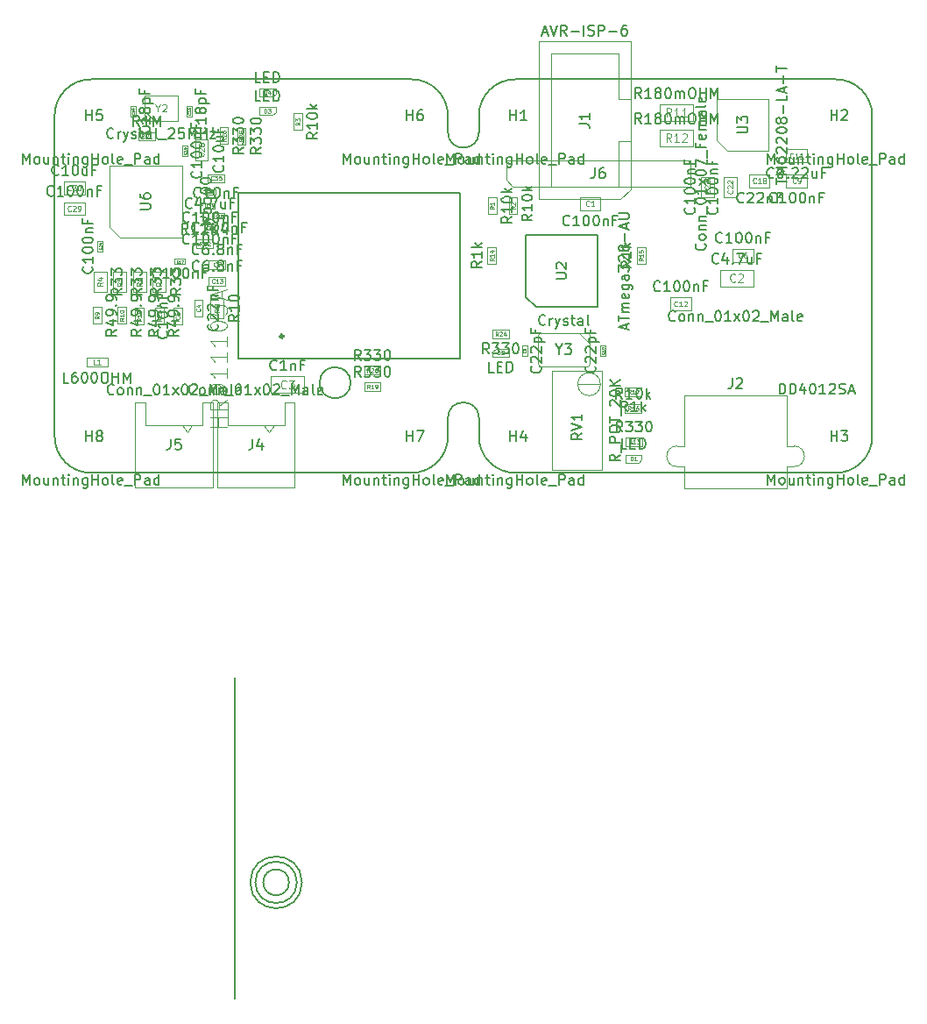
<source format=gbr>
%TF.GenerationSoftware,KiCad,Pcbnew,(5.1.8-0-10_14)*%
%TF.CreationDate,2021-09-02T11:11:12+02:00*%
%TF.ProjectId,ethersweep,65746865-7273-4776-9565-702e6b696361,2.0.1*%
%TF.SameCoordinates,Original*%
%TF.FileFunction,Other,Fab,Top*%
%FSLAX46Y46*%
G04 Gerber Fmt 4.6, Leading zero omitted, Abs format (unit mm)*
G04 Created by KiCad (PCBNEW (5.1.8-0-10_14)) date 2021-09-02 11:11:12*
%MOMM*%
%LPD*%
G01*
G04 APERTURE LIST*
%TA.AperFunction,Profile*%
%ADD10C,0.150000*%
%TD*%
%ADD11C,0.150000*%
%ADD12C,0.100000*%
%ADD13C,0.300000*%
%ADD14C,0.127000*%
%ADD15C,0.080000*%
%ADD16C,0.040000*%
%ADD17C,0.060000*%
%ADD18C,0.015000*%
%ADD19C,0.105000*%
%ADD20C,0.120000*%
G04 APERTURE END LIST*
D10*
X221600000Y-26700000D02*
G75*
G02*
X225100000Y-30200000I0J-3500000D01*
G01*
X184100000Y-60700000D02*
X184100000Y-59400000D01*
X187100000Y-31800000D02*
X187100000Y-30700000D01*
X187100000Y-31800000D02*
G75*
G02*
X184100000Y-31800000I-1500000J0D01*
G01*
X187100000Y-61200000D02*
X187100000Y-59400000D01*
X184100000Y-31800000D02*
X184100000Y-30200000D01*
X184100000Y-59400000D02*
G75*
G02*
X187100000Y-59400000I1500000J0D01*
G01*
D11*
X168750000Y-104250000D02*
G75*
G03*
X168750000Y-104250000I-1250000J0D01*
G01*
X169500000Y-104250000D02*
G75*
G03*
X169500000Y-104250000I-2000000J0D01*
G01*
X170000000Y-104250000D02*
G75*
G03*
X170000000Y-104250000I-2500000J0D01*
G01*
D10*
X184100000Y-61200000D02*
X184100000Y-60700000D01*
X187100000Y-30200000D02*
X187100000Y-30700000D01*
D11*
X163500000Y-115500000D02*
X163500000Y-84500000D01*
D10*
X174700000Y-56000000D02*
G75*
G03*
X174700000Y-56000000I-1500000J0D01*
G01*
X149600000Y-64700000D02*
G75*
G02*
X146100000Y-61200000I0J3500000D01*
G01*
X149600000Y-64700000D02*
X180600000Y-64700000D01*
X190600000Y-26700000D02*
X221600000Y-26700000D01*
X187100000Y-30200000D02*
G75*
G02*
X190600000Y-26700000I3500000J0D01*
G01*
X225100000Y-61200000D02*
G75*
G02*
X221600000Y-64700000I-3500000J0D01*
G01*
X190600000Y-64700000D02*
G75*
G02*
X187100000Y-61200000I0J3500000D01*
G01*
X190600000Y-64700000D02*
X221600000Y-64700000D01*
X225100000Y-61200000D02*
X225100000Y-30200000D01*
X146100000Y-30200000D02*
X146100000Y-61200000D01*
X184100000Y-61200000D02*
G75*
G02*
X180600000Y-64700000I-3500000J0D01*
G01*
X180600000Y-26700000D02*
G75*
G02*
X184100000Y-30200000I0J-3500000D01*
G01*
X146100000Y-30200000D02*
G75*
G02*
X149600000Y-26700000I3500000J0D01*
G01*
X180600000Y-26700000D02*
X149600000Y-26700000D01*
D12*
X160400000Y-60100000D02*
X160400000Y-57900000D01*
X160400000Y-57900000D02*
X161400000Y-57900000D01*
X161400000Y-57900000D02*
X161400000Y-66100000D01*
X161400000Y-66100000D02*
X153900000Y-66100000D01*
X153900000Y-66100000D02*
X153900000Y-57900000D01*
X153900000Y-57900000D02*
X154900000Y-57900000D01*
X154900000Y-57900000D02*
X154900000Y-60100000D01*
X154900000Y-60100000D02*
X160400000Y-60100000D01*
X159400000Y-60100000D02*
X158900000Y-60807107D01*
X158900000Y-60807107D02*
X158400000Y-60100000D01*
X200580000Y-28610000D02*
X201780000Y-28610000D01*
X200580000Y-28610000D02*
X200580000Y-28610000D01*
X200580000Y-24210000D02*
X200580000Y-28610000D01*
X194080000Y-24210000D02*
X200580000Y-24210000D01*
X194080000Y-37110000D02*
X194080000Y-24210000D01*
X200580000Y-37110000D02*
X194080000Y-37110000D01*
X200580000Y-32710000D02*
X200580000Y-37110000D01*
X201780000Y-32710000D02*
X200580000Y-32710000D01*
X201780000Y-23020000D02*
X201780000Y-37300000D01*
X192880000Y-23020000D02*
X201780000Y-23020000D01*
X192880000Y-38300000D02*
X192880000Y-23020000D01*
X200780000Y-38300000D02*
X192880000Y-38300000D01*
X201780000Y-37300000D02*
X200780000Y-38300000D01*
X196850000Y-39325000D02*
X196850000Y-38075000D01*
X196850000Y-38075000D02*
X198850000Y-38075000D01*
X198850000Y-38075000D02*
X198850000Y-39325000D01*
X198850000Y-39325000D02*
X196850000Y-39325000D01*
X191750000Y-53400000D02*
X191250000Y-53400000D01*
X191250000Y-53400000D02*
X191250000Y-52400000D01*
X191250000Y-52400000D02*
X191750000Y-52400000D01*
X191750000Y-52400000D02*
X191750000Y-53400000D01*
X198850000Y-53400000D02*
X198850000Y-52400000D01*
X199350000Y-53400000D02*
X198850000Y-53400000D01*
X199350000Y-52400000D02*
X199350000Y-53400000D01*
X198850000Y-52400000D02*
X199350000Y-52400000D01*
X205600000Y-47775000D02*
X207600000Y-47775000D01*
X205600000Y-49025000D02*
X205600000Y-47775000D01*
X207600000Y-49025000D02*
X205600000Y-49025000D01*
X207600000Y-47775000D02*
X207600000Y-49025000D01*
X166800000Y-60807107D02*
X166300000Y-60100000D01*
X167300000Y-60100000D02*
X166800000Y-60807107D01*
X162800000Y-60100000D02*
X168300000Y-60100000D01*
X162800000Y-57900000D02*
X162800000Y-60100000D01*
X161800000Y-57900000D02*
X162800000Y-57900000D01*
X161800000Y-66100000D02*
X161800000Y-57900000D01*
X169300000Y-66100000D02*
X161800000Y-66100000D01*
X169300000Y-57900000D02*
X169300000Y-66100000D01*
X168300000Y-57900000D02*
X169300000Y-57900000D01*
X168300000Y-60100000D02*
X168300000Y-57900000D01*
D11*
X192600000Y-48700000D02*
X191600000Y-47700000D01*
X198600000Y-48700000D02*
X192600000Y-48700000D01*
X198600000Y-41700000D02*
X198600000Y-48700000D01*
X191600000Y-41700000D02*
X198600000Y-41700000D01*
X191600000Y-47700000D02*
X191600000Y-41700000D01*
D12*
X187937500Y-42900000D02*
X188762500Y-42900000D01*
X188762500Y-42900000D02*
X188762500Y-44500000D01*
X188762500Y-44500000D02*
X187937500Y-44500000D01*
X187937500Y-44500000D02*
X187937500Y-42900000D01*
X202387500Y-44500000D02*
X202387500Y-42900000D01*
X203212500Y-44500000D02*
X202387500Y-44500000D01*
X203212500Y-42900000D02*
X203212500Y-44500000D01*
X202387500Y-42900000D02*
X203212500Y-42900000D01*
X188812500Y-38100000D02*
X188812500Y-39700000D01*
X187987500Y-38100000D02*
X188812500Y-38100000D01*
X187987500Y-39700000D02*
X187987500Y-38100000D01*
X188812500Y-39700000D02*
X187987500Y-39700000D01*
X190812500Y-39700000D02*
X189987500Y-39700000D01*
X189987500Y-39700000D02*
X189987500Y-38100000D01*
X189987500Y-38100000D02*
X190812500Y-38100000D01*
X190812500Y-38100000D02*
X190812500Y-39700000D01*
X170012500Y-31600000D02*
X169187500Y-31600000D01*
X169187500Y-31600000D02*
X169187500Y-30000000D01*
X169187500Y-30000000D02*
X170012500Y-30000000D01*
X170012500Y-30000000D02*
X170012500Y-31600000D01*
X197600000Y-54400000D02*
X193000000Y-54400000D01*
X193000000Y-54400000D02*
X192800000Y-54200000D01*
X192800000Y-54200000D02*
X192800000Y-51400000D01*
X192800000Y-51400000D02*
X193000000Y-51200000D01*
X193000000Y-51200000D02*
X197600000Y-51200000D01*
X197600000Y-51200000D02*
X197800000Y-51400000D01*
X197800000Y-51400000D02*
X197800000Y-54200000D01*
X197800000Y-54200000D02*
X197600000Y-54400000D01*
X197800000Y-52200000D02*
X196800000Y-51200000D01*
X157600000Y-50350000D02*
X157600000Y-48750000D01*
X158400000Y-50350000D02*
X157600000Y-50350000D01*
X158400000Y-48750000D02*
X158400000Y-50350000D01*
X157600000Y-48750000D02*
X158400000Y-48750000D01*
X160600000Y-39150000D02*
X160600000Y-38650000D01*
X160600000Y-38650000D02*
X161600000Y-38650000D01*
X161600000Y-38650000D02*
X161600000Y-39150000D01*
X161600000Y-39150000D02*
X160600000Y-39150000D01*
X162500000Y-40150000D02*
X161500000Y-40150000D01*
X162500000Y-39650000D02*
X162500000Y-40150000D01*
X161500000Y-39650000D02*
X162500000Y-39650000D01*
X161500000Y-40150000D02*
X161500000Y-39650000D01*
X158950000Y-34100000D02*
X158450000Y-34100000D01*
X158450000Y-34100000D02*
X158450000Y-33100000D01*
X158450000Y-33100000D02*
X158950000Y-33100000D01*
X158950000Y-33100000D02*
X158950000Y-34100000D01*
X158700000Y-44550000D02*
X157700000Y-44550000D01*
X158700000Y-44050000D02*
X158700000Y-44550000D01*
X157700000Y-44050000D02*
X158700000Y-44050000D01*
X157700000Y-44550000D02*
X157700000Y-44050000D01*
X150250000Y-43300000D02*
X150250000Y-42300000D01*
X150750000Y-43300000D02*
X150250000Y-43300000D01*
X150750000Y-42300000D02*
X150750000Y-43300000D01*
X150250000Y-42300000D02*
X150750000Y-42300000D01*
X161600000Y-41250000D02*
X160600000Y-41250000D01*
X161600000Y-40750000D02*
X161600000Y-41250000D01*
X160600000Y-40750000D02*
X161600000Y-40750000D01*
X160600000Y-41250000D02*
X160600000Y-40750000D01*
X160925000Y-34500000D02*
X159675000Y-34500000D01*
X159675000Y-34500000D02*
X159675000Y-32500000D01*
X159675000Y-32500000D02*
X160925000Y-32500000D01*
X160925000Y-32500000D02*
X160925000Y-34500000D01*
X147000000Y-36575000D02*
X149000000Y-36575000D01*
X147000000Y-37825000D02*
X147000000Y-36575000D01*
X149000000Y-37825000D02*
X147000000Y-37825000D01*
X149000000Y-36575000D02*
X149000000Y-37825000D01*
X159350000Y-30300000D02*
X158850000Y-30300000D01*
X158850000Y-30300000D02*
X158850000Y-29300000D01*
X158850000Y-29300000D02*
X159350000Y-29300000D01*
X159350000Y-29300000D02*
X159350000Y-30300000D01*
X153950000Y-30300000D02*
X153450000Y-30300000D01*
X153450000Y-30300000D02*
X153450000Y-29300000D01*
X153450000Y-29300000D02*
X153950000Y-29300000D01*
X153950000Y-29300000D02*
X153950000Y-30300000D01*
X162500000Y-36650000D02*
X160900000Y-36650000D01*
X162500000Y-35850000D02*
X162500000Y-36650000D01*
X160900000Y-35850000D02*
X162500000Y-35850000D01*
X160900000Y-36650000D02*
X160900000Y-35850000D01*
X161620000Y-37800000D02*
X160620000Y-37800000D01*
X161620000Y-37300000D02*
X161620000Y-37800000D01*
X160620000Y-37300000D02*
X161620000Y-37300000D01*
X160620000Y-37800000D02*
X160620000Y-37300000D01*
X189730000Y-36435000D02*
X189730000Y-34530000D01*
X189730000Y-34530000D02*
X207510000Y-34530000D01*
X207510000Y-34530000D02*
X207510000Y-37070000D01*
X207510000Y-37070000D02*
X190365000Y-37070000D01*
X190365000Y-37070000D02*
X189730000Y-36435000D01*
D13*
X168200000Y-51500000D02*
G75*
G03*
X168200000Y-51500000I-150000J0D01*
G01*
D14*
X185270000Y-37700000D02*
X163870000Y-37700000D01*
X163870000Y-37700000D02*
X163870000Y-53700000D01*
X163870000Y-53700000D02*
X185270000Y-53700000D01*
X185270000Y-53700000D02*
X185270000Y-37700000D01*
D12*
X149200000Y-54450000D02*
X149200000Y-53550000D01*
X149200000Y-53550000D02*
X151200000Y-53550000D01*
X151200000Y-53550000D02*
X151200000Y-54450000D01*
X151200000Y-54450000D02*
X149200000Y-54450000D01*
X151125000Y-45250000D02*
X151125000Y-47250000D01*
X149875000Y-45250000D02*
X151125000Y-45250000D01*
X149875000Y-47250000D02*
X149875000Y-45250000D01*
X151125000Y-47250000D02*
X149875000Y-47250000D01*
X153025000Y-47250000D02*
X151775000Y-47250000D01*
X151775000Y-47250000D02*
X151775000Y-45250000D01*
X151775000Y-45250000D02*
X153025000Y-45250000D01*
X153025000Y-45250000D02*
X153025000Y-47250000D01*
X154925000Y-45250000D02*
X154925000Y-47250000D01*
X153675000Y-45250000D02*
X154925000Y-45250000D01*
X153675000Y-47250000D02*
X153675000Y-45250000D01*
X154925000Y-47250000D02*
X153675000Y-47250000D01*
X156825000Y-47250000D02*
X155575000Y-47250000D01*
X155575000Y-47250000D02*
X155575000Y-45250000D01*
X155575000Y-45250000D02*
X156825000Y-45250000D01*
X156825000Y-45250000D02*
X156825000Y-47250000D01*
X150612500Y-50300000D02*
X149787500Y-50300000D01*
X149787500Y-50300000D02*
X149787500Y-48700000D01*
X149787500Y-48700000D02*
X150612500Y-48700000D01*
X150612500Y-48700000D02*
X150612500Y-50300000D01*
X153012500Y-50300000D02*
X152187500Y-50300000D01*
X152187500Y-50300000D02*
X152187500Y-48700000D01*
X152187500Y-48700000D02*
X153012500Y-48700000D01*
X153012500Y-48700000D02*
X153012500Y-50300000D01*
X154712500Y-48750000D02*
X154712500Y-50350000D01*
X153887500Y-48750000D02*
X154712500Y-48750000D01*
X153887500Y-50350000D02*
X153887500Y-48750000D01*
X154712500Y-50350000D02*
X153887500Y-50350000D01*
X177600000Y-55987500D02*
X177600000Y-56812500D01*
X177600000Y-56812500D02*
X176000000Y-56812500D01*
X176000000Y-56812500D02*
X176000000Y-55987500D01*
X176000000Y-55987500D02*
X177600000Y-55987500D01*
X176000000Y-54387500D02*
X177600000Y-54387500D01*
X176000000Y-55212500D02*
X176000000Y-54387500D01*
X177600000Y-55212500D02*
X176000000Y-55212500D01*
X177600000Y-54387500D02*
X177600000Y-55212500D01*
X156612500Y-48750000D02*
X156612500Y-50350000D01*
X155787500Y-48750000D02*
X156612500Y-48750000D01*
X155787500Y-50350000D02*
X155787500Y-48750000D01*
X156612500Y-50350000D02*
X155787500Y-50350000D01*
X152400000Y-42000000D02*
X151400000Y-41000000D01*
X158400000Y-42000000D02*
X152400000Y-42000000D01*
X158400000Y-35000000D02*
X158400000Y-42000000D01*
X151400000Y-35000000D02*
X158400000Y-35000000D01*
X151400000Y-41000000D02*
X151400000Y-35000000D01*
X154800000Y-29750000D02*
X155800000Y-30750000D01*
X158000000Y-28250000D02*
X154800000Y-28250000D01*
X158000000Y-30750000D02*
X158000000Y-28250000D01*
X154800000Y-30750000D02*
X158000000Y-30750000D01*
X154800000Y-28250000D02*
X154800000Y-30750000D01*
X188400000Y-51712500D02*
X188400000Y-50887500D01*
X188400000Y-50887500D02*
X190000000Y-50887500D01*
X190000000Y-50887500D02*
X190000000Y-51712500D01*
X190000000Y-51712500D02*
X188400000Y-51712500D01*
X216800000Y-37125000D02*
X216800000Y-35875000D01*
X216800000Y-35875000D02*
X218800000Y-35875000D01*
X218800000Y-35875000D02*
X218800000Y-37125000D01*
X218800000Y-37125000D02*
X216800000Y-37125000D01*
X218800000Y-34725000D02*
X216800000Y-34725000D01*
X218800000Y-33475000D02*
X218800000Y-34725000D01*
X216800000Y-33475000D02*
X218800000Y-33475000D01*
X216800000Y-34725000D02*
X216800000Y-33475000D01*
X213200000Y-37125000D02*
X213200000Y-35875000D01*
X213200000Y-35875000D02*
X215200000Y-35875000D01*
X215200000Y-35875000D02*
X215200000Y-37125000D01*
X215200000Y-37125000D02*
X213200000Y-37125000D01*
X210775000Y-36100000D02*
X212025000Y-36100000D01*
X212025000Y-36100000D02*
X212025000Y-38100000D01*
X212025000Y-38100000D02*
X210775000Y-38100000D01*
X210775000Y-38100000D02*
X210775000Y-36100000D01*
X207800000Y-29100000D02*
X207800000Y-30700000D01*
X207800000Y-30700000D02*
X204600000Y-30700000D01*
X204600000Y-30700000D02*
X204600000Y-29100000D01*
X204600000Y-29100000D02*
X207800000Y-29100000D01*
X204594999Y-31554999D02*
X207794999Y-31554999D01*
X204594999Y-33154999D02*
X204594999Y-31554999D01*
X207794999Y-33154999D02*
X204594999Y-33154999D01*
X207794999Y-31554999D02*
X207794999Y-33154999D01*
X198845000Y-56145000D02*
G75*
G03*
X198845000Y-56145000I-1095000J0D01*
G01*
X194190000Y-64405000D02*
X199020000Y-64405000D01*
X199020000Y-64405000D02*
X199020000Y-54875000D01*
X199020000Y-54875000D02*
X194190000Y-54875000D01*
X194190000Y-54875000D02*
X194190000Y-64405000D01*
X198835000Y-56145000D02*
X196666000Y-56144000D01*
X198835000Y-56145000D02*
X196666000Y-56144000D01*
X210100000Y-32600000D02*
X210100000Y-28600000D01*
X210100000Y-28600000D02*
X215100000Y-28600000D01*
X215100000Y-28600000D02*
X215100000Y-33600000D01*
X215100000Y-33600000D02*
X211100000Y-33600000D01*
X211100000Y-33600000D02*
X210100000Y-32600000D01*
X162425000Y-47800000D02*
X162425000Y-49800000D01*
X161175000Y-47800000D02*
X162425000Y-47800000D01*
X161175000Y-49800000D02*
X161175000Y-47800000D01*
X162425000Y-49800000D02*
X161175000Y-49800000D01*
X154200000Y-31787500D02*
X155800000Y-31787500D01*
X154200000Y-32612500D02*
X154200000Y-31787500D01*
X155800000Y-32612500D02*
X154200000Y-32612500D01*
X155800000Y-31787500D02*
X155800000Y-32612500D01*
X161400000Y-42187500D02*
X161400000Y-43012500D01*
X161400000Y-43012500D02*
X159800000Y-43012500D01*
X159800000Y-43012500D02*
X159800000Y-42187500D01*
X159800000Y-42187500D02*
X161400000Y-42187500D01*
X190000000Y-53500000D02*
X190000000Y-52700000D01*
X188400000Y-53500000D02*
X190000000Y-53500000D01*
X188400000Y-53000000D02*
X188400000Y-53500000D01*
X188700000Y-52700000D02*
X188400000Y-53000000D01*
X190000000Y-52700000D02*
X188700000Y-52700000D01*
X162600000Y-44200000D02*
X162600000Y-45000000D01*
X162600000Y-45000000D02*
X161000000Y-45000000D01*
X161000000Y-45000000D02*
X161000000Y-44200000D01*
X161000000Y-44200000D02*
X162600000Y-44200000D01*
X161000000Y-45800000D02*
X162600000Y-45800000D01*
X161000000Y-46600000D02*
X161000000Y-45800000D01*
X162600000Y-46600000D02*
X161000000Y-46600000D01*
X162600000Y-45800000D02*
X162600000Y-46600000D01*
X147000000Y-38575000D02*
X149000000Y-38575000D01*
X147000000Y-39825000D02*
X147000000Y-38575000D01*
X149000000Y-39825000D02*
X147000000Y-39825000D01*
X149000000Y-38575000D02*
X149000000Y-39825000D01*
X167000000Y-55400000D02*
X170200000Y-55400000D01*
X167000000Y-57000000D02*
X167000000Y-55400000D01*
X170200000Y-57000000D02*
X167000000Y-57000000D01*
X170200000Y-55400000D02*
X170200000Y-57000000D01*
X160400000Y-48000000D02*
X160400000Y-49600000D01*
X159600000Y-48000000D02*
X160400000Y-48000000D01*
X159600000Y-49600000D02*
X159600000Y-48000000D01*
X160400000Y-49600000D02*
X159600000Y-49600000D01*
X210400000Y-45100000D02*
X213600000Y-45100000D01*
X210400000Y-46700000D02*
X210400000Y-45100000D01*
X213600000Y-46700000D02*
X210400000Y-46700000D01*
X213600000Y-45100000D02*
X213600000Y-46700000D01*
X211600000Y-43075000D02*
X213600000Y-43075000D01*
X211600000Y-44325000D02*
X211600000Y-43075000D01*
X213600000Y-44325000D02*
X211600000Y-44325000D01*
X213600000Y-43075000D02*
X213600000Y-44325000D01*
X201234999Y-62944999D02*
X201234999Y-63744999D01*
X202834999Y-62944999D02*
X201234999Y-62944999D01*
X202834999Y-63444999D02*
X202834999Y-62944999D01*
X202534999Y-63744999D02*
X202834999Y-63444999D01*
X201234999Y-63744999D02*
X202534999Y-63744999D01*
X216850000Y-62100000D02*
X216850000Y-57200000D01*
X206950000Y-62100000D02*
X206950000Y-57200000D01*
X217550000Y-62100000D02*
X216850000Y-62100000D01*
X206950000Y-62100000D02*
X206250000Y-62100000D01*
X206950000Y-64100000D02*
X206250000Y-64100000D01*
X217550000Y-64100000D02*
X216850000Y-64100000D01*
X216850000Y-66200000D02*
X206950000Y-66200000D01*
X216850000Y-57200000D02*
X206950000Y-57200000D01*
X216850000Y-66200000D02*
X216850000Y-64100000D01*
X206950000Y-66200000D02*
X206950000Y-64100000D01*
X206250000Y-64100000D02*
G75*
G02*
X206250000Y-62100000I0J1000000D01*
G01*
X217550000Y-62100000D02*
G75*
G02*
X217550000Y-64100000I0J-1000000D01*
G01*
X201274999Y-61287500D02*
X202874999Y-61287500D01*
X201274999Y-62112500D02*
X201274999Y-61287500D01*
X202874999Y-62112500D02*
X201274999Y-62112500D01*
X202874999Y-61287500D02*
X202874999Y-62112500D01*
X201200000Y-58087500D02*
X202800000Y-58087500D01*
X201200000Y-58912500D02*
X201200000Y-58087500D01*
X202800000Y-58912500D02*
X201200000Y-58912500D01*
X202800000Y-58087500D02*
X202800000Y-58912500D01*
X201200000Y-57312500D02*
X201200000Y-56487500D01*
X201200000Y-56487500D02*
X202800000Y-56487500D01*
X202800000Y-56487500D02*
X202800000Y-57312500D01*
X202800000Y-57312500D02*
X201200000Y-57312500D01*
X208575000Y-38100000D02*
X208575000Y-36100000D01*
X209825000Y-38100000D02*
X208575000Y-38100000D01*
X209825000Y-36100000D02*
X209825000Y-38100000D01*
X208575000Y-36100000D02*
X209825000Y-36100000D01*
X165850000Y-29370000D02*
X165850000Y-30170000D01*
X167450000Y-29370000D02*
X165850000Y-29370000D01*
X167450000Y-29870000D02*
X167450000Y-29370000D01*
X167150000Y-30170000D02*
X167450000Y-29870000D01*
X165850000Y-30170000D02*
X167150000Y-30170000D01*
X165850000Y-28370000D02*
X167150000Y-28370000D01*
X167150000Y-28370000D02*
X167450000Y-28070000D01*
X167450000Y-28070000D02*
X167450000Y-27570000D01*
X167450000Y-27570000D02*
X165850000Y-27570000D01*
X165850000Y-27570000D02*
X165850000Y-28370000D01*
X164562500Y-31370000D02*
X164562500Y-32970000D01*
X163737500Y-31370000D02*
X164562500Y-31370000D01*
X163737500Y-32970000D02*
X163737500Y-31370000D01*
X164562500Y-32970000D02*
X163737500Y-32970000D01*
X162862500Y-32945000D02*
X162037500Y-32945000D01*
X162037500Y-32945000D02*
X162037500Y-31345000D01*
X162037500Y-31345000D02*
X162862500Y-31345000D01*
X162862500Y-31345000D02*
X162862500Y-32945000D01*
D11*
X143028571Y-65852380D02*
X143028571Y-64852380D01*
X143361904Y-65566666D01*
X143695238Y-64852380D01*
X143695238Y-65852380D01*
X144314285Y-65852380D02*
X144219047Y-65804761D01*
X144171428Y-65757142D01*
X144123809Y-65661904D01*
X144123809Y-65376190D01*
X144171428Y-65280952D01*
X144219047Y-65233333D01*
X144314285Y-65185714D01*
X144457142Y-65185714D01*
X144552380Y-65233333D01*
X144600000Y-65280952D01*
X144647619Y-65376190D01*
X144647619Y-65661904D01*
X144600000Y-65757142D01*
X144552380Y-65804761D01*
X144457142Y-65852380D01*
X144314285Y-65852380D01*
X145504761Y-65185714D02*
X145504761Y-65852380D01*
X145076190Y-65185714D02*
X145076190Y-65709523D01*
X145123809Y-65804761D01*
X145219047Y-65852380D01*
X145361904Y-65852380D01*
X145457142Y-65804761D01*
X145504761Y-65757142D01*
X145980952Y-65185714D02*
X145980952Y-65852380D01*
X145980952Y-65280952D02*
X146028571Y-65233333D01*
X146123809Y-65185714D01*
X146266666Y-65185714D01*
X146361904Y-65233333D01*
X146409523Y-65328571D01*
X146409523Y-65852380D01*
X146742857Y-65185714D02*
X147123809Y-65185714D01*
X146885714Y-64852380D02*
X146885714Y-65709523D01*
X146933333Y-65804761D01*
X147028571Y-65852380D01*
X147123809Y-65852380D01*
X147457142Y-65852380D02*
X147457142Y-65185714D01*
X147457142Y-64852380D02*
X147409523Y-64900000D01*
X147457142Y-64947619D01*
X147504761Y-64900000D01*
X147457142Y-64852380D01*
X147457142Y-64947619D01*
X147933333Y-65185714D02*
X147933333Y-65852380D01*
X147933333Y-65280952D02*
X147980952Y-65233333D01*
X148076190Y-65185714D01*
X148219047Y-65185714D01*
X148314285Y-65233333D01*
X148361904Y-65328571D01*
X148361904Y-65852380D01*
X149266666Y-65185714D02*
X149266666Y-65995238D01*
X149219047Y-66090476D01*
X149171428Y-66138095D01*
X149076190Y-66185714D01*
X148933333Y-66185714D01*
X148838095Y-66138095D01*
X149266666Y-65804761D02*
X149171428Y-65852380D01*
X148980952Y-65852380D01*
X148885714Y-65804761D01*
X148838095Y-65757142D01*
X148790476Y-65661904D01*
X148790476Y-65376190D01*
X148838095Y-65280952D01*
X148885714Y-65233333D01*
X148980952Y-65185714D01*
X149171428Y-65185714D01*
X149266666Y-65233333D01*
X149742857Y-65852380D02*
X149742857Y-64852380D01*
X149742857Y-65328571D02*
X150314285Y-65328571D01*
X150314285Y-65852380D02*
X150314285Y-64852380D01*
X150933333Y-65852380D02*
X150838095Y-65804761D01*
X150790476Y-65757142D01*
X150742857Y-65661904D01*
X150742857Y-65376190D01*
X150790476Y-65280952D01*
X150838095Y-65233333D01*
X150933333Y-65185714D01*
X151076190Y-65185714D01*
X151171428Y-65233333D01*
X151219047Y-65280952D01*
X151266666Y-65376190D01*
X151266666Y-65661904D01*
X151219047Y-65757142D01*
X151171428Y-65804761D01*
X151076190Y-65852380D01*
X150933333Y-65852380D01*
X151838095Y-65852380D02*
X151742857Y-65804761D01*
X151695238Y-65709523D01*
X151695238Y-64852380D01*
X152600000Y-65804761D02*
X152504761Y-65852380D01*
X152314285Y-65852380D01*
X152219047Y-65804761D01*
X152171428Y-65709523D01*
X152171428Y-65328571D01*
X152219047Y-65233333D01*
X152314285Y-65185714D01*
X152504761Y-65185714D01*
X152600000Y-65233333D01*
X152647619Y-65328571D01*
X152647619Y-65423809D01*
X152171428Y-65519047D01*
X152838095Y-65947619D02*
X153600000Y-65947619D01*
X153838095Y-65852380D02*
X153838095Y-64852380D01*
X154219047Y-64852380D01*
X154314285Y-64900000D01*
X154361904Y-64947619D01*
X154409523Y-65042857D01*
X154409523Y-65185714D01*
X154361904Y-65280952D01*
X154314285Y-65328571D01*
X154219047Y-65376190D01*
X153838095Y-65376190D01*
X155266666Y-65852380D02*
X155266666Y-65328571D01*
X155219047Y-65233333D01*
X155123809Y-65185714D01*
X154933333Y-65185714D01*
X154838095Y-65233333D01*
X155266666Y-65804761D02*
X155171428Y-65852380D01*
X154933333Y-65852380D01*
X154838095Y-65804761D01*
X154790476Y-65709523D01*
X154790476Y-65614285D01*
X154838095Y-65519047D01*
X154933333Y-65471428D01*
X155171428Y-65471428D01*
X155266666Y-65423809D01*
X156171428Y-65852380D02*
X156171428Y-64852380D01*
X156171428Y-65804761D02*
X156076190Y-65852380D01*
X155885714Y-65852380D01*
X155790476Y-65804761D01*
X155742857Y-65757142D01*
X155695238Y-65661904D01*
X155695238Y-65376190D01*
X155742857Y-65280952D01*
X155790476Y-65233333D01*
X155885714Y-65185714D01*
X156076190Y-65185714D01*
X156171428Y-65233333D01*
X149138095Y-61652380D02*
X149138095Y-60652380D01*
X149138095Y-61128571D02*
X149709523Y-61128571D01*
X149709523Y-61652380D02*
X149709523Y-60652380D01*
X150328571Y-61080952D02*
X150233333Y-61033333D01*
X150185714Y-60985714D01*
X150138095Y-60890476D01*
X150138095Y-60842857D01*
X150185714Y-60747619D01*
X150233333Y-60700000D01*
X150328571Y-60652380D01*
X150519047Y-60652380D01*
X150614285Y-60700000D01*
X150661904Y-60747619D01*
X150709523Y-60842857D01*
X150709523Y-60890476D01*
X150661904Y-60985714D01*
X150614285Y-61033333D01*
X150519047Y-61080952D01*
X150328571Y-61080952D01*
X150233333Y-61128571D01*
X150185714Y-61176190D01*
X150138095Y-61271428D01*
X150138095Y-61461904D01*
X150185714Y-61557142D01*
X150233333Y-61604761D01*
X150328571Y-61652380D01*
X150519047Y-61652380D01*
X150614285Y-61604761D01*
X150661904Y-61557142D01*
X150709523Y-61461904D01*
X150709523Y-61271428D01*
X150661904Y-61176190D01*
X150614285Y-61128571D01*
X150519047Y-61080952D01*
X215028571Y-34852380D02*
X215028571Y-33852380D01*
X215361904Y-34566666D01*
X215695238Y-33852380D01*
X215695238Y-34852380D01*
X216314285Y-34852380D02*
X216219047Y-34804761D01*
X216171428Y-34757142D01*
X216123809Y-34661904D01*
X216123809Y-34376190D01*
X216171428Y-34280952D01*
X216219047Y-34233333D01*
X216314285Y-34185714D01*
X216457142Y-34185714D01*
X216552380Y-34233333D01*
X216600000Y-34280952D01*
X216647619Y-34376190D01*
X216647619Y-34661904D01*
X216600000Y-34757142D01*
X216552380Y-34804761D01*
X216457142Y-34852380D01*
X216314285Y-34852380D01*
X217504761Y-34185714D02*
X217504761Y-34852380D01*
X217076190Y-34185714D02*
X217076190Y-34709523D01*
X217123809Y-34804761D01*
X217219047Y-34852380D01*
X217361904Y-34852380D01*
X217457142Y-34804761D01*
X217504761Y-34757142D01*
X217980952Y-34185714D02*
X217980952Y-34852380D01*
X217980952Y-34280952D02*
X218028571Y-34233333D01*
X218123809Y-34185714D01*
X218266666Y-34185714D01*
X218361904Y-34233333D01*
X218409523Y-34328571D01*
X218409523Y-34852380D01*
X218742857Y-34185714D02*
X219123809Y-34185714D01*
X218885714Y-33852380D02*
X218885714Y-34709523D01*
X218933333Y-34804761D01*
X219028571Y-34852380D01*
X219123809Y-34852380D01*
X219457142Y-34852380D02*
X219457142Y-34185714D01*
X219457142Y-33852380D02*
X219409523Y-33900000D01*
X219457142Y-33947619D01*
X219504761Y-33900000D01*
X219457142Y-33852380D01*
X219457142Y-33947619D01*
X219933333Y-34185714D02*
X219933333Y-34852380D01*
X219933333Y-34280952D02*
X219980952Y-34233333D01*
X220076190Y-34185714D01*
X220219047Y-34185714D01*
X220314285Y-34233333D01*
X220361904Y-34328571D01*
X220361904Y-34852380D01*
X221266666Y-34185714D02*
X221266666Y-34995238D01*
X221219047Y-35090476D01*
X221171428Y-35138095D01*
X221076190Y-35185714D01*
X220933333Y-35185714D01*
X220838095Y-35138095D01*
X221266666Y-34804761D02*
X221171428Y-34852380D01*
X220980952Y-34852380D01*
X220885714Y-34804761D01*
X220838095Y-34757142D01*
X220790476Y-34661904D01*
X220790476Y-34376190D01*
X220838095Y-34280952D01*
X220885714Y-34233333D01*
X220980952Y-34185714D01*
X221171428Y-34185714D01*
X221266666Y-34233333D01*
X221742857Y-34852380D02*
X221742857Y-33852380D01*
X221742857Y-34328571D02*
X222314285Y-34328571D01*
X222314285Y-34852380D02*
X222314285Y-33852380D01*
X222933333Y-34852380D02*
X222838095Y-34804761D01*
X222790476Y-34757142D01*
X222742857Y-34661904D01*
X222742857Y-34376190D01*
X222790476Y-34280952D01*
X222838095Y-34233333D01*
X222933333Y-34185714D01*
X223076190Y-34185714D01*
X223171428Y-34233333D01*
X223219047Y-34280952D01*
X223266666Y-34376190D01*
X223266666Y-34661904D01*
X223219047Y-34757142D01*
X223171428Y-34804761D01*
X223076190Y-34852380D01*
X222933333Y-34852380D01*
X223838095Y-34852380D02*
X223742857Y-34804761D01*
X223695238Y-34709523D01*
X223695238Y-33852380D01*
X224600000Y-34804761D02*
X224504761Y-34852380D01*
X224314285Y-34852380D01*
X224219047Y-34804761D01*
X224171428Y-34709523D01*
X224171428Y-34328571D01*
X224219047Y-34233333D01*
X224314285Y-34185714D01*
X224504761Y-34185714D01*
X224600000Y-34233333D01*
X224647619Y-34328571D01*
X224647619Y-34423809D01*
X224171428Y-34519047D01*
X224838095Y-34947619D02*
X225600000Y-34947619D01*
X225838095Y-34852380D02*
X225838095Y-33852380D01*
X226219047Y-33852380D01*
X226314285Y-33900000D01*
X226361904Y-33947619D01*
X226409523Y-34042857D01*
X226409523Y-34185714D01*
X226361904Y-34280952D01*
X226314285Y-34328571D01*
X226219047Y-34376190D01*
X225838095Y-34376190D01*
X227266666Y-34852380D02*
X227266666Y-34328571D01*
X227219047Y-34233333D01*
X227123809Y-34185714D01*
X226933333Y-34185714D01*
X226838095Y-34233333D01*
X227266666Y-34804761D02*
X227171428Y-34852380D01*
X226933333Y-34852380D01*
X226838095Y-34804761D01*
X226790476Y-34709523D01*
X226790476Y-34614285D01*
X226838095Y-34519047D01*
X226933333Y-34471428D01*
X227171428Y-34471428D01*
X227266666Y-34423809D01*
X228171428Y-34852380D02*
X228171428Y-33852380D01*
X228171428Y-34804761D02*
X228076190Y-34852380D01*
X227885714Y-34852380D01*
X227790476Y-34804761D01*
X227742857Y-34757142D01*
X227695238Y-34661904D01*
X227695238Y-34376190D01*
X227742857Y-34280952D01*
X227790476Y-34233333D01*
X227885714Y-34185714D01*
X228076190Y-34185714D01*
X228171428Y-34233333D01*
X221138095Y-30652380D02*
X221138095Y-29652380D01*
X221138095Y-30128571D02*
X221709523Y-30128571D01*
X221709523Y-30652380D02*
X221709523Y-29652380D01*
X222138095Y-29747619D02*
X222185714Y-29700000D01*
X222280952Y-29652380D01*
X222519047Y-29652380D01*
X222614285Y-29700000D01*
X222661904Y-29747619D01*
X222709523Y-29842857D01*
X222709523Y-29938095D01*
X222661904Y-30080952D01*
X222090476Y-30652380D01*
X222709523Y-30652380D01*
X151816666Y-57057142D02*
X151769047Y-57104761D01*
X151626190Y-57152380D01*
X151530952Y-57152380D01*
X151388095Y-57104761D01*
X151292857Y-57009523D01*
X151245238Y-56914285D01*
X151197619Y-56723809D01*
X151197619Y-56580952D01*
X151245238Y-56390476D01*
X151292857Y-56295238D01*
X151388095Y-56200000D01*
X151530952Y-56152380D01*
X151626190Y-56152380D01*
X151769047Y-56200000D01*
X151816666Y-56247619D01*
X152388095Y-57152380D02*
X152292857Y-57104761D01*
X152245238Y-57057142D01*
X152197619Y-56961904D01*
X152197619Y-56676190D01*
X152245238Y-56580952D01*
X152292857Y-56533333D01*
X152388095Y-56485714D01*
X152530952Y-56485714D01*
X152626190Y-56533333D01*
X152673809Y-56580952D01*
X152721428Y-56676190D01*
X152721428Y-56961904D01*
X152673809Y-57057142D01*
X152626190Y-57104761D01*
X152530952Y-57152380D01*
X152388095Y-57152380D01*
X153150000Y-56485714D02*
X153150000Y-57152380D01*
X153150000Y-56580952D02*
X153197619Y-56533333D01*
X153292857Y-56485714D01*
X153435714Y-56485714D01*
X153530952Y-56533333D01*
X153578571Y-56628571D01*
X153578571Y-57152380D01*
X154054761Y-56485714D02*
X154054761Y-57152380D01*
X154054761Y-56580952D02*
X154102380Y-56533333D01*
X154197619Y-56485714D01*
X154340476Y-56485714D01*
X154435714Y-56533333D01*
X154483333Y-56628571D01*
X154483333Y-57152380D01*
X154721428Y-57247619D02*
X155483333Y-57247619D01*
X155911904Y-56152380D02*
X156007142Y-56152380D01*
X156102380Y-56200000D01*
X156150000Y-56247619D01*
X156197619Y-56342857D01*
X156245238Y-56533333D01*
X156245238Y-56771428D01*
X156197619Y-56961904D01*
X156150000Y-57057142D01*
X156102380Y-57104761D01*
X156007142Y-57152380D01*
X155911904Y-57152380D01*
X155816666Y-57104761D01*
X155769047Y-57057142D01*
X155721428Y-56961904D01*
X155673809Y-56771428D01*
X155673809Y-56533333D01*
X155721428Y-56342857D01*
X155769047Y-56247619D01*
X155816666Y-56200000D01*
X155911904Y-56152380D01*
X157197619Y-57152380D02*
X156626190Y-57152380D01*
X156911904Y-57152380D02*
X156911904Y-56152380D01*
X156816666Y-56295238D01*
X156721428Y-56390476D01*
X156626190Y-56438095D01*
X157530952Y-57152380D02*
X158054761Y-56485714D01*
X157530952Y-56485714D02*
X158054761Y-57152380D01*
X158626190Y-56152380D02*
X158721428Y-56152380D01*
X158816666Y-56200000D01*
X158864285Y-56247619D01*
X158911904Y-56342857D01*
X158959523Y-56533333D01*
X158959523Y-56771428D01*
X158911904Y-56961904D01*
X158864285Y-57057142D01*
X158816666Y-57104761D01*
X158721428Y-57152380D01*
X158626190Y-57152380D01*
X158530952Y-57104761D01*
X158483333Y-57057142D01*
X158435714Y-56961904D01*
X158388095Y-56771428D01*
X158388095Y-56533333D01*
X158435714Y-56342857D01*
X158483333Y-56247619D01*
X158530952Y-56200000D01*
X158626190Y-56152380D01*
X159340476Y-56247619D02*
X159388095Y-56200000D01*
X159483333Y-56152380D01*
X159721428Y-56152380D01*
X159816666Y-56200000D01*
X159864285Y-56247619D01*
X159911904Y-56342857D01*
X159911904Y-56438095D01*
X159864285Y-56580952D01*
X159292857Y-57152380D01*
X159911904Y-57152380D01*
X160102380Y-57247619D02*
X160864285Y-57247619D01*
X161102380Y-57152380D02*
X161102380Y-56152380D01*
X161435714Y-56866666D01*
X161769047Y-56152380D01*
X161769047Y-57152380D01*
X162673809Y-57152380D02*
X162673809Y-56628571D01*
X162626190Y-56533333D01*
X162530952Y-56485714D01*
X162340476Y-56485714D01*
X162245238Y-56533333D01*
X162673809Y-57104761D02*
X162578571Y-57152380D01*
X162340476Y-57152380D01*
X162245238Y-57104761D01*
X162197619Y-57009523D01*
X162197619Y-56914285D01*
X162245238Y-56819047D01*
X162340476Y-56771428D01*
X162578571Y-56771428D01*
X162673809Y-56723809D01*
X163292857Y-57152380D02*
X163197619Y-57104761D01*
X163150000Y-57009523D01*
X163150000Y-56152380D01*
X164054761Y-57104761D02*
X163959523Y-57152380D01*
X163769047Y-57152380D01*
X163673809Y-57104761D01*
X163626190Y-57009523D01*
X163626190Y-56628571D01*
X163673809Y-56533333D01*
X163769047Y-56485714D01*
X163959523Y-56485714D01*
X164054761Y-56533333D01*
X164102380Y-56628571D01*
X164102380Y-56723809D01*
X163626190Y-56819047D01*
X157316666Y-61452380D02*
X157316666Y-62166666D01*
X157269047Y-62309523D01*
X157173809Y-62404761D01*
X157030952Y-62452380D01*
X156935714Y-62452380D01*
X158269047Y-61452380D02*
X157792857Y-61452380D01*
X157745238Y-61928571D01*
X157792857Y-61880952D01*
X157888095Y-61833333D01*
X158126190Y-61833333D01*
X158221428Y-61880952D01*
X158269047Y-61928571D01*
X158316666Y-62023809D01*
X158316666Y-62261904D01*
X158269047Y-62357142D01*
X158221428Y-62404761D01*
X158126190Y-62452380D01*
X157888095Y-62452380D01*
X157792857Y-62404761D01*
X157745238Y-62357142D01*
X193234761Y-22186666D02*
X193710952Y-22186666D01*
X193139523Y-22472380D02*
X193472857Y-21472380D01*
X193806190Y-22472380D01*
X193996666Y-21472380D02*
X194330000Y-22472380D01*
X194663333Y-21472380D01*
X195568095Y-22472380D02*
X195234761Y-21996190D01*
X194996666Y-22472380D02*
X194996666Y-21472380D01*
X195377619Y-21472380D01*
X195472857Y-21520000D01*
X195520476Y-21567619D01*
X195568095Y-21662857D01*
X195568095Y-21805714D01*
X195520476Y-21900952D01*
X195472857Y-21948571D01*
X195377619Y-21996190D01*
X194996666Y-21996190D01*
X195996666Y-22091428D02*
X196758571Y-22091428D01*
X197234761Y-22472380D02*
X197234761Y-21472380D01*
X197663333Y-22424761D02*
X197806190Y-22472380D01*
X198044285Y-22472380D01*
X198139523Y-22424761D01*
X198187142Y-22377142D01*
X198234761Y-22281904D01*
X198234761Y-22186666D01*
X198187142Y-22091428D01*
X198139523Y-22043809D01*
X198044285Y-21996190D01*
X197853809Y-21948571D01*
X197758571Y-21900952D01*
X197710952Y-21853333D01*
X197663333Y-21758095D01*
X197663333Y-21662857D01*
X197710952Y-21567619D01*
X197758571Y-21520000D01*
X197853809Y-21472380D01*
X198091904Y-21472380D01*
X198234761Y-21520000D01*
X198663333Y-22472380D02*
X198663333Y-21472380D01*
X199044285Y-21472380D01*
X199139523Y-21520000D01*
X199187142Y-21567619D01*
X199234761Y-21662857D01*
X199234761Y-21805714D01*
X199187142Y-21900952D01*
X199139523Y-21948571D01*
X199044285Y-21996190D01*
X198663333Y-21996190D01*
X199663333Y-22091428D02*
X200425238Y-22091428D01*
X201330000Y-21472380D02*
X201139523Y-21472380D01*
X201044285Y-21520000D01*
X200996666Y-21567619D01*
X200901428Y-21710476D01*
X200853809Y-21900952D01*
X200853809Y-22281904D01*
X200901428Y-22377142D01*
X200949047Y-22424761D01*
X201044285Y-22472380D01*
X201234761Y-22472380D01*
X201330000Y-22424761D01*
X201377619Y-22377142D01*
X201425238Y-22281904D01*
X201425238Y-22043809D01*
X201377619Y-21948571D01*
X201330000Y-21900952D01*
X201234761Y-21853333D01*
X201044285Y-21853333D01*
X200949047Y-21900952D01*
X200901428Y-21948571D01*
X200853809Y-22043809D01*
X196782380Y-30993333D02*
X197496666Y-30993333D01*
X197639523Y-31040952D01*
X197734761Y-31136190D01*
X197782380Y-31279047D01*
X197782380Y-31374285D01*
X197782380Y-29993333D02*
X197782380Y-30564761D01*
X197782380Y-30279047D02*
X196782380Y-30279047D01*
X196925238Y-30374285D01*
X197020476Y-30469523D01*
X197068095Y-30564761D01*
X184028571Y-65852380D02*
X184028571Y-64852380D01*
X184361904Y-65566666D01*
X184695238Y-64852380D01*
X184695238Y-65852380D01*
X185314285Y-65852380D02*
X185219047Y-65804761D01*
X185171428Y-65757142D01*
X185123809Y-65661904D01*
X185123809Y-65376190D01*
X185171428Y-65280952D01*
X185219047Y-65233333D01*
X185314285Y-65185714D01*
X185457142Y-65185714D01*
X185552380Y-65233333D01*
X185600000Y-65280952D01*
X185647619Y-65376190D01*
X185647619Y-65661904D01*
X185600000Y-65757142D01*
X185552380Y-65804761D01*
X185457142Y-65852380D01*
X185314285Y-65852380D01*
X186504761Y-65185714D02*
X186504761Y-65852380D01*
X186076190Y-65185714D02*
X186076190Y-65709523D01*
X186123809Y-65804761D01*
X186219047Y-65852380D01*
X186361904Y-65852380D01*
X186457142Y-65804761D01*
X186504761Y-65757142D01*
X186980952Y-65185714D02*
X186980952Y-65852380D01*
X186980952Y-65280952D02*
X187028571Y-65233333D01*
X187123809Y-65185714D01*
X187266666Y-65185714D01*
X187361904Y-65233333D01*
X187409523Y-65328571D01*
X187409523Y-65852380D01*
X187742857Y-65185714D02*
X188123809Y-65185714D01*
X187885714Y-64852380D02*
X187885714Y-65709523D01*
X187933333Y-65804761D01*
X188028571Y-65852380D01*
X188123809Y-65852380D01*
X188457142Y-65852380D02*
X188457142Y-65185714D01*
X188457142Y-64852380D02*
X188409523Y-64900000D01*
X188457142Y-64947619D01*
X188504761Y-64900000D01*
X188457142Y-64852380D01*
X188457142Y-64947619D01*
X188933333Y-65185714D02*
X188933333Y-65852380D01*
X188933333Y-65280952D02*
X188980952Y-65233333D01*
X189076190Y-65185714D01*
X189219047Y-65185714D01*
X189314285Y-65233333D01*
X189361904Y-65328571D01*
X189361904Y-65852380D01*
X190266666Y-65185714D02*
X190266666Y-65995238D01*
X190219047Y-66090476D01*
X190171428Y-66138095D01*
X190076190Y-66185714D01*
X189933333Y-66185714D01*
X189838095Y-66138095D01*
X190266666Y-65804761D02*
X190171428Y-65852380D01*
X189980952Y-65852380D01*
X189885714Y-65804761D01*
X189838095Y-65757142D01*
X189790476Y-65661904D01*
X189790476Y-65376190D01*
X189838095Y-65280952D01*
X189885714Y-65233333D01*
X189980952Y-65185714D01*
X190171428Y-65185714D01*
X190266666Y-65233333D01*
X190742857Y-65852380D02*
X190742857Y-64852380D01*
X190742857Y-65328571D02*
X191314285Y-65328571D01*
X191314285Y-65852380D02*
X191314285Y-64852380D01*
X191933333Y-65852380D02*
X191838095Y-65804761D01*
X191790476Y-65757142D01*
X191742857Y-65661904D01*
X191742857Y-65376190D01*
X191790476Y-65280952D01*
X191838095Y-65233333D01*
X191933333Y-65185714D01*
X192076190Y-65185714D01*
X192171428Y-65233333D01*
X192219047Y-65280952D01*
X192266666Y-65376190D01*
X192266666Y-65661904D01*
X192219047Y-65757142D01*
X192171428Y-65804761D01*
X192076190Y-65852380D01*
X191933333Y-65852380D01*
X192838095Y-65852380D02*
X192742857Y-65804761D01*
X192695238Y-65709523D01*
X192695238Y-64852380D01*
X193600000Y-65804761D02*
X193504761Y-65852380D01*
X193314285Y-65852380D01*
X193219047Y-65804761D01*
X193171428Y-65709523D01*
X193171428Y-65328571D01*
X193219047Y-65233333D01*
X193314285Y-65185714D01*
X193504761Y-65185714D01*
X193600000Y-65233333D01*
X193647619Y-65328571D01*
X193647619Y-65423809D01*
X193171428Y-65519047D01*
X193838095Y-65947619D02*
X194600000Y-65947619D01*
X194838095Y-65852380D02*
X194838095Y-64852380D01*
X195219047Y-64852380D01*
X195314285Y-64900000D01*
X195361904Y-64947619D01*
X195409523Y-65042857D01*
X195409523Y-65185714D01*
X195361904Y-65280952D01*
X195314285Y-65328571D01*
X195219047Y-65376190D01*
X194838095Y-65376190D01*
X196266666Y-65852380D02*
X196266666Y-65328571D01*
X196219047Y-65233333D01*
X196123809Y-65185714D01*
X195933333Y-65185714D01*
X195838095Y-65233333D01*
X196266666Y-65804761D02*
X196171428Y-65852380D01*
X195933333Y-65852380D01*
X195838095Y-65804761D01*
X195790476Y-65709523D01*
X195790476Y-65614285D01*
X195838095Y-65519047D01*
X195933333Y-65471428D01*
X196171428Y-65471428D01*
X196266666Y-65423809D01*
X197171428Y-65852380D02*
X197171428Y-64852380D01*
X197171428Y-65804761D02*
X197076190Y-65852380D01*
X196885714Y-65852380D01*
X196790476Y-65804761D01*
X196742857Y-65757142D01*
X196695238Y-65661904D01*
X196695238Y-65376190D01*
X196742857Y-65280952D01*
X196790476Y-65233333D01*
X196885714Y-65185714D01*
X197076190Y-65185714D01*
X197171428Y-65233333D01*
X190138095Y-61652380D02*
X190138095Y-60652380D01*
X190138095Y-61128571D02*
X190709523Y-61128571D01*
X190709523Y-61652380D02*
X190709523Y-60652380D01*
X191614285Y-60985714D02*
X191614285Y-61652380D01*
X191376190Y-60604761D02*
X191138095Y-61319047D01*
X191757142Y-61319047D01*
X215028571Y-65827381D02*
X215028571Y-64827381D01*
X215361904Y-65541667D01*
X215695238Y-64827381D01*
X215695238Y-65827381D01*
X216314285Y-65827381D02*
X216219047Y-65779762D01*
X216171428Y-65732143D01*
X216123809Y-65636905D01*
X216123809Y-65351191D01*
X216171428Y-65255953D01*
X216219047Y-65208334D01*
X216314285Y-65160715D01*
X216457142Y-65160715D01*
X216552380Y-65208334D01*
X216600000Y-65255953D01*
X216647619Y-65351191D01*
X216647619Y-65636905D01*
X216600000Y-65732143D01*
X216552380Y-65779762D01*
X216457142Y-65827381D01*
X216314285Y-65827381D01*
X217504761Y-65160715D02*
X217504761Y-65827381D01*
X217076190Y-65160715D02*
X217076190Y-65684524D01*
X217123809Y-65779762D01*
X217219047Y-65827381D01*
X217361904Y-65827381D01*
X217457142Y-65779762D01*
X217504761Y-65732143D01*
X217980952Y-65160715D02*
X217980952Y-65827381D01*
X217980952Y-65255953D02*
X218028571Y-65208334D01*
X218123809Y-65160715D01*
X218266666Y-65160715D01*
X218361904Y-65208334D01*
X218409523Y-65303572D01*
X218409523Y-65827381D01*
X218742857Y-65160715D02*
X219123809Y-65160715D01*
X218885714Y-64827381D02*
X218885714Y-65684524D01*
X218933333Y-65779762D01*
X219028571Y-65827381D01*
X219123809Y-65827381D01*
X219457142Y-65827381D02*
X219457142Y-65160715D01*
X219457142Y-64827381D02*
X219409523Y-64875001D01*
X219457142Y-64922620D01*
X219504761Y-64875001D01*
X219457142Y-64827381D01*
X219457142Y-64922620D01*
X219933333Y-65160715D02*
X219933333Y-65827381D01*
X219933333Y-65255953D02*
X219980952Y-65208334D01*
X220076190Y-65160715D01*
X220219047Y-65160715D01*
X220314285Y-65208334D01*
X220361904Y-65303572D01*
X220361904Y-65827381D01*
X221266666Y-65160715D02*
X221266666Y-65970239D01*
X221219047Y-66065477D01*
X221171428Y-66113096D01*
X221076190Y-66160715D01*
X220933333Y-66160715D01*
X220838095Y-66113096D01*
X221266666Y-65779762D02*
X221171428Y-65827381D01*
X220980952Y-65827381D01*
X220885714Y-65779762D01*
X220838095Y-65732143D01*
X220790476Y-65636905D01*
X220790476Y-65351191D01*
X220838095Y-65255953D01*
X220885714Y-65208334D01*
X220980952Y-65160715D01*
X221171428Y-65160715D01*
X221266666Y-65208334D01*
X221742857Y-65827381D02*
X221742857Y-64827381D01*
X221742857Y-65303572D02*
X222314285Y-65303572D01*
X222314285Y-65827381D02*
X222314285Y-64827381D01*
X222933333Y-65827381D02*
X222838095Y-65779762D01*
X222790476Y-65732143D01*
X222742857Y-65636905D01*
X222742857Y-65351191D01*
X222790476Y-65255953D01*
X222838095Y-65208334D01*
X222933333Y-65160715D01*
X223076190Y-65160715D01*
X223171428Y-65208334D01*
X223219047Y-65255953D01*
X223266666Y-65351191D01*
X223266666Y-65636905D01*
X223219047Y-65732143D01*
X223171428Y-65779762D01*
X223076190Y-65827381D01*
X222933333Y-65827381D01*
X223838095Y-65827381D02*
X223742857Y-65779762D01*
X223695238Y-65684524D01*
X223695238Y-64827381D01*
X224600000Y-65779762D02*
X224504761Y-65827381D01*
X224314285Y-65827381D01*
X224219047Y-65779762D01*
X224171428Y-65684524D01*
X224171428Y-65303572D01*
X224219047Y-65208334D01*
X224314285Y-65160715D01*
X224504761Y-65160715D01*
X224600000Y-65208334D01*
X224647619Y-65303572D01*
X224647619Y-65398810D01*
X224171428Y-65494048D01*
X224838095Y-65922620D02*
X225600000Y-65922620D01*
X225838095Y-65827381D02*
X225838095Y-64827381D01*
X226219047Y-64827381D01*
X226314285Y-64875001D01*
X226361904Y-64922620D01*
X226409523Y-65017858D01*
X226409523Y-65160715D01*
X226361904Y-65255953D01*
X226314285Y-65303572D01*
X226219047Y-65351191D01*
X225838095Y-65351191D01*
X227266666Y-65827381D02*
X227266666Y-65303572D01*
X227219047Y-65208334D01*
X227123809Y-65160715D01*
X226933333Y-65160715D01*
X226838095Y-65208334D01*
X227266666Y-65779762D02*
X227171428Y-65827381D01*
X226933333Y-65827381D01*
X226838095Y-65779762D01*
X226790476Y-65684524D01*
X226790476Y-65589286D01*
X226838095Y-65494048D01*
X226933333Y-65446429D01*
X227171428Y-65446429D01*
X227266666Y-65398810D01*
X228171428Y-65827381D02*
X228171428Y-64827381D01*
X228171428Y-65779762D02*
X228076190Y-65827381D01*
X227885714Y-65827381D01*
X227790476Y-65779762D01*
X227742857Y-65732143D01*
X227695238Y-65636905D01*
X227695238Y-65351191D01*
X227742857Y-65255953D01*
X227790476Y-65208334D01*
X227885714Y-65160715D01*
X228076190Y-65160715D01*
X228171428Y-65208334D01*
X221138095Y-61627381D02*
X221138095Y-60627381D01*
X221138095Y-61103572D02*
X221709523Y-61103572D01*
X221709523Y-61627381D02*
X221709523Y-60627381D01*
X222090476Y-60627381D02*
X222709523Y-60627381D01*
X222376190Y-61008334D01*
X222519047Y-61008334D01*
X222614285Y-61055953D01*
X222661904Y-61103572D01*
X222709523Y-61198810D01*
X222709523Y-61436905D01*
X222661904Y-61532143D01*
X222614285Y-61579762D01*
X222519047Y-61627381D01*
X222233333Y-61627381D01*
X222138095Y-61579762D01*
X222090476Y-61532143D01*
X184028571Y-34852380D02*
X184028571Y-33852380D01*
X184361904Y-34566666D01*
X184695238Y-33852380D01*
X184695238Y-34852380D01*
X185314285Y-34852380D02*
X185219047Y-34804761D01*
X185171428Y-34757142D01*
X185123809Y-34661904D01*
X185123809Y-34376190D01*
X185171428Y-34280952D01*
X185219047Y-34233333D01*
X185314285Y-34185714D01*
X185457142Y-34185714D01*
X185552380Y-34233333D01*
X185600000Y-34280952D01*
X185647619Y-34376190D01*
X185647619Y-34661904D01*
X185600000Y-34757142D01*
X185552380Y-34804761D01*
X185457142Y-34852380D01*
X185314285Y-34852380D01*
X186504761Y-34185714D02*
X186504761Y-34852380D01*
X186076190Y-34185714D02*
X186076190Y-34709523D01*
X186123809Y-34804761D01*
X186219047Y-34852380D01*
X186361904Y-34852380D01*
X186457142Y-34804761D01*
X186504761Y-34757142D01*
X186980952Y-34185714D02*
X186980952Y-34852380D01*
X186980952Y-34280952D02*
X187028571Y-34233333D01*
X187123809Y-34185714D01*
X187266666Y-34185714D01*
X187361904Y-34233333D01*
X187409523Y-34328571D01*
X187409523Y-34852380D01*
X187742857Y-34185714D02*
X188123809Y-34185714D01*
X187885714Y-33852380D02*
X187885714Y-34709523D01*
X187933333Y-34804761D01*
X188028571Y-34852380D01*
X188123809Y-34852380D01*
X188457142Y-34852380D02*
X188457142Y-34185714D01*
X188457142Y-33852380D02*
X188409523Y-33900000D01*
X188457142Y-33947619D01*
X188504761Y-33900000D01*
X188457142Y-33852380D01*
X188457142Y-33947619D01*
X188933333Y-34185714D02*
X188933333Y-34852380D01*
X188933333Y-34280952D02*
X188980952Y-34233333D01*
X189076190Y-34185714D01*
X189219047Y-34185714D01*
X189314285Y-34233333D01*
X189361904Y-34328571D01*
X189361904Y-34852380D01*
X190266666Y-34185714D02*
X190266666Y-34995238D01*
X190219047Y-35090476D01*
X190171428Y-35138095D01*
X190076190Y-35185714D01*
X189933333Y-35185714D01*
X189838095Y-35138095D01*
X190266666Y-34804761D02*
X190171428Y-34852380D01*
X189980952Y-34852380D01*
X189885714Y-34804761D01*
X189838095Y-34757142D01*
X189790476Y-34661904D01*
X189790476Y-34376190D01*
X189838095Y-34280952D01*
X189885714Y-34233333D01*
X189980952Y-34185714D01*
X190171428Y-34185714D01*
X190266666Y-34233333D01*
X190742857Y-34852380D02*
X190742857Y-33852380D01*
X190742857Y-34328571D02*
X191314285Y-34328571D01*
X191314285Y-34852380D02*
X191314285Y-33852380D01*
X191933333Y-34852380D02*
X191838095Y-34804761D01*
X191790476Y-34757142D01*
X191742857Y-34661904D01*
X191742857Y-34376190D01*
X191790476Y-34280952D01*
X191838095Y-34233333D01*
X191933333Y-34185714D01*
X192076190Y-34185714D01*
X192171428Y-34233333D01*
X192219047Y-34280952D01*
X192266666Y-34376190D01*
X192266666Y-34661904D01*
X192219047Y-34757142D01*
X192171428Y-34804761D01*
X192076190Y-34852380D01*
X191933333Y-34852380D01*
X192838095Y-34852380D02*
X192742857Y-34804761D01*
X192695238Y-34709523D01*
X192695238Y-33852380D01*
X193600000Y-34804761D02*
X193504761Y-34852380D01*
X193314285Y-34852380D01*
X193219047Y-34804761D01*
X193171428Y-34709523D01*
X193171428Y-34328571D01*
X193219047Y-34233333D01*
X193314285Y-34185714D01*
X193504761Y-34185714D01*
X193600000Y-34233333D01*
X193647619Y-34328571D01*
X193647619Y-34423809D01*
X193171428Y-34519047D01*
X193838095Y-34947619D02*
X194600000Y-34947619D01*
X194838095Y-34852380D02*
X194838095Y-33852380D01*
X195219047Y-33852380D01*
X195314285Y-33900000D01*
X195361904Y-33947619D01*
X195409523Y-34042857D01*
X195409523Y-34185714D01*
X195361904Y-34280952D01*
X195314285Y-34328571D01*
X195219047Y-34376190D01*
X194838095Y-34376190D01*
X196266666Y-34852380D02*
X196266666Y-34328571D01*
X196219047Y-34233333D01*
X196123809Y-34185714D01*
X195933333Y-34185714D01*
X195838095Y-34233333D01*
X196266666Y-34804761D02*
X196171428Y-34852380D01*
X195933333Y-34852380D01*
X195838095Y-34804761D01*
X195790476Y-34709523D01*
X195790476Y-34614285D01*
X195838095Y-34519047D01*
X195933333Y-34471428D01*
X196171428Y-34471428D01*
X196266666Y-34423809D01*
X197171428Y-34852380D02*
X197171428Y-33852380D01*
X197171428Y-34804761D02*
X197076190Y-34852380D01*
X196885714Y-34852380D01*
X196790476Y-34804761D01*
X196742857Y-34757142D01*
X196695238Y-34661904D01*
X196695238Y-34376190D01*
X196742857Y-34280952D01*
X196790476Y-34233333D01*
X196885714Y-34185714D01*
X197076190Y-34185714D01*
X197171428Y-34233333D01*
X190138095Y-30652380D02*
X190138095Y-29652380D01*
X190138095Y-30128571D02*
X190709523Y-30128571D01*
X190709523Y-30652380D02*
X190709523Y-29652380D01*
X191709523Y-30652380D02*
X191138095Y-30652380D01*
X191423809Y-30652380D02*
X191423809Y-29652380D01*
X191328571Y-29795238D01*
X191233333Y-29890476D01*
X191138095Y-29938095D01*
X195850000Y-40737142D02*
X195802380Y-40784761D01*
X195659523Y-40832380D01*
X195564285Y-40832380D01*
X195421428Y-40784761D01*
X195326190Y-40689523D01*
X195278571Y-40594285D01*
X195230952Y-40403809D01*
X195230952Y-40260952D01*
X195278571Y-40070476D01*
X195326190Y-39975238D01*
X195421428Y-39880000D01*
X195564285Y-39832380D01*
X195659523Y-39832380D01*
X195802380Y-39880000D01*
X195850000Y-39927619D01*
X196802380Y-40832380D02*
X196230952Y-40832380D01*
X196516666Y-40832380D02*
X196516666Y-39832380D01*
X196421428Y-39975238D01*
X196326190Y-40070476D01*
X196230952Y-40118095D01*
X197421428Y-39832380D02*
X197516666Y-39832380D01*
X197611904Y-39880000D01*
X197659523Y-39927619D01*
X197707142Y-40022857D01*
X197754761Y-40213333D01*
X197754761Y-40451428D01*
X197707142Y-40641904D01*
X197659523Y-40737142D01*
X197611904Y-40784761D01*
X197516666Y-40832380D01*
X197421428Y-40832380D01*
X197326190Y-40784761D01*
X197278571Y-40737142D01*
X197230952Y-40641904D01*
X197183333Y-40451428D01*
X197183333Y-40213333D01*
X197230952Y-40022857D01*
X197278571Y-39927619D01*
X197326190Y-39880000D01*
X197421428Y-39832380D01*
X198373809Y-39832380D02*
X198469047Y-39832380D01*
X198564285Y-39880000D01*
X198611904Y-39927619D01*
X198659523Y-40022857D01*
X198707142Y-40213333D01*
X198707142Y-40451428D01*
X198659523Y-40641904D01*
X198611904Y-40737142D01*
X198564285Y-40784761D01*
X198469047Y-40832380D01*
X198373809Y-40832380D01*
X198278571Y-40784761D01*
X198230952Y-40737142D01*
X198183333Y-40641904D01*
X198135714Y-40451428D01*
X198135714Y-40213333D01*
X198183333Y-40022857D01*
X198230952Y-39927619D01*
X198278571Y-39880000D01*
X198373809Y-39832380D01*
X199135714Y-40165714D02*
X199135714Y-40832380D01*
X199135714Y-40260952D02*
X199183333Y-40213333D01*
X199278571Y-40165714D01*
X199421428Y-40165714D01*
X199516666Y-40213333D01*
X199564285Y-40308571D01*
X199564285Y-40832380D01*
X200373809Y-40308571D02*
X200040476Y-40308571D01*
X200040476Y-40832380D02*
X200040476Y-39832380D01*
X200516666Y-39832380D01*
D15*
X197766666Y-38878571D02*
X197742857Y-38902380D01*
X197671428Y-38926190D01*
X197623809Y-38926190D01*
X197552380Y-38902380D01*
X197504761Y-38854761D01*
X197480952Y-38807142D01*
X197457142Y-38711904D01*
X197457142Y-38640476D01*
X197480952Y-38545238D01*
X197504761Y-38497619D01*
X197552380Y-38450000D01*
X197623809Y-38426190D01*
X197671428Y-38426190D01*
X197742857Y-38450000D01*
X197766666Y-38473809D01*
X198242857Y-38926190D02*
X197957142Y-38926190D01*
X198100000Y-38926190D02*
X198100000Y-38426190D01*
X198052380Y-38497619D01*
X198004761Y-38545238D01*
X197957142Y-38569047D01*
D11*
X193017142Y-54423809D02*
X193064761Y-54471428D01*
X193112380Y-54614285D01*
X193112380Y-54709523D01*
X193064761Y-54852380D01*
X192969523Y-54947619D01*
X192874285Y-54995238D01*
X192683809Y-55042857D01*
X192540952Y-55042857D01*
X192350476Y-54995238D01*
X192255238Y-54947619D01*
X192160000Y-54852380D01*
X192112380Y-54709523D01*
X192112380Y-54614285D01*
X192160000Y-54471428D01*
X192207619Y-54423809D01*
X192207619Y-54042857D02*
X192160000Y-53995238D01*
X192112380Y-53900000D01*
X192112380Y-53661904D01*
X192160000Y-53566666D01*
X192207619Y-53519047D01*
X192302857Y-53471428D01*
X192398095Y-53471428D01*
X192540952Y-53519047D01*
X193112380Y-54090476D01*
X193112380Y-53471428D01*
X192207619Y-53090476D02*
X192160000Y-53042857D01*
X192112380Y-52947619D01*
X192112380Y-52709523D01*
X192160000Y-52614285D01*
X192207619Y-52566666D01*
X192302857Y-52519047D01*
X192398095Y-52519047D01*
X192540952Y-52566666D01*
X193112380Y-53138095D01*
X193112380Y-52519047D01*
X192445714Y-52090476D02*
X193445714Y-52090476D01*
X192493333Y-52090476D02*
X192445714Y-51995238D01*
X192445714Y-51804761D01*
X192493333Y-51709523D01*
X192540952Y-51661904D01*
X192636190Y-51614285D01*
X192921904Y-51614285D01*
X193017142Y-51661904D01*
X193064761Y-51709523D01*
X193112380Y-51804761D01*
X193112380Y-51995238D01*
X193064761Y-52090476D01*
X192588571Y-50852380D02*
X192588571Y-51185714D01*
X193112380Y-51185714D02*
X192112380Y-51185714D01*
X192112380Y-50709523D01*
D16*
X191589285Y-52941666D02*
X191601190Y-52953571D01*
X191613095Y-52989285D01*
X191613095Y-53013095D01*
X191601190Y-53048809D01*
X191577380Y-53072619D01*
X191553571Y-53084523D01*
X191505952Y-53096428D01*
X191470238Y-53096428D01*
X191422619Y-53084523D01*
X191398809Y-53072619D01*
X191375000Y-53048809D01*
X191363095Y-53013095D01*
X191363095Y-52989285D01*
X191375000Y-52953571D01*
X191386904Y-52941666D01*
X191470238Y-52798809D02*
X191458333Y-52822619D01*
X191446428Y-52834523D01*
X191422619Y-52846428D01*
X191410714Y-52846428D01*
X191386904Y-52834523D01*
X191375000Y-52822619D01*
X191363095Y-52798809D01*
X191363095Y-52751190D01*
X191375000Y-52727380D01*
X191386904Y-52715476D01*
X191410714Y-52703571D01*
X191422619Y-52703571D01*
X191446428Y-52715476D01*
X191458333Y-52727380D01*
X191470238Y-52751190D01*
X191470238Y-52798809D01*
X191482142Y-52822619D01*
X191494047Y-52834523D01*
X191517857Y-52846428D01*
X191565476Y-52846428D01*
X191589285Y-52834523D01*
X191601190Y-52822619D01*
X191613095Y-52798809D01*
X191613095Y-52751190D01*
X191601190Y-52727380D01*
X191589285Y-52715476D01*
X191565476Y-52703571D01*
X191517857Y-52703571D01*
X191494047Y-52715476D01*
X191482142Y-52727380D01*
X191470238Y-52751190D01*
D11*
X198297142Y-54423809D02*
X198344761Y-54471428D01*
X198392380Y-54614285D01*
X198392380Y-54709523D01*
X198344761Y-54852380D01*
X198249523Y-54947619D01*
X198154285Y-54995238D01*
X197963809Y-55042857D01*
X197820952Y-55042857D01*
X197630476Y-54995238D01*
X197535238Y-54947619D01*
X197440000Y-54852380D01*
X197392380Y-54709523D01*
X197392380Y-54614285D01*
X197440000Y-54471428D01*
X197487619Y-54423809D01*
X197487619Y-54042857D02*
X197440000Y-53995238D01*
X197392380Y-53900000D01*
X197392380Y-53661904D01*
X197440000Y-53566666D01*
X197487619Y-53519047D01*
X197582857Y-53471428D01*
X197678095Y-53471428D01*
X197820952Y-53519047D01*
X198392380Y-54090476D01*
X198392380Y-53471428D01*
X197487619Y-53090476D02*
X197440000Y-53042857D01*
X197392380Y-52947619D01*
X197392380Y-52709523D01*
X197440000Y-52614285D01*
X197487619Y-52566666D01*
X197582857Y-52519047D01*
X197678095Y-52519047D01*
X197820952Y-52566666D01*
X198392380Y-53138095D01*
X198392380Y-52519047D01*
X197725714Y-52090476D02*
X198725714Y-52090476D01*
X197773333Y-52090476D02*
X197725714Y-51995238D01*
X197725714Y-51804761D01*
X197773333Y-51709523D01*
X197820952Y-51661904D01*
X197916190Y-51614285D01*
X198201904Y-51614285D01*
X198297142Y-51661904D01*
X198344761Y-51709523D01*
X198392380Y-51804761D01*
X198392380Y-51995238D01*
X198344761Y-52090476D01*
X197868571Y-50852380D02*
X197868571Y-51185714D01*
X198392380Y-51185714D02*
X197392380Y-51185714D01*
X197392380Y-50709523D01*
D16*
X199189285Y-53060714D02*
X199201190Y-53072619D01*
X199213095Y-53108333D01*
X199213095Y-53132142D01*
X199201190Y-53167857D01*
X199177380Y-53191666D01*
X199153571Y-53203571D01*
X199105952Y-53215476D01*
X199070238Y-53215476D01*
X199022619Y-53203571D01*
X198998809Y-53191666D01*
X198975000Y-53167857D01*
X198963095Y-53132142D01*
X198963095Y-53108333D01*
X198975000Y-53072619D01*
X198986904Y-53060714D01*
X199213095Y-52822619D02*
X199213095Y-52965476D01*
X199213095Y-52894047D02*
X198963095Y-52894047D01*
X198998809Y-52917857D01*
X199022619Y-52941666D01*
X199034523Y-52965476D01*
X198963095Y-52667857D02*
X198963095Y-52644047D01*
X198975000Y-52620238D01*
X198986904Y-52608333D01*
X199010714Y-52596428D01*
X199058333Y-52584523D01*
X199117857Y-52584523D01*
X199165476Y-52596428D01*
X199189285Y-52608333D01*
X199201190Y-52620238D01*
X199213095Y-52644047D01*
X199213095Y-52667857D01*
X199201190Y-52691666D01*
X199189285Y-52703571D01*
X199165476Y-52715476D01*
X199117857Y-52727380D01*
X199058333Y-52727380D01*
X199010714Y-52715476D01*
X198986904Y-52703571D01*
X198975000Y-52691666D01*
X198963095Y-52667857D01*
D11*
X204600000Y-47077142D02*
X204552380Y-47124761D01*
X204409523Y-47172380D01*
X204314285Y-47172380D01*
X204171428Y-47124761D01*
X204076190Y-47029523D01*
X204028571Y-46934285D01*
X203980952Y-46743809D01*
X203980952Y-46600952D01*
X204028571Y-46410476D01*
X204076190Y-46315238D01*
X204171428Y-46220000D01*
X204314285Y-46172380D01*
X204409523Y-46172380D01*
X204552380Y-46220000D01*
X204600000Y-46267619D01*
X205552380Y-47172380D02*
X204980952Y-47172380D01*
X205266666Y-47172380D02*
X205266666Y-46172380D01*
X205171428Y-46315238D01*
X205076190Y-46410476D01*
X204980952Y-46458095D01*
X206171428Y-46172380D02*
X206266666Y-46172380D01*
X206361904Y-46220000D01*
X206409523Y-46267619D01*
X206457142Y-46362857D01*
X206504761Y-46553333D01*
X206504761Y-46791428D01*
X206457142Y-46981904D01*
X206409523Y-47077142D01*
X206361904Y-47124761D01*
X206266666Y-47172380D01*
X206171428Y-47172380D01*
X206076190Y-47124761D01*
X206028571Y-47077142D01*
X205980952Y-46981904D01*
X205933333Y-46791428D01*
X205933333Y-46553333D01*
X205980952Y-46362857D01*
X206028571Y-46267619D01*
X206076190Y-46220000D01*
X206171428Y-46172380D01*
X207123809Y-46172380D02*
X207219047Y-46172380D01*
X207314285Y-46220000D01*
X207361904Y-46267619D01*
X207409523Y-46362857D01*
X207457142Y-46553333D01*
X207457142Y-46791428D01*
X207409523Y-46981904D01*
X207361904Y-47077142D01*
X207314285Y-47124761D01*
X207219047Y-47172380D01*
X207123809Y-47172380D01*
X207028571Y-47124761D01*
X206980952Y-47077142D01*
X206933333Y-46981904D01*
X206885714Y-46791428D01*
X206885714Y-46553333D01*
X206933333Y-46362857D01*
X206980952Y-46267619D01*
X207028571Y-46220000D01*
X207123809Y-46172380D01*
X207885714Y-46505714D02*
X207885714Y-47172380D01*
X207885714Y-46600952D02*
X207933333Y-46553333D01*
X208028571Y-46505714D01*
X208171428Y-46505714D01*
X208266666Y-46553333D01*
X208314285Y-46648571D01*
X208314285Y-47172380D01*
X209123809Y-46648571D02*
X208790476Y-46648571D01*
X208790476Y-47172380D02*
X208790476Y-46172380D01*
X209266666Y-46172380D01*
D15*
X206278571Y-48578571D02*
X206254761Y-48602380D01*
X206183333Y-48626190D01*
X206135714Y-48626190D01*
X206064285Y-48602380D01*
X206016666Y-48554761D01*
X205992857Y-48507142D01*
X205969047Y-48411904D01*
X205969047Y-48340476D01*
X205992857Y-48245238D01*
X206016666Y-48197619D01*
X206064285Y-48150000D01*
X206135714Y-48126190D01*
X206183333Y-48126190D01*
X206254761Y-48150000D01*
X206278571Y-48173809D01*
X206754761Y-48626190D02*
X206469047Y-48626190D01*
X206611904Y-48626190D02*
X206611904Y-48126190D01*
X206564285Y-48197619D01*
X206516666Y-48245238D01*
X206469047Y-48269047D01*
X206945238Y-48173809D02*
X206969047Y-48150000D01*
X207016666Y-48126190D01*
X207135714Y-48126190D01*
X207183333Y-48150000D01*
X207207142Y-48173809D01*
X207230952Y-48221428D01*
X207230952Y-48269047D01*
X207207142Y-48340476D01*
X206921428Y-48626190D01*
X207230952Y-48626190D01*
D11*
X159716666Y-57057142D02*
X159669047Y-57104761D01*
X159526190Y-57152380D01*
X159430952Y-57152380D01*
X159288095Y-57104761D01*
X159192857Y-57009523D01*
X159145238Y-56914285D01*
X159097619Y-56723809D01*
X159097619Y-56580952D01*
X159145238Y-56390476D01*
X159192857Y-56295238D01*
X159288095Y-56200000D01*
X159430952Y-56152380D01*
X159526190Y-56152380D01*
X159669047Y-56200000D01*
X159716666Y-56247619D01*
X160288095Y-57152380D02*
X160192857Y-57104761D01*
X160145238Y-57057142D01*
X160097619Y-56961904D01*
X160097619Y-56676190D01*
X160145238Y-56580952D01*
X160192857Y-56533333D01*
X160288095Y-56485714D01*
X160430952Y-56485714D01*
X160526190Y-56533333D01*
X160573809Y-56580952D01*
X160621428Y-56676190D01*
X160621428Y-56961904D01*
X160573809Y-57057142D01*
X160526190Y-57104761D01*
X160430952Y-57152380D01*
X160288095Y-57152380D01*
X161050000Y-56485714D02*
X161050000Y-57152380D01*
X161050000Y-56580952D02*
X161097619Y-56533333D01*
X161192857Y-56485714D01*
X161335714Y-56485714D01*
X161430952Y-56533333D01*
X161478571Y-56628571D01*
X161478571Y-57152380D01*
X161954761Y-56485714D02*
X161954761Y-57152380D01*
X161954761Y-56580952D02*
X162002380Y-56533333D01*
X162097619Y-56485714D01*
X162240476Y-56485714D01*
X162335714Y-56533333D01*
X162383333Y-56628571D01*
X162383333Y-57152380D01*
X162621428Y-57247619D02*
X163383333Y-57247619D01*
X163811904Y-56152380D02*
X163907142Y-56152380D01*
X164002380Y-56200000D01*
X164050000Y-56247619D01*
X164097619Y-56342857D01*
X164145238Y-56533333D01*
X164145238Y-56771428D01*
X164097619Y-56961904D01*
X164050000Y-57057142D01*
X164002380Y-57104761D01*
X163907142Y-57152380D01*
X163811904Y-57152380D01*
X163716666Y-57104761D01*
X163669047Y-57057142D01*
X163621428Y-56961904D01*
X163573809Y-56771428D01*
X163573809Y-56533333D01*
X163621428Y-56342857D01*
X163669047Y-56247619D01*
X163716666Y-56200000D01*
X163811904Y-56152380D01*
X165097619Y-57152380D02*
X164526190Y-57152380D01*
X164811904Y-57152380D02*
X164811904Y-56152380D01*
X164716666Y-56295238D01*
X164621428Y-56390476D01*
X164526190Y-56438095D01*
X165430952Y-57152380D02*
X165954761Y-56485714D01*
X165430952Y-56485714D02*
X165954761Y-57152380D01*
X166526190Y-56152380D02*
X166621428Y-56152380D01*
X166716666Y-56200000D01*
X166764285Y-56247619D01*
X166811904Y-56342857D01*
X166859523Y-56533333D01*
X166859523Y-56771428D01*
X166811904Y-56961904D01*
X166764285Y-57057142D01*
X166716666Y-57104761D01*
X166621428Y-57152380D01*
X166526190Y-57152380D01*
X166430952Y-57104761D01*
X166383333Y-57057142D01*
X166335714Y-56961904D01*
X166288095Y-56771428D01*
X166288095Y-56533333D01*
X166335714Y-56342857D01*
X166383333Y-56247619D01*
X166430952Y-56200000D01*
X166526190Y-56152380D01*
X167240476Y-56247619D02*
X167288095Y-56200000D01*
X167383333Y-56152380D01*
X167621428Y-56152380D01*
X167716666Y-56200000D01*
X167764285Y-56247619D01*
X167811904Y-56342857D01*
X167811904Y-56438095D01*
X167764285Y-56580952D01*
X167192857Y-57152380D01*
X167811904Y-57152380D01*
X168002380Y-57247619D02*
X168764285Y-57247619D01*
X169002380Y-57152380D02*
X169002380Y-56152380D01*
X169335714Y-56866666D01*
X169669047Y-56152380D01*
X169669047Y-57152380D01*
X170573809Y-57152380D02*
X170573809Y-56628571D01*
X170526190Y-56533333D01*
X170430952Y-56485714D01*
X170240476Y-56485714D01*
X170145238Y-56533333D01*
X170573809Y-57104761D02*
X170478571Y-57152380D01*
X170240476Y-57152380D01*
X170145238Y-57104761D01*
X170097619Y-57009523D01*
X170097619Y-56914285D01*
X170145238Y-56819047D01*
X170240476Y-56771428D01*
X170478571Y-56771428D01*
X170573809Y-56723809D01*
X171192857Y-57152380D02*
X171097619Y-57104761D01*
X171050000Y-57009523D01*
X171050000Y-56152380D01*
X171954761Y-57104761D02*
X171859523Y-57152380D01*
X171669047Y-57152380D01*
X171573809Y-57104761D01*
X171526190Y-57009523D01*
X171526190Y-56628571D01*
X171573809Y-56533333D01*
X171669047Y-56485714D01*
X171859523Y-56485714D01*
X171954761Y-56533333D01*
X172002380Y-56628571D01*
X172002380Y-56723809D01*
X171526190Y-56819047D01*
X165216666Y-61452380D02*
X165216666Y-62166666D01*
X165169047Y-62309523D01*
X165073809Y-62404761D01*
X164930952Y-62452380D01*
X164835714Y-62452380D01*
X166121428Y-61785714D02*
X166121428Y-62452380D01*
X165883333Y-61404761D02*
X165645238Y-62119047D01*
X166264285Y-62119047D01*
X201316666Y-50819047D02*
X201316666Y-50342857D01*
X201602380Y-50914285D02*
X200602380Y-50580952D01*
X201602380Y-50247619D01*
X200602380Y-50057142D02*
X200602380Y-49485714D01*
X201602380Y-49771428D02*
X200602380Y-49771428D01*
X201602380Y-49152380D02*
X200935714Y-49152380D01*
X201030952Y-49152380D02*
X200983333Y-49104761D01*
X200935714Y-49009523D01*
X200935714Y-48866666D01*
X200983333Y-48771428D01*
X201078571Y-48723809D01*
X201602380Y-48723809D01*
X201078571Y-48723809D02*
X200983333Y-48676190D01*
X200935714Y-48580952D01*
X200935714Y-48438095D01*
X200983333Y-48342857D01*
X201078571Y-48295238D01*
X201602380Y-48295238D01*
X201554761Y-47438095D02*
X201602380Y-47533333D01*
X201602380Y-47723809D01*
X201554761Y-47819047D01*
X201459523Y-47866666D01*
X201078571Y-47866666D01*
X200983333Y-47819047D01*
X200935714Y-47723809D01*
X200935714Y-47533333D01*
X200983333Y-47438095D01*
X201078571Y-47390476D01*
X201173809Y-47390476D01*
X201269047Y-47866666D01*
X200935714Y-46533333D02*
X201745238Y-46533333D01*
X201840476Y-46580952D01*
X201888095Y-46628571D01*
X201935714Y-46723809D01*
X201935714Y-46866666D01*
X201888095Y-46961904D01*
X201554761Y-46533333D02*
X201602380Y-46628571D01*
X201602380Y-46819047D01*
X201554761Y-46914285D01*
X201507142Y-46961904D01*
X201411904Y-47009523D01*
X201126190Y-47009523D01*
X201030952Y-46961904D01*
X200983333Y-46914285D01*
X200935714Y-46819047D01*
X200935714Y-46628571D01*
X200983333Y-46533333D01*
X201602380Y-45628571D02*
X201078571Y-45628571D01*
X200983333Y-45676190D01*
X200935714Y-45771428D01*
X200935714Y-45961904D01*
X200983333Y-46057142D01*
X201554761Y-45628571D02*
X201602380Y-45723809D01*
X201602380Y-45961904D01*
X201554761Y-46057142D01*
X201459523Y-46104761D01*
X201364285Y-46104761D01*
X201269047Y-46057142D01*
X201221428Y-45961904D01*
X201221428Y-45723809D01*
X201173809Y-45628571D01*
X200602380Y-45247619D02*
X200602380Y-44628571D01*
X200983333Y-44961904D01*
X200983333Y-44819047D01*
X201030952Y-44723809D01*
X201078571Y-44676190D01*
X201173809Y-44628571D01*
X201411904Y-44628571D01*
X201507142Y-44676190D01*
X201554761Y-44723809D01*
X201602380Y-44819047D01*
X201602380Y-45104761D01*
X201554761Y-45200000D01*
X201507142Y-45247619D01*
X200697619Y-44247619D02*
X200650000Y-44200000D01*
X200602380Y-44104761D01*
X200602380Y-43866666D01*
X200650000Y-43771428D01*
X200697619Y-43723809D01*
X200792857Y-43676190D01*
X200888095Y-43676190D01*
X201030952Y-43723809D01*
X201602380Y-44295238D01*
X201602380Y-43676190D01*
X201030952Y-43104761D02*
X200983333Y-43200000D01*
X200935714Y-43247619D01*
X200840476Y-43295238D01*
X200792857Y-43295238D01*
X200697619Y-43247619D01*
X200650000Y-43200000D01*
X200602380Y-43104761D01*
X200602380Y-42914285D01*
X200650000Y-42819047D01*
X200697619Y-42771428D01*
X200792857Y-42723809D01*
X200840476Y-42723809D01*
X200935714Y-42771428D01*
X200983333Y-42819047D01*
X201030952Y-42914285D01*
X201030952Y-43104761D01*
X201078571Y-43200000D01*
X201126190Y-43247619D01*
X201221428Y-43295238D01*
X201411904Y-43295238D01*
X201507142Y-43247619D01*
X201554761Y-43200000D01*
X201602380Y-43104761D01*
X201602380Y-42914285D01*
X201554761Y-42819047D01*
X201507142Y-42771428D01*
X201411904Y-42723809D01*
X201221428Y-42723809D01*
X201126190Y-42771428D01*
X201078571Y-42819047D01*
X201030952Y-42914285D01*
X201221428Y-42295238D02*
X201221428Y-41533333D01*
X201316666Y-41104761D02*
X201316666Y-40628571D01*
X201602380Y-41200000D02*
X200602380Y-40866666D01*
X201602380Y-40533333D01*
X200602380Y-40200000D02*
X201411904Y-40200000D01*
X201507142Y-40152380D01*
X201554761Y-40104761D01*
X201602380Y-40009523D01*
X201602380Y-39819047D01*
X201554761Y-39723809D01*
X201507142Y-39676190D01*
X201411904Y-39628571D01*
X200602380Y-39628571D01*
X194552380Y-45961904D02*
X195361904Y-45961904D01*
X195457142Y-45914285D01*
X195504761Y-45866666D01*
X195552380Y-45771428D01*
X195552380Y-45580952D01*
X195504761Y-45485714D01*
X195457142Y-45438095D01*
X195361904Y-45390476D01*
X194552380Y-45390476D01*
X194647619Y-44961904D02*
X194600000Y-44914285D01*
X194552380Y-44819047D01*
X194552380Y-44580952D01*
X194600000Y-44485714D01*
X194647619Y-44438095D01*
X194742857Y-44390476D01*
X194838095Y-44390476D01*
X194980952Y-44438095D01*
X195552380Y-45009523D01*
X195552380Y-44390476D01*
X143028571Y-34852380D02*
X143028571Y-33852380D01*
X143361904Y-34566666D01*
X143695238Y-33852380D01*
X143695238Y-34852380D01*
X144314285Y-34852380D02*
X144219047Y-34804761D01*
X144171428Y-34757142D01*
X144123809Y-34661904D01*
X144123809Y-34376190D01*
X144171428Y-34280952D01*
X144219047Y-34233333D01*
X144314285Y-34185714D01*
X144457142Y-34185714D01*
X144552380Y-34233333D01*
X144600000Y-34280952D01*
X144647619Y-34376190D01*
X144647619Y-34661904D01*
X144600000Y-34757142D01*
X144552380Y-34804761D01*
X144457142Y-34852380D01*
X144314285Y-34852380D01*
X145504761Y-34185714D02*
X145504761Y-34852380D01*
X145076190Y-34185714D02*
X145076190Y-34709523D01*
X145123809Y-34804761D01*
X145219047Y-34852380D01*
X145361904Y-34852380D01*
X145457142Y-34804761D01*
X145504761Y-34757142D01*
X145980952Y-34185714D02*
X145980952Y-34852380D01*
X145980952Y-34280952D02*
X146028571Y-34233333D01*
X146123809Y-34185714D01*
X146266666Y-34185714D01*
X146361904Y-34233333D01*
X146409523Y-34328571D01*
X146409523Y-34852380D01*
X146742857Y-34185714D02*
X147123809Y-34185714D01*
X146885714Y-33852380D02*
X146885714Y-34709523D01*
X146933333Y-34804761D01*
X147028571Y-34852380D01*
X147123809Y-34852380D01*
X147457142Y-34852380D02*
X147457142Y-34185714D01*
X147457142Y-33852380D02*
X147409523Y-33900000D01*
X147457142Y-33947619D01*
X147504761Y-33900000D01*
X147457142Y-33852380D01*
X147457142Y-33947619D01*
X147933333Y-34185714D02*
X147933333Y-34852380D01*
X147933333Y-34280952D02*
X147980952Y-34233333D01*
X148076190Y-34185714D01*
X148219047Y-34185714D01*
X148314285Y-34233333D01*
X148361904Y-34328571D01*
X148361904Y-34852380D01*
X149266666Y-34185714D02*
X149266666Y-34995238D01*
X149219047Y-35090476D01*
X149171428Y-35138095D01*
X149076190Y-35185714D01*
X148933333Y-35185714D01*
X148838095Y-35138095D01*
X149266666Y-34804761D02*
X149171428Y-34852380D01*
X148980952Y-34852380D01*
X148885714Y-34804761D01*
X148838095Y-34757142D01*
X148790476Y-34661904D01*
X148790476Y-34376190D01*
X148838095Y-34280952D01*
X148885714Y-34233333D01*
X148980952Y-34185714D01*
X149171428Y-34185714D01*
X149266666Y-34233333D01*
X149742857Y-34852380D02*
X149742857Y-33852380D01*
X149742857Y-34328571D02*
X150314285Y-34328571D01*
X150314285Y-34852380D02*
X150314285Y-33852380D01*
X150933333Y-34852380D02*
X150838095Y-34804761D01*
X150790476Y-34757142D01*
X150742857Y-34661904D01*
X150742857Y-34376190D01*
X150790476Y-34280952D01*
X150838095Y-34233333D01*
X150933333Y-34185714D01*
X151076190Y-34185714D01*
X151171428Y-34233333D01*
X151219047Y-34280952D01*
X151266666Y-34376190D01*
X151266666Y-34661904D01*
X151219047Y-34757142D01*
X151171428Y-34804761D01*
X151076190Y-34852380D01*
X150933333Y-34852380D01*
X151838095Y-34852380D02*
X151742857Y-34804761D01*
X151695238Y-34709523D01*
X151695238Y-33852380D01*
X152600000Y-34804761D02*
X152504761Y-34852380D01*
X152314285Y-34852380D01*
X152219047Y-34804761D01*
X152171428Y-34709523D01*
X152171428Y-34328571D01*
X152219047Y-34233333D01*
X152314285Y-34185714D01*
X152504761Y-34185714D01*
X152600000Y-34233333D01*
X152647619Y-34328571D01*
X152647619Y-34423809D01*
X152171428Y-34519047D01*
X152838095Y-34947619D02*
X153600000Y-34947619D01*
X153838095Y-34852380D02*
X153838095Y-33852380D01*
X154219047Y-33852380D01*
X154314285Y-33900000D01*
X154361904Y-33947619D01*
X154409523Y-34042857D01*
X154409523Y-34185714D01*
X154361904Y-34280952D01*
X154314285Y-34328571D01*
X154219047Y-34376190D01*
X153838095Y-34376190D01*
X155266666Y-34852380D02*
X155266666Y-34328571D01*
X155219047Y-34233333D01*
X155123809Y-34185714D01*
X154933333Y-34185714D01*
X154838095Y-34233333D01*
X155266666Y-34804761D02*
X155171428Y-34852380D01*
X154933333Y-34852380D01*
X154838095Y-34804761D01*
X154790476Y-34709523D01*
X154790476Y-34614285D01*
X154838095Y-34519047D01*
X154933333Y-34471428D01*
X155171428Y-34471428D01*
X155266666Y-34423809D01*
X156171428Y-34852380D02*
X156171428Y-33852380D01*
X156171428Y-34804761D02*
X156076190Y-34852380D01*
X155885714Y-34852380D01*
X155790476Y-34804761D01*
X155742857Y-34757142D01*
X155695238Y-34661904D01*
X155695238Y-34376190D01*
X155742857Y-34280952D01*
X155790476Y-34233333D01*
X155885714Y-34185714D01*
X156076190Y-34185714D01*
X156171428Y-34233333D01*
X149138095Y-30652380D02*
X149138095Y-29652380D01*
X149138095Y-30128571D02*
X149709523Y-30128571D01*
X149709523Y-30652380D02*
X149709523Y-29652380D01*
X150661904Y-29652380D02*
X150185714Y-29652380D01*
X150138095Y-30128571D01*
X150185714Y-30080952D01*
X150280952Y-30033333D01*
X150519047Y-30033333D01*
X150614285Y-30080952D01*
X150661904Y-30128571D01*
X150709523Y-30223809D01*
X150709523Y-30461904D01*
X150661904Y-30557142D01*
X150614285Y-30604761D01*
X150519047Y-30652380D01*
X150280952Y-30652380D01*
X150185714Y-30604761D01*
X150138095Y-30557142D01*
X174028571Y-34852380D02*
X174028571Y-33852380D01*
X174361904Y-34566666D01*
X174695238Y-33852380D01*
X174695238Y-34852380D01*
X175314285Y-34852380D02*
X175219047Y-34804761D01*
X175171428Y-34757142D01*
X175123809Y-34661904D01*
X175123809Y-34376190D01*
X175171428Y-34280952D01*
X175219047Y-34233333D01*
X175314285Y-34185714D01*
X175457142Y-34185714D01*
X175552380Y-34233333D01*
X175600000Y-34280952D01*
X175647619Y-34376190D01*
X175647619Y-34661904D01*
X175600000Y-34757142D01*
X175552380Y-34804761D01*
X175457142Y-34852380D01*
X175314285Y-34852380D01*
X176504761Y-34185714D02*
X176504761Y-34852380D01*
X176076190Y-34185714D02*
X176076190Y-34709523D01*
X176123809Y-34804761D01*
X176219047Y-34852380D01*
X176361904Y-34852380D01*
X176457142Y-34804761D01*
X176504761Y-34757142D01*
X176980952Y-34185714D02*
X176980952Y-34852380D01*
X176980952Y-34280952D02*
X177028571Y-34233333D01*
X177123809Y-34185714D01*
X177266666Y-34185714D01*
X177361904Y-34233333D01*
X177409523Y-34328571D01*
X177409523Y-34852380D01*
X177742857Y-34185714D02*
X178123809Y-34185714D01*
X177885714Y-33852380D02*
X177885714Y-34709523D01*
X177933333Y-34804761D01*
X178028571Y-34852380D01*
X178123809Y-34852380D01*
X178457142Y-34852380D02*
X178457142Y-34185714D01*
X178457142Y-33852380D02*
X178409523Y-33900000D01*
X178457142Y-33947619D01*
X178504761Y-33900000D01*
X178457142Y-33852380D01*
X178457142Y-33947619D01*
X178933333Y-34185714D02*
X178933333Y-34852380D01*
X178933333Y-34280952D02*
X178980952Y-34233333D01*
X179076190Y-34185714D01*
X179219047Y-34185714D01*
X179314285Y-34233333D01*
X179361904Y-34328571D01*
X179361904Y-34852380D01*
X180266666Y-34185714D02*
X180266666Y-34995238D01*
X180219047Y-35090476D01*
X180171428Y-35138095D01*
X180076190Y-35185714D01*
X179933333Y-35185714D01*
X179838095Y-35138095D01*
X180266666Y-34804761D02*
X180171428Y-34852380D01*
X179980952Y-34852380D01*
X179885714Y-34804761D01*
X179838095Y-34757142D01*
X179790476Y-34661904D01*
X179790476Y-34376190D01*
X179838095Y-34280952D01*
X179885714Y-34233333D01*
X179980952Y-34185714D01*
X180171428Y-34185714D01*
X180266666Y-34233333D01*
X180742857Y-34852380D02*
X180742857Y-33852380D01*
X180742857Y-34328571D02*
X181314285Y-34328571D01*
X181314285Y-34852380D02*
X181314285Y-33852380D01*
X181933333Y-34852380D02*
X181838095Y-34804761D01*
X181790476Y-34757142D01*
X181742857Y-34661904D01*
X181742857Y-34376190D01*
X181790476Y-34280952D01*
X181838095Y-34233333D01*
X181933333Y-34185714D01*
X182076190Y-34185714D01*
X182171428Y-34233333D01*
X182219047Y-34280952D01*
X182266666Y-34376190D01*
X182266666Y-34661904D01*
X182219047Y-34757142D01*
X182171428Y-34804761D01*
X182076190Y-34852380D01*
X181933333Y-34852380D01*
X182838095Y-34852380D02*
X182742857Y-34804761D01*
X182695238Y-34709523D01*
X182695238Y-33852380D01*
X183600000Y-34804761D02*
X183504761Y-34852380D01*
X183314285Y-34852380D01*
X183219047Y-34804761D01*
X183171428Y-34709523D01*
X183171428Y-34328571D01*
X183219047Y-34233333D01*
X183314285Y-34185714D01*
X183504761Y-34185714D01*
X183600000Y-34233333D01*
X183647619Y-34328571D01*
X183647619Y-34423809D01*
X183171428Y-34519047D01*
X183838095Y-34947619D02*
X184600000Y-34947619D01*
X184838095Y-34852380D02*
X184838095Y-33852380D01*
X185219047Y-33852380D01*
X185314285Y-33900000D01*
X185361904Y-33947619D01*
X185409523Y-34042857D01*
X185409523Y-34185714D01*
X185361904Y-34280952D01*
X185314285Y-34328571D01*
X185219047Y-34376190D01*
X184838095Y-34376190D01*
X186266666Y-34852380D02*
X186266666Y-34328571D01*
X186219047Y-34233333D01*
X186123809Y-34185714D01*
X185933333Y-34185714D01*
X185838095Y-34233333D01*
X186266666Y-34804761D02*
X186171428Y-34852380D01*
X185933333Y-34852380D01*
X185838095Y-34804761D01*
X185790476Y-34709523D01*
X185790476Y-34614285D01*
X185838095Y-34519047D01*
X185933333Y-34471428D01*
X186171428Y-34471428D01*
X186266666Y-34423809D01*
X187171428Y-34852380D02*
X187171428Y-33852380D01*
X187171428Y-34804761D02*
X187076190Y-34852380D01*
X186885714Y-34852380D01*
X186790476Y-34804761D01*
X186742857Y-34757142D01*
X186695238Y-34661904D01*
X186695238Y-34376190D01*
X186742857Y-34280952D01*
X186790476Y-34233333D01*
X186885714Y-34185714D01*
X187076190Y-34185714D01*
X187171428Y-34233333D01*
X180138095Y-30652380D02*
X180138095Y-29652380D01*
X180138095Y-30128571D02*
X180709523Y-30128571D01*
X180709523Y-30652380D02*
X180709523Y-29652380D01*
X181614285Y-29652380D02*
X181423809Y-29652380D01*
X181328571Y-29700000D01*
X181280952Y-29747619D01*
X181185714Y-29890476D01*
X181138095Y-30080952D01*
X181138095Y-30461904D01*
X181185714Y-30557142D01*
X181233333Y-30604761D01*
X181328571Y-30652380D01*
X181519047Y-30652380D01*
X181614285Y-30604761D01*
X181661904Y-30557142D01*
X181709523Y-30461904D01*
X181709523Y-30223809D01*
X181661904Y-30128571D01*
X181614285Y-30080952D01*
X181519047Y-30033333D01*
X181328571Y-30033333D01*
X181233333Y-30080952D01*
X181185714Y-30128571D01*
X181138095Y-30223809D01*
X174028571Y-65852380D02*
X174028571Y-64852380D01*
X174361904Y-65566666D01*
X174695238Y-64852380D01*
X174695238Y-65852380D01*
X175314285Y-65852380D02*
X175219047Y-65804761D01*
X175171428Y-65757142D01*
X175123809Y-65661904D01*
X175123809Y-65376190D01*
X175171428Y-65280952D01*
X175219047Y-65233333D01*
X175314285Y-65185714D01*
X175457142Y-65185714D01*
X175552380Y-65233333D01*
X175600000Y-65280952D01*
X175647619Y-65376190D01*
X175647619Y-65661904D01*
X175600000Y-65757142D01*
X175552380Y-65804761D01*
X175457142Y-65852380D01*
X175314285Y-65852380D01*
X176504761Y-65185714D02*
X176504761Y-65852380D01*
X176076190Y-65185714D02*
X176076190Y-65709523D01*
X176123809Y-65804761D01*
X176219047Y-65852380D01*
X176361904Y-65852380D01*
X176457142Y-65804761D01*
X176504761Y-65757142D01*
X176980952Y-65185714D02*
X176980952Y-65852380D01*
X176980952Y-65280952D02*
X177028571Y-65233333D01*
X177123809Y-65185714D01*
X177266666Y-65185714D01*
X177361904Y-65233333D01*
X177409523Y-65328571D01*
X177409523Y-65852380D01*
X177742857Y-65185714D02*
X178123809Y-65185714D01*
X177885714Y-64852380D02*
X177885714Y-65709523D01*
X177933333Y-65804761D01*
X178028571Y-65852380D01*
X178123809Y-65852380D01*
X178457142Y-65852380D02*
X178457142Y-65185714D01*
X178457142Y-64852380D02*
X178409523Y-64900000D01*
X178457142Y-64947619D01*
X178504761Y-64900000D01*
X178457142Y-64852380D01*
X178457142Y-64947619D01*
X178933333Y-65185714D02*
X178933333Y-65852380D01*
X178933333Y-65280952D02*
X178980952Y-65233333D01*
X179076190Y-65185714D01*
X179219047Y-65185714D01*
X179314285Y-65233333D01*
X179361904Y-65328571D01*
X179361904Y-65852380D01*
X180266666Y-65185714D02*
X180266666Y-65995238D01*
X180219047Y-66090476D01*
X180171428Y-66138095D01*
X180076190Y-66185714D01*
X179933333Y-66185714D01*
X179838095Y-66138095D01*
X180266666Y-65804761D02*
X180171428Y-65852380D01*
X179980952Y-65852380D01*
X179885714Y-65804761D01*
X179838095Y-65757142D01*
X179790476Y-65661904D01*
X179790476Y-65376190D01*
X179838095Y-65280952D01*
X179885714Y-65233333D01*
X179980952Y-65185714D01*
X180171428Y-65185714D01*
X180266666Y-65233333D01*
X180742857Y-65852380D02*
X180742857Y-64852380D01*
X180742857Y-65328571D02*
X181314285Y-65328571D01*
X181314285Y-65852380D02*
X181314285Y-64852380D01*
X181933333Y-65852380D02*
X181838095Y-65804761D01*
X181790476Y-65757142D01*
X181742857Y-65661904D01*
X181742857Y-65376190D01*
X181790476Y-65280952D01*
X181838095Y-65233333D01*
X181933333Y-65185714D01*
X182076190Y-65185714D01*
X182171428Y-65233333D01*
X182219047Y-65280952D01*
X182266666Y-65376190D01*
X182266666Y-65661904D01*
X182219047Y-65757142D01*
X182171428Y-65804761D01*
X182076190Y-65852380D01*
X181933333Y-65852380D01*
X182838095Y-65852380D02*
X182742857Y-65804761D01*
X182695238Y-65709523D01*
X182695238Y-64852380D01*
X183600000Y-65804761D02*
X183504761Y-65852380D01*
X183314285Y-65852380D01*
X183219047Y-65804761D01*
X183171428Y-65709523D01*
X183171428Y-65328571D01*
X183219047Y-65233333D01*
X183314285Y-65185714D01*
X183504761Y-65185714D01*
X183600000Y-65233333D01*
X183647619Y-65328571D01*
X183647619Y-65423809D01*
X183171428Y-65519047D01*
X183838095Y-65947619D02*
X184600000Y-65947619D01*
X184838095Y-65852380D02*
X184838095Y-64852380D01*
X185219047Y-64852380D01*
X185314285Y-64900000D01*
X185361904Y-64947619D01*
X185409523Y-65042857D01*
X185409523Y-65185714D01*
X185361904Y-65280952D01*
X185314285Y-65328571D01*
X185219047Y-65376190D01*
X184838095Y-65376190D01*
X186266666Y-65852380D02*
X186266666Y-65328571D01*
X186219047Y-65233333D01*
X186123809Y-65185714D01*
X185933333Y-65185714D01*
X185838095Y-65233333D01*
X186266666Y-65804761D02*
X186171428Y-65852380D01*
X185933333Y-65852380D01*
X185838095Y-65804761D01*
X185790476Y-65709523D01*
X185790476Y-65614285D01*
X185838095Y-65519047D01*
X185933333Y-65471428D01*
X186171428Y-65471428D01*
X186266666Y-65423809D01*
X187171428Y-65852380D02*
X187171428Y-64852380D01*
X187171428Y-65804761D02*
X187076190Y-65852380D01*
X186885714Y-65852380D01*
X186790476Y-65804761D01*
X186742857Y-65757142D01*
X186695238Y-65661904D01*
X186695238Y-65376190D01*
X186742857Y-65280952D01*
X186790476Y-65233333D01*
X186885714Y-65185714D01*
X187076190Y-65185714D01*
X187171428Y-65233333D01*
X180138095Y-61652380D02*
X180138095Y-60652380D01*
X180138095Y-61128571D02*
X180709523Y-61128571D01*
X180709523Y-61652380D02*
X180709523Y-60652380D01*
X181090476Y-60652380D02*
X181757142Y-60652380D01*
X181328571Y-61652380D01*
X187372380Y-44271428D02*
X186896190Y-44604761D01*
X187372380Y-44842857D02*
X186372380Y-44842857D01*
X186372380Y-44461904D01*
X186420000Y-44366666D01*
X186467619Y-44319047D01*
X186562857Y-44271428D01*
X186705714Y-44271428D01*
X186800952Y-44319047D01*
X186848571Y-44366666D01*
X186896190Y-44461904D01*
X186896190Y-44842857D01*
X187372380Y-43319047D02*
X187372380Y-43890476D01*
X187372380Y-43604761D02*
X186372380Y-43604761D01*
X186515238Y-43700000D01*
X186610476Y-43795238D01*
X186658095Y-43890476D01*
X187372380Y-42890476D02*
X186372380Y-42890476D01*
X186991428Y-42795238D02*
X187372380Y-42509523D01*
X186705714Y-42509523D02*
X187086666Y-42890476D01*
D17*
X188530952Y-43957142D02*
X188340476Y-44090476D01*
X188530952Y-44185714D02*
X188130952Y-44185714D01*
X188130952Y-44033333D01*
X188150000Y-43995238D01*
X188169047Y-43976190D01*
X188207142Y-43957142D01*
X188264285Y-43957142D01*
X188302380Y-43976190D01*
X188321428Y-43995238D01*
X188340476Y-44033333D01*
X188340476Y-44185714D01*
X188530952Y-43576190D02*
X188530952Y-43804761D01*
X188530952Y-43690476D02*
X188130952Y-43690476D01*
X188188095Y-43728571D01*
X188226190Y-43766666D01*
X188245238Y-43804761D01*
X188264285Y-43233333D02*
X188530952Y-43233333D01*
X188111904Y-43328571D02*
X188397619Y-43423809D01*
X188397619Y-43176190D01*
D11*
X201822380Y-44271428D02*
X201346190Y-44604761D01*
X201822380Y-44842857D02*
X200822380Y-44842857D01*
X200822380Y-44461904D01*
X200870000Y-44366666D01*
X200917619Y-44319047D01*
X201012857Y-44271428D01*
X201155714Y-44271428D01*
X201250952Y-44319047D01*
X201298571Y-44366666D01*
X201346190Y-44461904D01*
X201346190Y-44842857D01*
X201822380Y-43319047D02*
X201822380Y-43890476D01*
X201822380Y-43604761D02*
X200822380Y-43604761D01*
X200965238Y-43700000D01*
X201060476Y-43795238D01*
X201108095Y-43890476D01*
X201822380Y-42890476D02*
X200822380Y-42890476D01*
X201441428Y-42795238D02*
X201822380Y-42509523D01*
X201155714Y-42509523D02*
X201536666Y-42890476D01*
D17*
X202980952Y-43957142D02*
X202790476Y-44090476D01*
X202980952Y-44185714D02*
X202580952Y-44185714D01*
X202580952Y-44033333D01*
X202600000Y-43995238D01*
X202619047Y-43976190D01*
X202657142Y-43957142D01*
X202714285Y-43957142D01*
X202752380Y-43976190D01*
X202771428Y-43995238D01*
X202790476Y-44033333D01*
X202790476Y-44185714D01*
X202980952Y-43576190D02*
X202980952Y-43804761D01*
X202980952Y-43690476D02*
X202580952Y-43690476D01*
X202638095Y-43728571D01*
X202676190Y-43766666D01*
X202695238Y-43804761D01*
X202580952Y-43214285D02*
X202580952Y-43404761D01*
X202771428Y-43423809D01*
X202752380Y-43404761D01*
X202733333Y-43366666D01*
X202733333Y-43271428D01*
X202752380Y-43233333D01*
X202771428Y-43214285D01*
X202809523Y-43195238D01*
X202904761Y-43195238D01*
X202942857Y-43214285D01*
X202961904Y-43233333D01*
X202980952Y-43271428D01*
X202980952Y-43366666D01*
X202961904Y-43404761D01*
X202942857Y-43423809D01*
D11*
X190282380Y-39947619D02*
X189806190Y-40280952D01*
X190282380Y-40519047D02*
X189282380Y-40519047D01*
X189282380Y-40138095D01*
X189330000Y-40042857D01*
X189377619Y-39995238D01*
X189472857Y-39947619D01*
X189615714Y-39947619D01*
X189710952Y-39995238D01*
X189758571Y-40042857D01*
X189806190Y-40138095D01*
X189806190Y-40519047D01*
X190282380Y-38995238D02*
X190282380Y-39566666D01*
X190282380Y-39280952D02*
X189282380Y-39280952D01*
X189425238Y-39376190D01*
X189520476Y-39471428D01*
X189568095Y-39566666D01*
X189282380Y-38376190D02*
X189282380Y-38280952D01*
X189330000Y-38185714D01*
X189377619Y-38138095D01*
X189472857Y-38090476D01*
X189663333Y-38042857D01*
X189901428Y-38042857D01*
X190091904Y-38090476D01*
X190187142Y-38138095D01*
X190234761Y-38185714D01*
X190282380Y-38280952D01*
X190282380Y-38376190D01*
X190234761Y-38471428D01*
X190187142Y-38519047D01*
X190091904Y-38566666D01*
X189901428Y-38614285D01*
X189663333Y-38614285D01*
X189472857Y-38566666D01*
X189377619Y-38519047D01*
X189330000Y-38471428D01*
X189282380Y-38376190D01*
X190282380Y-37614285D02*
X189282380Y-37614285D01*
X189901428Y-37519047D02*
X190282380Y-37233333D01*
X189615714Y-37233333D02*
X189996666Y-37614285D01*
D17*
X188580952Y-38966666D02*
X188390476Y-39100000D01*
X188580952Y-39195238D02*
X188180952Y-39195238D01*
X188180952Y-39042857D01*
X188200000Y-39004761D01*
X188219047Y-38985714D01*
X188257142Y-38966666D01*
X188314285Y-38966666D01*
X188352380Y-38985714D01*
X188371428Y-39004761D01*
X188390476Y-39042857D01*
X188390476Y-39195238D01*
X188580952Y-38585714D02*
X188580952Y-38814285D01*
X188580952Y-38700000D02*
X188180952Y-38700000D01*
X188238095Y-38738095D01*
X188276190Y-38776190D01*
X188295238Y-38814285D01*
D11*
X192252380Y-39747619D02*
X191776190Y-40080952D01*
X192252380Y-40319047D02*
X191252380Y-40319047D01*
X191252380Y-39938095D01*
X191300000Y-39842857D01*
X191347619Y-39795238D01*
X191442857Y-39747619D01*
X191585714Y-39747619D01*
X191680952Y-39795238D01*
X191728571Y-39842857D01*
X191776190Y-39938095D01*
X191776190Y-40319047D01*
X192252380Y-38795238D02*
X192252380Y-39366666D01*
X192252380Y-39080952D02*
X191252380Y-39080952D01*
X191395238Y-39176190D01*
X191490476Y-39271428D01*
X191538095Y-39366666D01*
X191252380Y-38176190D02*
X191252380Y-38080952D01*
X191300000Y-37985714D01*
X191347619Y-37938095D01*
X191442857Y-37890476D01*
X191633333Y-37842857D01*
X191871428Y-37842857D01*
X192061904Y-37890476D01*
X192157142Y-37938095D01*
X192204761Y-37985714D01*
X192252380Y-38080952D01*
X192252380Y-38176190D01*
X192204761Y-38271428D01*
X192157142Y-38319047D01*
X192061904Y-38366666D01*
X191871428Y-38414285D01*
X191633333Y-38414285D01*
X191442857Y-38366666D01*
X191347619Y-38319047D01*
X191300000Y-38271428D01*
X191252380Y-38176190D01*
X192252380Y-37414285D02*
X191252380Y-37414285D01*
X191871428Y-37319047D02*
X192252380Y-37033333D01*
X191585714Y-37033333D02*
X191966666Y-37414285D01*
D17*
X190580952Y-38966666D02*
X190390476Y-39100000D01*
X190580952Y-39195238D02*
X190180952Y-39195238D01*
X190180952Y-39042857D01*
X190200000Y-39004761D01*
X190219047Y-38985714D01*
X190257142Y-38966666D01*
X190314285Y-38966666D01*
X190352380Y-38985714D01*
X190371428Y-39004761D01*
X190390476Y-39042857D01*
X190390476Y-39195238D01*
X190219047Y-38814285D02*
X190200000Y-38795238D01*
X190180952Y-38757142D01*
X190180952Y-38661904D01*
X190200000Y-38623809D01*
X190219047Y-38604761D01*
X190257142Y-38585714D01*
X190295238Y-38585714D01*
X190352380Y-38604761D01*
X190580952Y-38833333D01*
X190580952Y-38585714D01*
D11*
X171482380Y-31847619D02*
X171006190Y-32180952D01*
X171482380Y-32419047D02*
X170482380Y-32419047D01*
X170482380Y-32038095D01*
X170530000Y-31942857D01*
X170577619Y-31895238D01*
X170672857Y-31847619D01*
X170815714Y-31847619D01*
X170910952Y-31895238D01*
X170958571Y-31942857D01*
X171006190Y-32038095D01*
X171006190Y-32419047D01*
X171482380Y-30895238D02*
X171482380Y-31466666D01*
X171482380Y-31180952D02*
X170482380Y-31180952D01*
X170625238Y-31276190D01*
X170720476Y-31371428D01*
X170768095Y-31466666D01*
X170482380Y-30276190D02*
X170482380Y-30180952D01*
X170530000Y-30085714D01*
X170577619Y-30038095D01*
X170672857Y-29990476D01*
X170863333Y-29942857D01*
X171101428Y-29942857D01*
X171291904Y-29990476D01*
X171387142Y-30038095D01*
X171434761Y-30085714D01*
X171482380Y-30180952D01*
X171482380Y-30276190D01*
X171434761Y-30371428D01*
X171387142Y-30419047D01*
X171291904Y-30466666D01*
X171101428Y-30514285D01*
X170863333Y-30514285D01*
X170672857Y-30466666D01*
X170577619Y-30419047D01*
X170530000Y-30371428D01*
X170482380Y-30276190D01*
X171482380Y-29514285D02*
X170482380Y-29514285D01*
X171101428Y-29419047D02*
X171482380Y-29133333D01*
X170815714Y-29133333D02*
X171196666Y-29514285D01*
D17*
X169780952Y-30866666D02*
X169590476Y-31000000D01*
X169780952Y-31095238D02*
X169380952Y-31095238D01*
X169380952Y-30942857D01*
X169400000Y-30904761D01*
X169419047Y-30885714D01*
X169457142Y-30866666D01*
X169514285Y-30866666D01*
X169552380Y-30885714D01*
X169571428Y-30904761D01*
X169590476Y-30942857D01*
X169590476Y-31095238D01*
X169380952Y-30733333D02*
X169380952Y-30485714D01*
X169533333Y-30619047D01*
X169533333Y-30561904D01*
X169552380Y-30523809D01*
X169571428Y-30504761D01*
X169609523Y-30485714D01*
X169704761Y-30485714D01*
X169742857Y-30504761D01*
X169761904Y-30523809D01*
X169780952Y-30561904D01*
X169780952Y-30676190D01*
X169761904Y-30714285D01*
X169742857Y-30733333D01*
D11*
X193514285Y-50357142D02*
X193466666Y-50404761D01*
X193323809Y-50452380D01*
X193228571Y-50452380D01*
X193085714Y-50404761D01*
X192990476Y-50309523D01*
X192942857Y-50214285D01*
X192895238Y-50023809D01*
X192895238Y-49880952D01*
X192942857Y-49690476D01*
X192990476Y-49595238D01*
X193085714Y-49500000D01*
X193228571Y-49452380D01*
X193323809Y-49452380D01*
X193466666Y-49500000D01*
X193514285Y-49547619D01*
X193942857Y-50452380D02*
X193942857Y-49785714D01*
X193942857Y-49976190D02*
X193990476Y-49880952D01*
X194038095Y-49833333D01*
X194133333Y-49785714D01*
X194228571Y-49785714D01*
X194466666Y-49785714D02*
X194704761Y-50452380D01*
X194942857Y-49785714D02*
X194704761Y-50452380D01*
X194609523Y-50690476D01*
X194561904Y-50738095D01*
X194466666Y-50785714D01*
X195276190Y-50404761D02*
X195371428Y-50452380D01*
X195561904Y-50452380D01*
X195657142Y-50404761D01*
X195704761Y-50309523D01*
X195704761Y-50261904D01*
X195657142Y-50166666D01*
X195561904Y-50119047D01*
X195419047Y-50119047D01*
X195323809Y-50071428D01*
X195276190Y-49976190D01*
X195276190Y-49928571D01*
X195323809Y-49833333D01*
X195419047Y-49785714D01*
X195561904Y-49785714D01*
X195657142Y-49833333D01*
X195990476Y-49785714D02*
X196371428Y-49785714D01*
X196133333Y-49452380D02*
X196133333Y-50309523D01*
X196180952Y-50404761D01*
X196276190Y-50452380D01*
X196371428Y-50452380D01*
X197133333Y-50452380D02*
X197133333Y-49928571D01*
X197085714Y-49833333D01*
X196990476Y-49785714D01*
X196800000Y-49785714D01*
X196704761Y-49833333D01*
X197133333Y-50404761D02*
X197038095Y-50452380D01*
X196800000Y-50452380D01*
X196704761Y-50404761D01*
X196657142Y-50309523D01*
X196657142Y-50214285D01*
X196704761Y-50119047D01*
X196800000Y-50071428D01*
X197038095Y-50071428D01*
X197133333Y-50023809D01*
X197752380Y-50452380D02*
X197657142Y-50404761D01*
X197609523Y-50309523D01*
X197609523Y-49452380D01*
X194823809Y-52776190D02*
X194823809Y-53252380D01*
X194490476Y-52252380D02*
X194823809Y-52776190D01*
X195157142Y-52252380D01*
X195395238Y-52252380D02*
X196014285Y-52252380D01*
X195680952Y-52633333D01*
X195823809Y-52633333D01*
X195919047Y-52680952D01*
X195966666Y-52728571D01*
X196014285Y-52823809D01*
X196014285Y-53061904D01*
X195966666Y-53157142D01*
X195919047Y-53204761D01*
X195823809Y-53252380D01*
X195538095Y-53252380D01*
X195442857Y-53204761D01*
X195395238Y-53157142D01*
X156927142Y-51073809D02*
X156974761Y-51121428D01*
X157022380Y-51264285D01*
X157022380Y-51359523D01*
X156974761Y-51502380D01*
X156879523Y-51597619D01*
X156784285Y-51645238D01*
X156593809Y-51692857D01*
X156450952Y-51692857D01*
X156260476Y-51645238D01*
X156165238Y-51597619D01*
X156070000Y-51502380D01*
X156022380Y-51359523D01*
X156022380Y-51264285D01*
X156070000Y-51121428D01*
X156117619Y-51073809D01*
X157022380Y-50121428D02*
X157022380Y-50692857D01*
X157022380Y-50407142D02*
X156022380Y-50407142D01*
X156165238Y-50502380D01*
X156260476Y-50597619D01*
X156308095Y-50692857D01*
X156022380Y-49502380D02*
X156022380Y-49407142D01*
X156070000Y-49311904D01*
X156117619Y-49264285D01*
X156212857Y-49216666D01*
X156403333Y-49169047D01*
X156641428Y-49169047D01*
X156831904Y-49216666D01*
X156927142Y-49264285D01*
X156974761Y-49311904D01*
X157022380Y-49407142D01*
X157022380Y-49502380D01*
X156974761Y-49597619D01*
X156927142Y-49645238D01*
X156831904Y-49692857D01*
X156641428Y-49740476D01*
X156403333Y-49740476D01*
X156212857Y-49692857D01*
X156117619Y-49645238D01*
X156070000Y-49597619D01*
X156022380Y-49502380D01*
X156355714Y-48740476D02*
X157022380Y-48740476D01*
X156450952Y-48740476D02*
X156403333Y-48692857D01*
X156355714Y-48597619D01*
X156355714Y-48454761D01*
X156403333Y-48359523D01*
X156498571Y-48311904D01*
X157022380Y-48311904D01*
X156498571Y-47502380D02*
X156498571Y-47835714D01*
X157022380Y-47835714D02*
X156022380Y-47835714D01*
X156022380Y-47359523D01*
D17*
X158142857Y-49616666D02*
X158161904Y-49635714D01*
X158180952Y-49692857D01*
X158180952Y-49730952D01*
X158161904Y-49788095D01*
X158123809Y-49826190D01*
X158085714Y-49845238D01*
X158009523Y-49864285D01*
X157952380Y-49864285D01*
X157876190Y-49845238D01*
X157838095Y-49826190D01*
X157800000Y-49788095D01*
X157780952Y-49730952D01*
X157780952Y-49692857D01*
X157800000Y-49635714D01*
X157819047Y-49616666D01*
X157780952Y-49254761D02*
X157780952Y-49445238D01*
X157971428Y-49464285D01*
X157952380Y-49445238D01*
X157933333Y-49407142D01*
X157933333Y-49311904D01*
X157952380Y-49273809D01*
X157971428Y-49254761D01*
X158009523Y-49235714D01*
X158104761Y-49235714D01*
X158142857Y-49254761D01*
X158161904Y-49273809D01*
X158180952Y-49311904D01*
X158180952Y-49407142D01*
X158161904Y-49445238D01*
X158142857Y-49464285D01*
D11*
X159100000Y-40417142D02*
X159052380Y-40464761D01*
X158909523Y-40512380D01*
X158814285Y-40512380D01*
X158671428Y-40464761D01*
X158576190Y-40369523D01*
X158528571Y-40274285D01*
X158480952Y-40083809D01*
X158480952Y-39940952D01*
X158528571Y-39750476D01*
X158576190Y-39655238D01*
X158671428Y-39560000D01*
X158814285Y-39512380D01*
X158909523Y-39512380D01*
X159052380Y-39560000D01*
X159100000Y-39607619D01*
X160052380Y-40512380D02*
X159480952Y-40512380D01*
X159766666Y-40512380D02*
X159766666Y-39512380D01*
X159671428Y-39655238D01*
X159576190Y-39750476D01*
X159480952Y-39798095D01*
X160671428Y-39512380D02*
X160766666Y-39512380D01*
X160861904Y-39560000D01*
X160909523Y-39607619D01*
X160957142Y-39702857D01*
X161004761Y-39893333D01*
X161004761Y-40131428D01*
X160957142Y-40321904D01*
X160909523Y-40417142D01*
X160861904Y-40464761D01*
X160766666Y-40512380D01*
X160671428Y-40512380D01*
X160576190Y-40464761D01*
X160528571Y-40417142D01*
X160480952Y-40321904D01*
X160433333Y-40131428D01*
X160433333Y-39893333D01*
X160480952Y-39702857D01*
X160528571Y-39607619D01*
X160576190Y-39560000D01*
X160671428Y-39512380D01*
X161623809Y-39512380D02*
X161719047Y-39512380D01*
X161814285Y-39560000D01*
X161861904Y-39607619D01*
X161909523Y-39702857D01*
X161957142Y-39893333D01*
X161957142Y-40131428D01*
X161909523Y-40321904D01*
X161861904Y-40417142D01*
X161814285Y-40464761D01*
X161719047Y-40512380D01*
X161623809Y-40512380D01*
X161528571Y-40464761D01*
X161480952Y-40417142D01*
X161433333Y-40321904D01*
X161385714Y-40131428D01*
X161385714Y-39893333D01*
X161433333Y-39702857D01*
X161480952Y-39607619D01*
X161528571Y-39560000D01*
X161623809Y-39512380D01*
X162385714Y-39845714D02*
X162385714Y-40512380D01*
X162385714Y-39940952D02*
X162433333Y-39893333D01*
X162528571Y-39845714D01*
X162671428Y-39845714D01*
X162766666Y-39893333D01*
X162814285Y-39988571D01*
X162814285Y-40512380D01*
X163623809Y-39988571D02*
X163290476Y-39988571D01*
X163290476Y-40512380D02*
X163290476Y-39512380D01*
X163766666Y-39512380D01*
D16*
X160939285Y-38989285D02*
X160927380Y-39001190D01*
X160891666Y-39013095D01*
X160867857Y-39013095D01*
X160832142Y-39001190D01*
X160808333Y-38977380D01*
X160796428Y-38953571D01*
X160784523Y-38905952D01*
X160784523Y-38870238D01*
X160796428Y-38822619D01*
X160808333Y-38798809D01*
X160832142Y-38775000D01*
X160867857Y-38763095D01*
X160891666Y-38763095D01*
X160927380Y-38775000D01*
X160939285Y-38786904D01*
X161177380Y-39013095D02*
X161034523Y-39013095D01*
X161105952Y-39013095D02*
X161105952Y-38763095D01*
X161082142Y-38798809D01*
X161058333Y-38822619D01*
X161034523Y-38834523D01*
X161391666Y-38846428D02*
X161391666Y-39013095D01*
X161332142Y-38751190D02*
X161272619Y-38929761D01*
X161427380Y-38929761D01*
D11*
X160000000Y-41417142D02*
X159952380Y-41464761D01*
X159809523Y-41512380D01*
X159714285Y-41512380D01*
X159571428Y-41464761D01*
X159476190Y-41369523D01*
X159428571Y-41274285D01*
X159380952Y-41083809D01*
X159380952Y-40940952D01*
X159428571Y-40750476D01*
X159476190Y-40655238D01*
X159571428Y-40560000D01*
X159714285Y-40512380D01*
X159809523Y-40512380D01*
X159952380Y-40560000D01*
X160000000Y-40607619D01*
X160952380Y-41512380D02*
X160380952Y-41512380D01*
X160666666Y-41512380D02*
X160666666Y-40512380D01*
X160571428Y-40655238D01*
X160476190Y-40750476D01*
X160380952Y-40798095D01*
X161571428Y-40512380D02*
X161666666Y-40512380D01*
X161761904Y-40560000D01*
X161809523Y-40607619D01*
X161857142Y-40702857D01*
X161904761Y-40893333D01*
X161904761Y-41131428D01*
X161857142Y-41321904D01*
X161809523Y-41417142D01*
X161761904Y-41464761D01*
X161666666Y-41512380D01*
X161571428Y-41512380D01*
X161476190Y-41464761D01*
X161428571Y-41417142D01*
X161380952Y-41321904D01*
X161333333Y-41131428D01*
X161333333Y-40893333D01*
X161380952Y-40702857D01*
X161428571Y-40607619D01*
X161476190Y-40560000D01*
X161571428Y-40512380D01*
X162523809Y-40512380D02*
X162619047Y-40512380D01*
X162714285Y-40560000D01*
X162761904Y-40607619D01*
X162809523Y-40702857D01*
X162857142Y-40893333D01*
X162857142Y-41131428D01*
X162809523Y-41321904D01*
X162761904Y-41417142D01*
X162714285Y-41464761D01*
X162619047Y-41512380D01*
X162523809Y-41512380D01*
X162428571Y-41464761D01*
X162380952Y-41417142D01*
X162333333Y-41321904D01*
X162285714Y-41131428D01*
X162285714Y-40893333D01*
X162333333Y-40702857D01*
X162380952Y-40607619D01*
X162428571Y-40560000D01*
X162523809Y-40512380D01*
X163285714Y-40845714D02*
X163285714Y-41512380D01*
X163285714Y-40940952D02*
X163333333Y-40893333D01*
X163428571Y-40845714D01*
X163571428Y-40845714D01*
X163666666Y-40893333D01*
X163714285Y-40988571D01*
X163714285Y-41512380D01*
X164523809Y-40988571D02*
X164190476Y-40988571D01*
X164190476Y-41512380D02*
X164190476Y-40512380D01*
X164666666Y-40512380D01*
D16*
X161839285Y-39989285D02*
X161827380Y-40001190D01*
X161791666Y-40013095D01*
X161767857Y-40013095D01*
X161732142Y-40001190D01*
X161708333Y-39977380D01*
X161696428Y-39953571D01*
X161684523Y-39905952D01*
X161684523Y-39870238D01*
X161696428Y-39822619D01*
X161708333Y-39798809D01*
X161732142Y-39775000D01*
X161767857Y-39763095D01*
X161791666Y-39763095D01*
X161827380Y-39775000D01*
X161839285Y-39786904D01*
X162077380Y-40013095D02*
X161934523Y-40013095D01*
X162005952Y-40013095D02*
X162005952Y-39763095D01*
X161982142Y-39798809D01*
X161958333Y-39822619D01*
X161934523Y-39834523D01*
X162303571Y-39763095D02*
X162184523Y-39763095D01*
X162172619Y-39882142D01*
X162184523Y-39870238D01*
X162208333Y-39858333D01*
X162267857Y-39858333D01*
X162291666Y-39870238D01*
X162303571Y-39882142D01*
X162315476Y-39905952D01*
X162315476Y-39965476D01*
X162303571Y-39989285D01*
X162291666Y-40001190D01*
X162267857Y-40013095D01*
X162208333Y-40013095D01*
X162184523Y-40001190D01*
X162172619Y-39989285D01*
D11*
X160217142Y-35600000D02*
X160264761Y-35647619D01*
X160312380Y-35790476D01*
X160312380Y-35885714D01*
X160264761Y-36028571D01*
X160169523Y-36123809D01*
X160074285Y-36171428D01*
X159883809Y-36219047D01*
X159740952Y-36219047D01*
X159550476Y-36171428D01*
X159455238Y-36123809D01*
X159360000Y-36028571D01*
X159312380Y-35885714D01*
X159312380Y-35790476D01*
X159360000Y-35647619D01*
X159407619Y-35600000D01*
X160312380Y-34647619D02*
X160312380Y-35219047D01*
X160312380Y-34933333D02*
X159312380Y-34933333D01*
X159455238Y-35028571D01*
X159550476Y-35123809D01*
X159598095Y-35219047D01*
X159312380Y-34028571D02*
X159312380Y-33933333D01*
X159360000Y-33838095D01*
X159407619Y-33790476D01*
X159502857Y-33742857D01*
X159693333Y-33695238D01*
X159931428Y-33695238D01*
X160121904Y-33742857D01*
X160217142Y-33790476D01*
X160264761Y-33838095D01*
X160312380Y-33933333D01*
X160312380Y-34028571D01*
X160264761Y-34123809D01*
X160217142Y-34171428D01*
X160121904Y-34219047D01*
X159931428Y-34266666D01*
X159693333Y-34266666D01*
X159502857Y-34219047D01*
X159407619Y-34171428D01*
X159360000Y-34123809D01*
X159312380Y-34028571D01*
X159312380Y-33076190D02*
X159312380Y-32980952D01*
X159360000Y-32885714D01*
X159407619Y-32838095D01*
X159502857Y-32790476D01*
X159693333Y-32742857D01*
X159931428Y-32742857D01*
X160121904Y-32790476D01*
X160217142Y-32838095D01*
X160264761Y-32885714D01*
X160312380Y-32980952D01*
X160312380Y-33076190D01*
X160264761Y-33171428D01*
X160217142Y-33219047D01*
X160121904Y-33266666D01*
X159931428Y-33314285D01*
X159693333Y-33314285D01*
X159502857Y-33266666D01*
X159407619Y-33219047D01*
X159360000Y-33171428D01*
X159312380Y-33076190D01*
X159645714Y-32314285D02*
X160312380Y-32314285D01*
X159740952Y-32314285D02*
X159693333Y-32266666D01*
X159645714Y-32171428D01*
X159645714Y-32028571D01*
X159693333Y-31933333D01*
X159788571Y-31885714D01*
X160312380Y-31885714D01*
X159788571Y-31076190D02*
X159788571Y-31409523D01*
X160312380Y-31409523D02*
X159312380Y-31409523D01*
X159312380Y-30933333D01*
D16*
X158789285Y-33760714D02*
X158801190Y-33772619D01*
X158813095Y-33808333D01*
X158813095Y-33832142D01*
X158801190Y-33867857D01*
X158777380Y-33891666D01*
X158753571Y-33903571D01*
X158705952Y-33915476D01*
X158670238Y-33915476D01*
X158622619Y-33903571D01*
X158598809Y-33891666D01*
X158575000Y-33867857D01*
X158563095Y-33832142D01*
X158563095Y-33808333D01*
X158575000Y-33772619D01*
X158586904Y-33760714D01*
X158813095Y-33522619D02*
X158813095Y-33665476D01*
X158813095Y-33594047D02*
X158563095Y-33594047D01*
X158598809Y-33617857D01*
X158622619Y-33641666D01*
X158634523Y-33665476D01*
X158563095Y-33308333D02*
X158563095Y-33355952D01*
X158575000Y-33379761D01*
X158586904Y-33391666D01*
X158622619Y-33415476D01*
X158670238Y-33427380D01*
X158765476Y-33427380D01*
X158789285Y-33415476D01*
X158801190Y-33403571D01*
X158813095Y-33379761D01*
X158813095Y-33332142D01*
X158801190Y-33308333D01*
X158789285Y-33296428D01*
X158765476Y-33284523D01*
X158705952Y-33284523D01*
X158682142Y-33296428D01*
X158670238Y-33308333D01*
X158658333Y-33332142D01*
X158658333Y-33379761D01*
X158670238Y-33403571D01*
X158682142Y-33415476D01*
X158705952Y-33427380D01*
D11*
X156200000Y-45817142D02*
X156152380Y-45864761D01*
X156009523Y-45912380D01*
X155914285Y-45912380D01*
X155771428Y-45864761D01*
X155676190Y-45769523D01*
X155628571Y-45674285D01*
X155580952Y-45483809D01*
X155580952Y-45340952D01*
X155628571Y-45150476D01*
X155676190Y-45055238D01*
X155771428Y-44960000D01*
X155914285Y-44912380D01*
X156009523Y-44912380D01*
X156152380Y-44960000D01*
X156200000Y-45007619D01*
X157152380Y-45912380D02*
X156580952Y-45912380D01*
X156866666Y-45912380D02*
X156866666Y-44912380D01*
X156771428Y-45055238D01*
X156676190Y-45150476D01*
X156580952Y-45198095D01*
X157771428Y-44912380D02*
X157866666Y-44912380D01*
X157961904Y-44960000D01*
X158009523Y-45007619D01*
X158057142Y-45102857D01*
X158104761Y-45293333D01*
X158104761Y-45531428D01*
X158057142Y-45721904D01*
X158009523Y-45817142D01*
X157961904Y-45864761D01*
X157866666Y-45912380D01*
X157771428Y-45912380D01*
X157676190Y-45864761D01*
X157628571Y-45817142D01*
X157580952Y-45721904D01*
X157533333Y-45531428D01*
X157533333Y-45293333D01*
X157580952Y-45102857D01*
X157628571Y-45007619D01*
X157676190Y-44960000D01*
X157771428Y-44912380D01*
X158723809Y-44912380D02*
X158819047Y-44912380D01*
X158914285Y-44960000D01*
X158961904Y-45007619D01*
X159009523Y-45102857D01*
X159057142Y-45293333D01*
X159057142Y-45531428D01*
X159009523Y-45721904D01*
X158961904Y-45817142D01*
X158914285Y-45864761D01*
X158819047Y-45912380D01*
X158723809Y-45912380D01*
X158628571Y-45864761D01*
X158580952Y-45817142D01*
X158533333Y-45721904D01*
X158485714Y-45531428D01*
X158485714Y-45293333D01*
X158533333Y-45102857D01*
X158580952Y-45007619D01*
X158628571Y-44960000D01*
X158723809Y-44912380D01*
X159485714Y-45245714D02*
X159485714Y-45912380D01*
X159485714Y-45340952D02*
X159533333Y-45293333D01*
X159628571Y-45245714D01*
X159771428Y-45245714D01*
X159866666Y-45293333D01*
X159914285Y-45388571D01*
X159914285Y-45912380D01*
X160723809Y-45388571D02*
X160390476Y-45388571D01*
X160390476Y-45912380D02*
X160390476Y-44912380D01*
X160866666Y-44912380D01*
D16*
X158039285Y-44389285D02*
X158027380Y-44401190D01*
X157991666Y-44413095D01*
X157967857Y-44413095D01*
X157932142Y-44401190D01*
X157908333Y-44377380D01*
X157896428Y-44353571D01*
X157884523Y-44305952D01*
X157884523Y-44270238D01*
X157896428Y-44222619D01*
X157908333Y-44198809D01*
X157932142Y-44175000D01*
X157967857Y-44163095D01*
X157991666Y-44163095D01*
X158027380Y-44175000D01*
X158039285Y-44186904D01*
X158277380Y-44413095D02*
X158134523Y-44413095D01*
X158205952Y-44413095D02*
X158205952Y-44163095D01*
X158182142Y-44198809D01*
X158158333Y-44222619D01*
X158134523Y-44234523D01*
X158360714Y-44163095D02*
X158527380Y-44163095D01*
X158420238Y-44413095D01*
D11*
X149697142Y-44800000D02*
X149744761Y-44847619D01*
X149792380Y-44990476D01*
X149792380Y-45085714D01*
X149744761Y-45228571D01*
X149649523Y-45323809D01*
X149554285Y-45371428D01*
X149363809Y-45419047D01*
X149220952Y-45419047D01*
X149030476Y-45371428D01*
X148935238Y-45323809D01*
X148840000Y-45228571D01*
X148792380Y-45085714D01*
X148792380Y-44990476D01*
X148840000Y-44847619D01*
X148887619Y-44800000D01*
X149792380Y-43847619D02*
X149792380Y-44419047D01*
X149792380Y-44133333D02*
X148792380Y-44133333D01*
X148935238Y-44228571D01*
X149030476Y-44323809D01*
X149078095Y-44419047D01*
X148792380Y-43228571D02*
X148792380Y-43133333D01*
X148840000Y-43038095D01*
X148887619Y-42990476D01*
X148982857Y-42942857D01*
X149173333Y-42895238D01*
X149411428Y-42895238D01*
X149601904Y-42942857D01*
X149697142Y-42990476D01*
X149744761Y-43038095D01*
X149792380Y-43133333D01*
X149792380Y-43228571D01*
X149744761Y-43323809D01*
X149697142Y-43371428D01*
X149601904Y-43419047D01*
X149411428Y-43466666D01*
X149173333Y-43466666D01*
X148982857Y-43419047D01*
X148887619Y-43371428D01*
X148840000Y-43323809D01*
X148792380Y-43228571D01*
X148792380Y-42276190D02*
X148792380Y-42180952D01*
X148840000Y-42085714D01*
X148887619Y-42038095D01*
X148982857Y-41990476D01*
X149173333Y-41942857D01*
X149411428Y-41942857D01*
X149601904Y-41990476D01*
X149697142Y-42038095D01*
X149744761Y-42085714D01*
X149792380Y-42180952D01*
X149792380Y-42276190D01*
X149744761Y-42371428D01*
X149697142Y-42419047D01*
X149601904Y-42466666D01*
X149411428Y-42514285D01*
X149173333Y-42514285D01*
X148982857Y-42466666D01*
X148887619Y-42419047D01*
X148840000Y-42371428D01*
X148792380Y-42276190D01*
X149125714Y-41514285D02*
X149792380Y-41514285D01*
X149220952Y-41514285D02*
X149173333Y-41466666D01*
X149125714Y-41371428D01*
X149125714Y-41228571D01*
X149173333Y-41133333D01*
X149268571Y-41085714D01*
X149792380Y-41085714D01*
X149268571Y-40276190D02*
X149268571Y-40609523D01*
X149792380Y-40609523D02*
X148792380Y-40609523D01*
X148792380Y-40133333D01*
D16*
X150589285Y-42960714D02*
X150601190Y-42972619D01*
X150613095Y-43008333D01*
X150613095Y-43032142D01*
X150601190Y-43067857D01*
X150577380Y-43091666D01*
X150553571Y-43103571D01*
X150505952Y-43115476D01*
X150470238Y-43115476D01*
X150422619Y-43103571D01*
X150398809Y-43091666D01*
X150375000Y-43067857D01*
X150363095Y-43032142D01*
X150363095Y-43008333D01*
X150375000Y-42972619D01*
X150386904Y-42960714D01*
X150386904Y-42865476D02*
X150375000Y-42853571D01*
X150363095Y-42829761D01*
X150363095Y-42770238D01*
X150375000Y-42746428D01*
X150386904Y-42734523D01*
X150410714Y-42722619D01*
X150434523Y-42722619D01*
X150470238Y-42734523D01*
X150613095Y-42877380D01*
X150613095Y-42722619D01*
X150446428Y-42508333D02*
X150613095Y-42508333D01*
X150351190Y-42567857D02*
X150529761Y-42627380D01*
X150529761Y-42472619D01*
D11*
X159100000Y-42517142D02*
X159052380Y-42564761D01*
X158909523Y-42612380D01*
X158814285Y-42612380D01*
X158671428Y-42564761D01*
X158576190Y-42469523D01*
X158528571Y-42374285D01*
X158480952Y-42183809D01*
X158480952Y-42040952D01*
X158528571Y-41850476D01*
X158576190Y-41755238D01*
X158671428Y-41660000D01*
X158814285Y-41612380D01*
X158909523Y-41612380D01*
X159052380Y-41660000D01*
X159100000Y-41707619D01*
X160052380Y-42612380D02*
X159480952Y-42612380D01*
X159766666Y-42612380D02*
X159766666Y-41612380D01*
X159671428Y-41755238D01*
X159576190Y-41850476D01*
X159480952Y-41898095D01*
X160671428Y-41612380D02*
X160766666Y-41612380D01*
X160861904Y-41660000D01*
X160909523Y-41707619D01*
X160957142Y-41802857D01*
X161004761Y-41993333D01*
X161004761Y-42231428D01*
X160957142Y-42421904D01*
X160909523Y-42517142D01*
X160861904Y-42564761D01*
X160766666Y-42612380D01*
X160671428Y-42612380D01*
X160576190Y-42564761D01*
X160528571Y-42517142D01*
X160480952Y-42421904D01*
X160433333Y-42231428D01*
X160433333Y-41993333D01*
X160480952Y-41802857D01*
X160528571Y-41707619D01*
X160576190Y-41660000D01*
X160671428Y-41612380D01*
X161623809Y-41612380D02*
X161719047Y-41612380D01*
X161814285Y-41660000D01*
X161861904Y-41707619D01*
X161909523Y-41802857D01*
X161957142Y-41993333D01*
X161957142Y-42231428D01*
X161909523Y-42421904D01*
X161861904Y-42517142D01*
X161814285Y-42564761D01*
X161719047Y-42612380D01*
X161623809Y-42612380D01*
X161528571Y-42564761D01*
X161480952Y-42517142D01*
X161433333Y-42421904D01*
X161385714Y-42231428D01*
X161385714Y-41993333D01*
X161433333Y-41802857D01*
X161480952Y-41707619D01*
X161528571Y-41660000D01*
X161623809Y-41612380D01*
X162385714Y-41945714D02*
X162385714Y-42612380D01*
X162385714Y-42040952D02*
X162433333Y-41993333D01*
X162528571Y-41945714D01*
X162671428Y-41945714D01*
X162766666Y-41993333D01*
X162814285Y-42088571D01*
X162814285Y-42612380D01*
X163623809Y-42088571D02*
X163290476Y-42088571D01*
X163290476Y-42612380D02*
X163290476Y-41612380D01*
X163766666Y-41612380D01*
D16*
X160939285Y-41089285D02*
X160927380Y-41101190D01*
X160891666Y-41113095D01*
X160867857Y-41113095D01*
X160832142Y-41101190D01*
X160808333Y-41077380D01*
X160796428Y-41053571D01*
X160784523Y-41005952D01*
X160784523Y-40970238D01*
X160796428Y-40922619D01*
X160808333Y-40898809D01*
X160832142Y-40875000D01*
X160867857Y-40863095D01*
X160891666Y-40863095D01*
X160927380Y-40875000D01*
X160939285Y-40886904D01*
X161034523Y-40886904D02*
X161046428Y-40875000D01*
X161070238Y-40863095D01*
X161129761Y-40863095D01*
X161153571Y-40875000D01*
X161165476Y-40886904D01*
X161177380Y-40910714D01*
X161177380Y-40934523D01*
X161165476Y-40970238D01*
X161022619Y-41113095D01*
X161177380Y-41113095D01*
X161403571Y-40863095D02*
X161284523Y-40863095D01*
X161272619Y-40982142D01*
X161284523Y-40970238D01*
X161308333Y-40958333D01*
X161367857Y-40958333D01*
X161391666Y-40970238D01*
X161403571Y-40982142D01*
X161415476Y-41005952D01*
X161415476Y-41065476D01*
X161403571Y-41089285D01*
X161391666Y-41101190D01*
X161367857Y-41113095D01*
X161308333Y-41113095D01*
X161284523Y-41101190D01*
X161272619Y-41089285D01*
D11*
X162337142Y-35023809D02*
X162384761Y-35071428D01*
X162432380Y-35214285D01*
X162432380Y-35309523D01*
X162384761Y-35452380D01*
X162289523Y-35547619D01*
X162194285Y-35595238D01*
X162003809Y-35642857D01*
X161860952Y-35642857D01*
X161670476Y-35595238D01*
X161575238Y-35547619D01*
X161480000Y-35452380D01*
X161432380Y-35309523D01*
X161432380Y-35214285D01*
X161480000Y-35071428D01*
X161527619Y-35023809D01*
X162432380Y-34071428D02*
X162432380Y-34642857D01*
X162432380Y-34357142D02*
X161432380Y-34357142D01*
X161575238Y-34452380D01*
X161670476Y-34547619D01*
X161718095Y-34642857D01*
X161432380Y-33452380D02*
X161432380Y-33357142D01*
X161480000Y-33261904D01*
X161527619Y-33214285D01*
X161622857Y-33166666D01*
X161813333Y-33119047D01*
X162051428Y-33119047D01*
X162241904Y-33166666D01*
X162337142Y-33214285D01*
X162384761Y-33261904D01*
X162432380Y-33357142D01*
X162432380Y-33452380D01*
X162384761Y-33547619D01*
X162337142Y-33595238D01*
X162241904Y-33642857D01*
X162051428Y-33690476D01*
X161813333Y-33690476D01*
X161622857Y-33642857D01*
X161527619Y-33595238D01*
X161480000Y-33547619D01*
X161432380Y-33452380D01*
X161765714Y-32261904D02*
X162432380Y-32261904D01*
X161765714Y-32690476D02*
X162289523Y-32690476D01*
X162384761Y-32642857D01*
X162432380Y-32547619D01*
X162432380Y-32404761D01*
X162384761Y-32309523D01*
X162337142Y-32261904D01*
X161908571Y-31452380D02*
X161908571Y-31785714D01*
X162432380Y-31785714D02*
X161432380Y-31785714D01*
X161432380Y-31309523D01*
D15*
X160478571Y-33821428D02*
X160502380Y-33845238D01*
X160526190Y-33916666D01*
X160526190Y-33964285D01*
X160502380Y-34035714D01*
X160454761Y-34083333D01*
X160407142Y-34107142D01*
X160311904Y-34130952D01*
X160240476Y-34130952D01*
X160145238Y-34107142D01*
X160097619Y-34083333D01*
X160050000Y-34035714D01*
X160026190Y-33964285D01*
X160026190Y-33916666D01*
X160050000Y-33845238D01*
X160073809Y-33821428D01*
X160073809Y-33630952D02*
X160050000Y-33607142D01*
X160026190Y-33559523D01*
X160026190Y-33440476D01*
X160050000Y-33392857D01*
X160073809Y-33369047D01*
X160121428Y-33345238D01*
X160169047Y-33345238D01*
X160240476Y-33369047D01*
X160526190Y-33654761D01*
X160526190Y-33345238D01*
X160026190Y-32916666D02*
X160026190Y-33011904D01*
X160050000Y-33059523D01*
X160073809Y-33083333D01*
X160145238Y-33130952D01*
X160240476Y-33154761D01*
X160430952Y-33154761D01*
X160478571Y-33130952D01*
X160502380Y-33107142D01*
X160526190Y-33059523D01*
X160526190Y-32964285D01*
X160502380Y-32916666D01*
X160478571Y-32892857D01*
X160430952Y-32869047D01*
X160311904Y-32869047D01*
X160264285Y-32892857D01*
X160240476Y-32916666D01*
X160216666Y-32964285D01*
X160216666Y-33059523D01*
X160240476Y-33107142D01*
X160264285Y-33130952D01*
X160311904Y-33154761D01*
D11*
X146476190Y-35877142D02*
X146428571Y-35924761D01*
X146285714Y-35972380D01*
X146190476Y-35972380D01*
X146047619Y-35924761D01*
X145952380Y-35829523D01*
X145904761Y-35734285D01*
X145857142Y-35543809D01*
X145857142Y-35400952D01*
X145904761Y-35210476D01*
X145952380Y-35115238D01*
X146047619Y-35020000D01*
X146190476Y-34972380D01*
X146285714Y-34972380D01*
X146428571Y-35020000D01*
X146476190Y-35067619D01*
X147428571Y-35972380D02*
X146857142Y-35972380D01*
X147142857Y-35972380D02*
X147142857Y-34972380D01*
X147047619Y-35115238D01*
X146952380Y-35210476D01*
X146857142Y-35258095D01*
X148047619Y-34972380D02*
X148142857Y-34972380D01*
X148238095Y-35020000D01*
X148285714Y-35067619D01*
X148333333Y-35162857D01*
X148380952Y-35353333D01*
X148380952Y-35591428D01*
X148333333Y-35781904D01*
X148285714Y-35877142D01*
X148238095Y-35924761D01*
X148142857Y-35972380D01*
X148047619Y-35972380D01*
X147952380Y-35924761D01*
X147904761Y-35877142D01*
X147857142Y-35781904D01*
X147809523Y-35591428D01*
X147809523Y-35353333D01*
X147857142Y-35162857D01*
X147904761Y-35067619D01*
X147952380Y-35020000D01*
X148047619Y-34972380D01*
X149238095Y-35305714D02*
X149238095Y-35972380D01*
X148809523Y-35305714D02*
X148809523Y-35829523D01*
X148857142Y-35924761D01*
X148952380Y-35972380D01*
X149095238Y-35972380D01*
X149190476Y-35924761D01*
X149238095Y-35877142D01*
X150047619Y-35448571D02*
X149714285Y-35448571D01*
X149714285Y-35972380D02*
X149714285Y-34972380D01*
X150190476Y-34972380D01*
D15*
X147678571Y-37378571D02*
X147654761Y-37402380D01*
X147583333Y-37426190D01*
X147535714Y-37426190D01*
X147464285Y-37402380D01*
X147416666Y-37354761D01*
X147392857Y-37307142D01*
X147369047Y-37211904D01*
X147369047Y-37140476D01*
X147392857Y-37045238D01*
X147416666Y-36997619D01*
X147464285Y-36950000D01*
X147535714Y-36926190D01*
X147583333Y-36926190D01*
X147654761Y-36950000D01*
X147678571Y-36973809D01*
X147845238Y-36926190D02*
X148154761Y-36926190D01*
X147988095Y-37116666D01*
X148059523Y-37116666D01*
X148107142Y-37140476D01*
X148130952Y-37164285D01*
X148154761Y-37211904D01*
X148154761Y-37330952D01*
X148130952Y-37378571D01*
X148107142Y-37402380D01*
X148059523Y-37426190D01*
X147916666Y-37426190D01*
X147869047Y-37402380D01*
X147845238Y-37378571D01*
X148464285Y-36926190D02*
X148511904Y-36926190D01*
X148559523Y-36950000D01*
X148583333Y-36973809D01*
X148607142Y-37021428D01*
X148630952Y-37116666D01*
X148630952Y-37235714D01*
X148607142Y-37330952D01*
X148583333Y-37378571D01*
X148559523Y-37402380D01*
X148511904Y-37426190D01*
X148464285Y-37426190D01*
X148416666Y-37402380D01*
X148392857Y-37378571D01*
X148369047Y-37330952D01*
X148345238Y-37235714D01*
X148345238Y-37116666D01*
X148369047Y-37021428D01*
X148392857Y-36973809D01*
X148416666Y-36950000D01*
X148464285Y-36926190D01*
D11*
X160617142Y-31323809D02*
X160664761Y-31371428D01*
X160712380Y-31514285D01*
X160712380Y-31609523D01*
X160664761Y-31752380D01*
X160569523Y-31847619D01*
X160474285Y-31895238D01*
X160283809Y-31942857D01*
X160140952Y-31942857D01*
X159950476Y-31895238D01*
X159855238Y-31847619D01*
X159760000Y-31752380D01*
X159712380Y-31609523D01*
X159712380Y-31514285D01*
X159760000Y-31371428D01*
X159807619Y-31323809D01*
X160712380Y-30371428D02*
X160712380Y-30942857D01*
X160712380Y-30657142D02*
X159712380Y-30657142D01*
X159855238Y-30752380D01*
X159950476Y-30847619D01*
X159998095Y-30942857D01*
X160140952Y-29800000D02*
X160093333Y-29895238D01*
X160045714Y-29942857D01*
X159950476Y-29990476D01*
X159902857Y-29990476D01*
X159807619Y-29942857D01*
X159760000Y-29895238D01*
X159712380Y-29800000D01*
X159712380Y-29609523D01*
X159760000Y-29514285D01*
X159807619Y-29466666D01*
X159902857Y-29419047D01*
X159950476Y-29419047D01*
X160045714Y-29466666D01*
X160093333Y-29514285D01*
X160140952Y-29609523D01*
X160140952Y-29800000D01*
X160188571Y-29895238D01*
X160236190Y-29942857D01*
X160331428Y-29990476D01*
X160521904Y-29990476D01*
X160617142Y-29942857D01*
X160664761Y-29895238D01*
X160712380Y-29800000D01*
X160712380Y-29609523D01*
X160664761Y-29514285D01*
X160617142Y-29466666D01*
X160521904Y-29419047D01*
X160331428Y-29419047D01*
X160236190Y-29466666D01*
X160188571Y-29514285D01*
X160140952Y-29609523D01*
X160045714Y-28990476D02*
X161045714Y-28990476D01*
X160093333Y-28990476D02*
X160045714Y-28895238D01*
X160045714Y-28704761D01*
X160093333Y-28609523D01*
X160140952Y-28561904D01*
X160236190Y-28514285D01*
X160521904Y-28514285D01*
X160617142Y-28561904D01*
X160664761Y-28609523D01*
X160712380Y-28704761D01*
X160712380Y-28895238D01*
X160664761Y-28990476D01*
X160188571Y-27752380D02*
X160188571Y-28085714D01*
X160712380Y-28085714D02*
X159712380Y-28085714D01*
X159712380Y-27609523D01*
D16*
X159189285Y-29960714D02*
X159201190Y-29972619D01*
X159213095Y-30008333D01*
X159213095Y-30032142D01*
X159201190Y-30067857D01*
X159177380Y-30091666D01*
X159153571Y-30103571D01*
X159105952Y-30115476D01*
X159070238Y-30115476D01*
X159022619Y-30103571D01*
X158998809Y-30091666D01*
X158975000Y-30067857D01*
X158963095Y-30032142D01*
X158963095Y-30008333D01*
X158975000Y-29972619D01*
X158986904Y-29960714D01*
X158963095Y-29877380D02*
X158963095Y-29722619D01*
X159058333Y-29805952D01*
X159058333Y-29770238D01*
X159070238Y-29746428D01*
X159082142Y-29734523D01*
X159105952Y-29722619D01*
X159165476Y-29722619D01*
X159189285Y-29734523D01*
X159201190Y-29746428D01*
X159213095Y-29770238D01*
X159213095Y-29841666D01*
X159201190Y-29865476D01*
X159189285Y-29877380D01*
X158963095Y-29639285D02*
X158963095Y-29484523D01*
X159058333Y-29567857D01*
X159058333Y-29532142D01*
X159070238Y-29508333D01*
X159082142Y-29496428D01*
X159105952Y-29484523D01*
X159165476Y-29484523D01*
X159189285Y-29496428D01*
X159201190Y-29508333D01*
X159213095Y-29532142D01*
X159213095Y-29603571D01*
X159201190Y-29627380D01*
X159189285Y-29639285D01*
D11*
X155217142Y-31323809D02*
X155264761Y-31371428D01*
X155312380Y-31514285D01*
X155312380Y-31609523D01*
X155264761Y-31752380D01*
X155169523Y-31847619D01*
X155074285Y-31895238D01*
X154883809Y-31942857D01*
X154740952Y-31942857D01*
X154550476Y-31895238D01*
X154455238Y-31847619D01*
X154360000Y-31752380D01*
X154312380Y-31609523D01*
X154312380Y-31514285D01*
X154360000Y-31371428D01*
X154407619Y-31323809D01*
X155312380Y-30371428D02*
X155312380Y-30942857D01*
X155312380Y-30657142D02*
X154312380Y-30657142D01*
X154455238Y-30752380D01*
X154550476Y-30847619D01*
X154598095Y-30942857D01*
X154740952Y-29800000D02*
X154693333Y-29895238D01*
X154645714Y-29942857D01*
X154550476Y-29990476D01*
X154502857Y-29990476D01*
X154407619Y-29942857D01*
X154360000Y-29895238D01*
X154312380Y-29800000D01*
X154312380Y-29609523D01*
X154360000Y-29514285D01*
X154407619Y-29466666D01*
X154502857Y-29419047D01*
X154550476Y-29419047D01*
X154645714Y-29466666D01*
X154693333Y-29514285D01*
X154740952Y-29609523D01*
X154740952Y-29800000D01*
X154788571Y-29895238D01*
X154836190Y-29942857D01*
X154931428Y-29990476D01*
X155121904Y-29990476D01*
X155217142Y-29942857D01*
X155264761Y-29895238D01*
X155312380Y-29800000D01*
X155312380Y-29609523D01*
X155264761Y-29514285D01*
X155217142Y-29466666D01*
X155121904Y-29419047D01*
X154931428Y-29419047D01*
X154836190Y-29466666D01*
X154788571Y-29514285D01*
X154740952Y-29609523D01*
X154645714Y-28990476D02*
X155645714Y-28990476D01*
X154693333Y-28990476D02*
X154645714Y-28895238D01*
X154645714Y-28704761D01*
X154693333Y-28609523D01*
X154740952Y-28561904D01*
X154836190Y-28514285D01*
X155121904Y-28514285D01*
X155217142Y-28561904D01*
X155264761Y-28609523D01*
X155312380Y-28704761D01*
X155312380Y-28895238D01*
X155264761Y-28990476D01*
X154788571Y-27752380D02*
X154788571Y-28085714D01*
X155312380Y-28085714D02*
X154312380Y-28085714D01*
X154312380Y-27609523D01*
D16*
X153789285Y-29960714D02*
X153801190Y-29972619D01*
X153813095Y-30008333D01*
X153813095Y-30032142D01*
X153801190Y-30067857D01*
X153777380Y-30091666D01*
X153753571Y-30103571D01*
X153705952Y-30115476D01*
X153670238Y-30115476D01*
X153622619Y-30103571D01*
X153598809Y-30091666D01*
X153575000Y-30067857D01*
X153563095Y-30032142D01*
X153563095Y-30008333D01*
X153575000Y-29972619D01*
X153586904Y-29960714D01*
X153563095Y-29877380D02*
X153563095Y-29722619D01*
X153658333Y-29805952D01*
X153658333Y-29770238D01*
X153670238Y-29746428D01*
X153682142Y-29734523D01*
X153705952Y-29722619D01*
X153765476Y-29722619D01*
X153789285Y-29734523D01*
X153801190Y-29746428D01*
X153813095Y-29770238D01*
X153813095Y-29841666D01*
X153801190Y-29865476D01*
X153789285Y-29877380D01*
X153646428Y-29508333D02*
X153813095Y-29508333D01*
X153551190Y-29567857D02*
X153729761Y-29627380D01*
X153729761Y-29472619D01*
D11*
X160176190Y-38037142D02*
X160128571Y-38084761D01*
X159985714Y-38132380D01*
X159890476Y-38132380D01*
X159747619Y-38084761D01*
X159652380Y-37989523D01*
X159604761Y-37894285D01*
X159557142Y-37703809D01*
X159557142Y-37560952D01*
X159604761Y-37370476D01*
X159652380Y-37275238D01*
X159747619Y-37180000D01*
X159890476Y-37132380D01*
X159985714Y-37132380D01*
X160128571Y-37180000D01*
X160176190Y-37227619D01*
X161128571Y-38132380D02*
X160557142Y-38132380D01*
X160842857Y-38132380D02*
X160842857Y-37132380D01*
X160747619Y-37275238D01*
X160652380Y-37370476D01*
X160557142Y-37418095D01*
X161747619Y-37132380D02*
X161842857Y-37132380D01*
X161938095Y-37180000D01*
X161985714Y-37227619D01*
X162033333Y-37322857D01*
X162080952Y-37513333D01*
X162080952Y-37751428D01*
X162033333Y-37941904D01*
X161985714Y-38037142D01*
X161938095Y-38084761D01*
X161842857Y-38132380D01*
X161747619Y-38132380D01*
X161652380Y-38084761D01*
X161604761Y-38037142D01*
X161557142Y-37941904D01*
X161509523Y-37751428D01*
X161509523Y-37513333D01*
X161557142Y-37322857D01*
X161604761Y-37227619D01*
X161652380Y-37180000D01*
X161747619Y-37132380D01*
X162509523Y-37465714D02*
X162509523Y-38132380D01*
X162509523Y-37560952D02*
X162557142Y-37513333D01*
X162652380Y-37465714D01*
X162795238Y-37465714D01*
X162890476Y-37513333D01*
X162938095Y-37608571D01*
X162938095Y-38132380D01*
X163747619Y-37608571D02*
X163414285Y-37608571D01*
X163414285Y-38132380D02*
X163414285Y-37132380D01*
X163890476Y-37132380D01*
D17*
X161442857Y-36392857D02*
X161423809Y-36411904D01*
X161366666Y-36430952D01*
X161328571Y-36430952D01*
X161271428Y-36411904D01*
X161233333Y-36373809D01*
X161214285Y-36335714D01*
X161195238Y-36259523D01*
X161195238Y-36202380D01*
X161214285Y-36126190D01*
X161233333Y-36088095D01*
X161271428Y-36050000D01*
X161328571Y-36030952D01*
X161366666Y-36030952D01*
X161423809Y-36050000D01*
X161442857Y-36069047D01*
X161576190Y-36030952D02*
X161823809Y-36030952D01*
X161690476Y-36183333D01*
X161747619Y-36183333D01*
X161785714Y-36202380D01*
X161804761Y-36221428D01*
X161823809Y-36259523D01*
X161823809Y-36354761D01*
X161804761Y-36392857D01*
X161785714Y-36411904D01*
X161747619Y-36430952D01*
X161633333Y-36430952D01*
X161595238Y-36411904D01*
X161576190Y-36392857D01*
X162185714Y-36030952D02*
X161995238Y-36030952D01*
X161976190Y-36221428D01*
X161995238Y-36202380D01*
X162033333Y-36183333D01*
X162128571Y-36183333D01*
X162166666Y-36202380D01*
X162185714Y-36221428D01*
X162204761Y-36259523D01*
X162204761Y-36354761D01*
X162185714Y-36392857D01*
X162166666Y-36411904D01*
X162128571Y-36430952D01*
X162033333Y-36430952D01*
X161995238Y-36411904D01*
X161976190Y-36392857D01*
D11*
X159358095Y-39067142D02*
X159310476Y-39114761D01*
X159167619Y-39162380D01*
X159072380Y-39162380D01*
X158929523Y-39114761D01*
X158834285Y-39019523D01*
X158786666Y-38924285D01*
X158739047Y-38733809D01*
X158739047Y-38590952D01*
X158786666Y-38400476D01*
X158834285Y-38305238D01*
X158929523Y-38210000D01*
X159072380Y-38162380D01*
X159167619Y-38162380D01*
X159310476Y-38210000D01*
X159358095Y-38257619D01*
X160215238Y-38495714D02*
X160215238Y-39162380D01*
X159977142Y-38114761D02*
X159739047Y-38829047D01*
X160358095Y-38829047D01*
X160739047Y-39067142D02*
X160786666Y-39114761D01*
X160739047Y-39162380D01*
X160691428Y-39114761D01*
X160739047Y-39067142D01*
X160739047Y-39162380D01*
X161120000Y-38162380D02*
X161786666Y-38162380D01*
X161358095Y-39162380D01*
X162596190Y-38495714D02*
X162596190Y-39162380D01*
X162167619Y-38495714D02*
X162167619Y-39019523D01*
X162215238Y-39114761D01*
X162310476Y-39162380D01*
X162453333Y-39162380D01*
X162548571Y-39114761D01*
X162596190Y-39067142D01*
X163405714Y-38638571D02*
X163072380Y-38638571D01*
X163072380Y-39162380D02*
X163072380Y-38162380D01*
X163548571Y-38162380D01*
D16*
X160959285Y-37639285D02*
X160947380Y-37651190D01*
X160911666Y-37663095D01*
X160887857Y-37663095D01*
X160852142Y-37651190D01*
X160828333Y-37627380D01*
X160816428Y-37603571D01*
X160804523Y-37555952D01*
X160804523Y-37520238D01*
X160816428Y-37472619D01*
X160828333Y-37448809D01*
X160852142Y-37425000D01*
X160887857Y-37413095D01*
X160911666Y-37413095D01*
X160947380Y-37425000D01*
X160959285Y-37436904D01*
X161042619Y-37413095D02*
X161197380Y-37413095D01*
X161114047Y-37508333D01*
X161149761Y-37508333D01*
X161173571Y-37520238D01*
X161185476Y-37532142D01*
X161197380Y-37555952D01*
X161197380Y-37615476D01*
X161185476Y-37639285D01*
X161173571Y-37651190D01*
X161149761Y-37663095D01*
X161078333Y-37663095D01*
X161054523Y-37651190D01*
X161042619Y-37639285D01*
X161411666Y-37413095D02*
X161364047Y-37413095D01*
X161340238Y-37425000D01*
X161328333Y-37436904D01*
X161304523Y-37472619D01*
X161292619Y-37520238D01*
X161292619Y-37615476D01*
X161304523Y-37639285D01*
X161316428Y-37651190D01*
X161340238Y-37663095D01*
X161387857Y-37663095D01*
X161411666Y-37651190D01*
X161423571Y-37639285D01*
X161435476Y-37615476D01*
X161435476Y-37555952D01*
X161423571Y-37532142D01*
X161411666Y-37520238D01*
X161387857Y-37508333D01*
X161340238Y-37508333D01*
X161316428Y-37520238D01*
X161304523Y-37532142D01*
X161292619Y-37555952D01*
D11*
X208927142Y-42585714D02*
X208974761Y-42633333D01*
X209022380Y-42776190D01*
X209022380Y-42871428D01*
X208974761Y-43014285D01*
X208879523Y-43109523D01*
X208784285Y-43157142D01*
X208593809Y-43204761D01*
X208450952Y-43204761D01*
X208260476Y-43157142D01*
X208165238Y-43109523D01*
X208070000Y-43014285D01*
X208022380Y-42871428D01*
X208022380Y-42776190D01*
X208070000Y-42633333D01*
X208117619Y-42585714D01*
X209022380Y-42014285D02*
X208974761Y-42109523D01*
X208927142Y-42157142D01*
X208831904Y-42204761D01*
X208546190Y-42204761D01*
X208450952Y-42157142D01*
X208403333Y-42109523D01*
X208355714Y-42014285D01*
X208355714Y-41871428D01*
X208403333Y-41776190D01*
X208450952Y-41728571D01*
X208546190Y-41680952D01*
X208831904Y-41680952D01*
X208927142Y-41728571D01*
X208974761Y-41776190D01*
X209022380Y-41871428D01*
X209022380Y-42014285D01*
X208355714Y-41252380D02*
X209022380Y-41252380D01*
X208450952Y-41252380D02*
X208403333Y-41204761D01*
X208355714Y-41109523D01*
X208355714Y-40966666D01*
X208403333Y-40871428D01*
X208498571Y-40823809D01*
X209022380Y-40823809D01*
X208355714Y-40347619D02*
X209022380Y-40347619D01*
X208450952Y-40347619D02*
X208403333Y-40300000D01*
X208355714Y-40204761D01*
X208355714Y-40061904D01*
X208403333Y-39966666D01*
X208498571Y-39919047D01*
X209022380Y-39919047D01*
X209117619Y-39680952D02*
X209117619Y-38919047D01*
X208022380Y-38490476D02*
X208022380Y-38395238D01*
X208070000Y-38300000D01*
X208117619Y-38252380D01*
X208212857Y-38204761D01*
X208403333Y-38157142D01*
X208641428Y-38157142D01*
X208831904Y-38204761D01*
X208927142Y-38252380D01*
X208974761Y-38300000D01*
X209022380Y-38395238D01*
X209022380Y-38490476D01*
X208974761Y-38585714D01*
X208927142Y-38633333D01*
X208831904Y-38680952D01*
X208641428Y-38728571D01*
X208403333Y-38728571D01*
X208212857Y-38680952D01*
X208117619Y-38633333D01*
X208070000Y-38585714D01*
X208022380Y-38490476D01*
X209022380Y-37204761D02*
X209022380Y-37776190D01*
X209022380Y-37490476D02*
X208022380Y-37490476D01*
X208165238Y-37585714D01*
X208260476Y-37680952D01*
X208308095Y-37776190D01*
X209022380Y-36871428D02*
X208355714Y-36347619D01*
X208355714Y-36871428D02*
X209022380Y-36347619D01*
X208022380Y-35776190D02*
X208022380Y-35680952D01*
X208070000Y-35585714D01*
X208117619Y-35538095D01*
X208212857Y-35490476D01*
X208403333Y-35442857D01*
X208641428Y-35442857D01*
X208831904Y-35490476D01*
X208927142Y-35538095D01*
X208974761Y-35585714D01*
X209022380Y-35680952D01*
X209022380Y-35776190D01*
X208974761Y-35871428D01*
X208927142Y-35919047D01*
X208831904Y-35966666D01*
X208641428Y-36014285D01*
X208403333Y-36014285D01*
X208212857Y-35966666D01*
X208117619Y-35919047D01*
X208070000Y-35871428D01*
X208022380Y-35776190D01*
X208022380Y-35109523D02*
X208022380Y-34442857D01*
X209022380Y-34871428D01*
X209117619Y-34300000D02*
X209117619Y-33538095D01*
X208498571Y-32966666D02*
X208498571Y-33300000D01*
X209022380Y-33300000D02*
X208022380Y-33300000D01*
X208022380Y-32823809D01*
X208974761Y-32061904D02*
X209022380Y-32157142D01*
X209022380Y-32347619D01*
X208974761Y-32442857D01*
X208879523Y-32490476D01*
X208498571Y-32490476D01*
X208403333Y-32442857D01*
X208355714Y-32347619D01*
X208355714Y-32157142D01*
X208403333Y-32061904D01*
X208498571Y-32014285D01*
X208593809Y-32014285D01*
X208689047Y-32490476D01*
X209022380Y-31585714D02*
X208355714Y-31585714D01*
X208450952Y-31585714D02*
X208403333Y-31538095D01*
X208355714Y-31442857D01*
X208355714Y-31300000D01*
X208403333Y-31204761D01*
X208498571Y-31157142D01*
X209022380Y-31157142D01*
X208498571Y-31157142D02*
X208403333Y-31109523D01*
X208355714Y-31014285D01*
X208355714Y-30871428D01*
X208403333Y-30776190D01*
X208498571Y-30728571D01*
X209022380Y-30728571D01*
X209022380Y-29823809D02*
X208498571Y-29823809D01*
X208403333Y-29871428D01*
X208355714Y-29966666D01*
X208355714Y-30157142D01*
X208403333Y-30252380D01*
X208974761Y-29823809D02*
X209022380Y-29919047D01*
X209022380Y-30157142D01*
X208974761Y-30252380D01*
X208879523Y-30300000D01*
X208784285Y-30300000D01*
X208689047Y-30252380D01*
X208641428Y-30157142D01*
X208641428Y-29919047D01*
X208593809Y-29823809D01*
X209022380Y-29204761D02*
X208974761Y-29300000D01*
X208879523Y-29347619D01*
X208022380Y-29347619D01*
X208974761Y-28442857D02*
X209022380Y-28538095D01*
X209022380Y-28728571D01*
X208974761Y-28823809D01*
X208879523Y-28871428D01*
X208498571Y-28871428D01*
X208403333Y-28823809D01*
X208355714Y-28728571D01*
X208355714Y-28538095D01*
X208403333Y-28442857D01*
X208498571Y-28395238D01*
X208593809Y-28395238D01*
X208689047Y-28871428D01*
X198286666Y-35252380D02*
X198286666Y-35966666D01*
X198239047Y-36109523D01*
X198143809Y-36204761D01*
X198000952Y-36252380D01*
X197905714Y-36252380D01*
X199191428Y-35252380D02*
X199000952Y-35252380D01*
X198905714Y-35300000D01*
X198858095Y-35347619D01*
X198762857Y-35490476D01*
X198715238Y-35680952D01*
X198715238Y-36061904D01*
X198762857Y-36157142D01*
X198810476Y-36204761D01*
X198905714Y-36252380D01*
X199096190Y-36252380D01*
X199191428Y-36204761D01*
X199239047Y-36157142D01*
X199286666Y-36061904D01*
X199286666Y-35823809D01*
X199239047Y-35728571D01*
X199191428Y-35680952D01*
X199096190Y-35633333D01*
X198905714Y-35633333D01*
X198810476Y-35680952D01*
X198762857Y-35728571D01*
X198715238Y-35823809D01*
D18*
X162721714Y-60262549D02*
X161116651Y-60262549D01*
X161880967Y-60262549D02*
X161880967Y-59345370D01*
X162721714Y-59345370D02*
X161116651Y-59345370D01*
X162721714Y-57663875D02*
X161957399Y-58198896D01*
X162721714Y-58581054D02*
X161116651Y-58581054D01*
X161116651Y-57969602D01*
X161193083Y-57816739D01*
X161269515Y-57740307D01*
X161422378Y-57663875D01*
X161651672Y-57663875D01*
X161804536Y-57740307D01*
X161880967Y-57816739D01*
X161957399Y-57969602D01*
X161957399Y-58581054D01*
X162721714Y-56899560D02*
X162721714Y-56593833D01*
X162645283Y-56440970D01*
X162568851Y-56364539D01*
X162339557Y-56211676D01*
X162033830Y-56135244D01*
X161422378Y-56135244D01*
X161269515Y-56211676D01*
X161193083Y-56288107D01*
X161116651Y-56440970D01*
X161116651Y-56746697D01*
X161193083Y-56899560D01*
X161269515Y-56975991D01*
X161422378Y-57052423D01*
X161804536Y-57052423D01*
X161957399Y-56975991D01*
X162033830Y-56899560D01*
X162110262Y-56746697D01*
X162110262Y-56440970D01*
X162033830Y-56288107D01*
X161957399Y-56211676D01*
X161804536Y-56135244D01*
X162721714Y-54606613D02*
X162721714Y-55523791D01*
X162721714Y-55065202D02*
X161116651Y-55065202D01*
X161345946Y-55218065D01*
X161498809Y-55370928D01*
X161575241Y-55523791D01*
X162721714Y-53077981D02*
X162721714Y-53995160D01*
X162721714Y-53536571D02*
X161116651Y-53536571D01*
X161345946Y-53689434D01*
X161498809Y-53842297D01*
X161575241Y-53995160D01*
X162721714Y-51549350D02*
X162721714Y-52466529D01*
X162721714Y-52007939D02*
X161116651Y-52007939D01*
X161345946Y-52160802D01*
X161498809Y-52313665D01*
X161575241Y-52466529D01*
X161116651Y-50555739D02*
X161116651Y-50402876D01*
X161193083Y-50250013D01*
X161269515Y-50173581D01*
X161422378Y-50097150D01*
X161728104Y-50020718D01*
X162110262Y-50020718D01*
X162415988Y-50097150D01*
X162568851Y-50173581D01*
X162645283Y-50250013D01*
X162721714Y-50402876D01*
X162721714Y-50555739D01*
X162645283Y-50708602D01*
X162568851Y-50785034D01*
X162415988Y-50861466D01*
X162110262Y-50937897D01*
X161728104Y-50937897D01*
X161422378Y-50861466D01*
X161269515Y-50785034D01*
X161193083Y-50708602D01*
X161116651Y-50555739D01*
X161116651Y-48568518D02*
X161116651Y-49332834D01*
X161880967Y-49409266D01*
X161804536Y-49332834D01*
X161728104Y-49179971D01*
X161728104Y-48797813D01*
X161804536Y-48644950D01*
X161880967Y-48568518D01*
X162033830Y-48492087D01*
X162415988Y-48492087D01*
X162568851Y-48568518D01*
X162645283Y-48644950D01*
X162721714Y-48797813D01*
X162721714Y-49179971D01*
X162645283Y-49332834D01*
X162568851Y-49409266D01*
X162263125Y-47880634D02*
X162263125Y-47116319D01*
X162721714Y-48033497D02*
X161116651Y-47498476D01*
X162721714Y-46963455D01*
D11*
X147461904Y-56002380D02*
X146985714Y-56002380D01*
X146985714Y-55002380D01*
X148223809Y-55002380D02*
X148033333Y-55002380D01*
X147938095Y-55050000D01*
X147890476Y-55097619D01*
X147795238Y-55240476D01*
X147747619Y-55430952D01*
X147747619Y-55811904D01*
X147795238Y-55907142D01*
X147842857Y-55954761D01*
X147938095Y-56002380D01*
X148128571Y-56002380D01*
X148223809Y-55954761D01*
X148271428Y-55907142D01*
X148319047Y-55811904D01*
X148319047Y-55573809D01*
X148271428Y-55478571D01*
X148223809Y-55430952D01*
X148128571Y-55383333D01*
X147938095Y-55383333D01*
X147842857Y-55430952D01*
X147795238Y-55478571D01*
X147747619Y-55573809D01*
X148938095Y-55002380D02*
X149033333Y-55002380D01*
X149128571Y-55050000D01*
X149176190Y-55097619D01*
X149223809Y-55192857D01*
X149271428Y-55383333D01*
X149271428Y-55621428D01*
X149223809Y-55811904D01*
X149176190Y-55907142D01*
X149128571Y-55954761D01*
X149033333Y-56002380D01*
X148938095Y-56002380D01*
X148842857Y-55954761D01*
X148795238Y-55907142D01*
X148747619Y-55811904D01*
X148700000Y-55621428D01*
X148700000Y-55383333D01*
X148747619Y-55192857D01*
X148795238Y-55097619D01*
X148842857Y-55050000D01*
X148938095Y-55002380D01*
X149890476Y-55002380D02*
X149985714Y-55002380D01*
X150080952Y-55050000D01*
X150128571Y-55097619D01*
X150176190Y-55192857D01*
X150223809Y-55383333D01*
X150223809Y-55621428D01*
X150176190Y-55811904D01*
X150128571Y-55907142D01*
X150080952Y-55954761D01*
X149985714Y-56002380D01*
X149890476Y-56002380D01*
X149795238Y-55954761D01*
X149747619Y-55907142D01*
X149700000Y-55811904D01*
X149652380Y-55621428D01*
X149652380Y-55383333D01*
X149700000Y-55192857D01*
X149747619Y-55097619D01*
X149795238Y-55050000D01*
X149890476Y-55002380D01*
X150842857Y-55002380D02*
X151033333Y-55002380D01*
X151128571Y-55050000D01*
X151223809Y-55145238D01*
X151271428Y-55335714D01*
X151271428Y-55669047D01*
X151223809Y-55859523D01*
X151128571Y-55954761D01*
X151033333Y-56002380D01*
X150842857Y-56002380D01*
X150747619Y-55954761D01*
X150652380Y-55859523D01*
X150604761Y-55669047D01*
X150604761Y-55335714D01*
X150652380Y-55145238D01*
X150747619Y-55050000D01*
X150842857Y-55002380D01*
X151700000Y-56002380D02*
X151700000Y-55002380D01*
X151700000Y-55478571D02*
X152271428Y-55478571D01*
X152271428Y-56002380D02*
X152271428Y-55002380D01*
X152747619Y-56002380D02*
X152747619Y-55002380D01*
X153080952Y-55716666D01*
X153414285Y-55002380D01*
X153414285Y-56002380D01*
D15*
X150116666Y-54226190D02*
X149878571Y-54226190D01*
X149878571Y-53726190D01*
X150545238Y-54226190D02*
X150259523Y-54226190D01*
X150402380Y-54226190D02*
X150402380Y-53726190D01*
X150354761Y-53797619D01*
X150307142Y-53845238D01*
X150259523Y-53869047D01*
D11*
X152602380Y-46892857D02*
X152126190Y-47226190D01*
X152602380Y-47464285D02*
X151602380Y-47464285D01*
X151602380Y-47083333D01*
X151650000Y-46988095D01*
X151697619Y-46940476D01*
X151792857Y-46892857D01*
X151935714Y-46892857D01*
X152030952Y-46940476D01*
X152078571Y-46988095D01*
X152126190Y-47083333D01*
X152126190Y-47464285D01*
X151602380Y-46559523D02*
X151602380Y-45940476D01*
X151983333Y-46273809D01*
X151983333Y-46130952D01*
X152030952Y-46035714D01*
X152078571Y-45988095D01*
X152173809Y-45940476D01*
X152411904Y-45940476D01*
X152507142Y-45988095D01*
X152554761Y-46035714D01*
X152602380Y-46130952D01*
X152602380Y-46416666D01*
X152554761Y-46511904D01*
X152507142Y-46559523D01*
X151602380Y-45607142D02*
X151602380Y-44988095D01*
X151983333Y-45321428D01*
X151983333Y-45178571D01*
X152030952Y-45083333D01*
X152078571Y-45035714D01*
X152173809Y-44988095D01*
X152411904Y-44988095D01*
X152507142Y-45035714D01*
X152554761Y-45083333D01*
X152602380Y-45178571D01*
X152602380Y-45464285D01*
X152554761Y-45559523D01*
X152507142Y-45607142D01*
D15*
X150726190Y-46333333D02*
X150488095Y-46500000D01*
X150726190Y-46619047D02*
X150226190Y-46619047D01*
X150226190Y-46428571D01*
X150250000Y-46380952D01*
X150273809Y-46357142D01*
X150321428Y-46333333D01*
X150392857Y-46333333D01*
X150440476Y-46357142D01*
X150464285Y-46380952D01*
X150488095Y-46428571D01*
X150488095Y-46619047D01*
X150392857Y-45904761D02*
X150726190Y-45904761D01*
X150202380Y-46023809D02*
X150559523Y-46142857D01*
X150559523Y-45833333D01*
D11*
X154502380Y-46892857D02*
X154026190Y-47226190D01*
X154502380Y-47464285D02*
X153502380Y-47464285D01*
X153502380Y-47083333D01*
X153550000Y-46988095D01*
X153597619Y-46940476D01*
X153692857Y-46892857D01*
X153835714Y-46892857D01*
X153930952Y-46940476D01*
X153978571Y-46988095D01*
X154026190Y-47083333D01*
X154026190Y-47464285D01*
X153502380Y-46559523D02*
X153502380Y-45940476D01*
X153883333Y-46273809D01*
X153883333Y-46130952D01*
X153930952Y-46035714D01*
X153978571Y-45988095D01*
X154073809Y-45940476D01*
X154311904Y-45940476D01*
X154407142Y-45988095D01*
X154454761Y-46035714D01*
X154502380Y-46130952D01*
X154502380Y-46416666D01*
X154454761Y-46511904D01*
X154407142Y-46559523D01*
X153502380Y-45607142D02*
X153502380Y-44988095D01*
X153883333Y-45321428D01*
X153883333Y-45178571D01*
X153930952Y-45083333D01*
X153978571Y-45035714D01*
X154073809Y-44988095D01*
X154311904Y-44988095D01*
X154407142Y-45035714D01*
X154454761Y-45083333D01*
X154502380Y-45178571D01*
X154502380Y-45464285D01*
X154454761Y-45559523D01*
X154407142Y-45607142D01*
D15*
X152626190Y-46333333D02*
X152388095Y-46500000D01*
X152626190Y-46619047D02*
X152126190Y-46619047D01*
X152126190Y-46428571D01*
X152150000Y-46380952D01*
X152173809Y-46357142D01*
X152221428Y-46333333D01*
X152292857Y-46333333D01*
X152340476Y-46357142D01*
X152364285Y-46380952D01*
X152388095Y-46428571D01*
X152388095Y-46619047D01*
X152126190Y-45880952D02*
X152126190Y-46119047D01*
X152364285Y-46142857D01*
X152340476Y-46119047D01*
X152316666Y-46071428D01*
X152316666Y-45952380D01*
X152340476Y-45904761D01*
X152364285Y-45880952D01*
X152411904Y-45857142D01*
X152530952Y-45857142D01*
X152578571Y-45880952D01*
X152602380Y-45904761D01*
X152626190Y-45952380D01*
X152626190Y-46071428D01*
X152602380Y-46119047D01*
X152578571Y-46142857D01*
D11*
X156402380Y-46892857D02*
X155926190Y-47226190D01*
X156402380Y-47464285D02*
X155402380Y-47464285D01*
X155402380Y-47083333D01*
X155450000Y-46988095D01*
X155497619Y-46940476D01*
X155592857Y-46892857D01*
X155735714Y-46892857D01*
X155830952Y-46940476D01*
X155878571Y-46988095D01*
X155926190Y-47083333D01*
X155926190Y-47464285D01*
X155402380Y-46559523D02*
X155402380Y-45940476D01*
X155783333Y-46273809D01*
X155783333Y-46130952D01*
X155830952Y-46035714D01*
X155878571Y-45988095D01*
X155973809Y-45940476D01*
X156211904Y-45940476D01*
X156307142Y-45988095D01*
X156354761Y-46035714D01*
X156402380Y-46130952D01*
X156402380Y-46416666D01*
X156354761Y-46511904D01*
X156307142Y-46559523D01*
X155402380Y-45607142D02*
X155402380Y-44988095D01*
X155783333Y-45321428D01*
X155783333Y-45178571D01*
X155830952Y-45083333D01*
X155878571Y-45035714D01*
X155973809Y-44988095D01*
X156211904Y-44988095D01*
X156307142Y-45035714D01*
X156354761Y-45083333D01*
X156402380Y-45178571D01*
X156402380Y-45464285D01*
X156354761Y-45559523D01*
X156307142Y-45607142D01*
D15*
X154526190Y-46333333D02*
X154288095Y-46500000D01*
X154526190Y-46619047D02*
X154026190Y-46619047D01*
X154026190Y-46428571D01*
X154050000Y-46380952D01*
X154073809Y-46357142D01*
X154121428Y-46333333D01*
X154192857Y-46333333D01*
X154240476Y-46357142D01*
X154264285Y-46380952D01*
X154288095Y-46428571D01*
X154288095Y-46619047D01*
X154026190Y-45904761D02*
X154026190Y-46000000D01*
X154050000Y-46047619D01*
X154073809Y-46071428D01*
X154145238Y-46119047D01*
X154240476Y-46142857D01*
X154430952Y-46142857D01*
X154478571Y-46119047D01*
X154502380Y-46095238D01*
X154526190Y-46047619D01*
X154526190Y-45952380D01*
X154502380Y-45904761D01*
X154478571Y-45880952D01*
X154430952Y-45857142D01*
X154311904Y-45857142D01*
X154264285Y-45880952D01*
X154240476Y-45904761D01*
X154216666Y-45952380D01*
X154216666Y-46047619D01*
X154240476Y-46095238D01*
X154264285Y-46119047D01*
X154311904Y-46142857D01*
D11*
X158302380Y-46892857D02*
X157826190Y-47226190D01*
X158302380Y-47464285D02*
X157302380Y-47464285D01*
X157302380Y-47083333D01*
X157350000Y-46988095D01*
X157397619Y-46940476D01*
X157492857Y-46892857D01*
X157635714Y-46892857D01*
X157730952Y-46940476D01*
X157778571Y-46988095D01*
X157826190Y-47083333D01*
X157826190Y-47464285D01*
X157302380Y-46559523D02*
X157302380Y-45940476D01*
X157683333Y-46273809D01*
X157683333Y-46130952D01*
X157730952Y-46035714D01*
X157778571Y-45988095D01*
X157873809Y-45940476D01*
X158111904Y-45940476D01*
X158207142Y-45988095D01*
X158254761Y-46035714D01*
X158302380Y-46130952D01*
X158302380Y-46416666D01*
X158254761Y-46511904D01*
X158207142Y-46559523D01*
X157302380Y-45607142D02*
X157302380Y-44988095D01*
X157683333Y-45321428D01*
X157683333Y-45178571D01*
X157730952Y-45083333D01*
X157778571Y-45035714D01*
X157873809Y-44988095D01*
X158111904Y-44988095D01*
X158207142Y-45035714D01*
X158254761Y-45083333D01*
X158302380Y-45178571D01*
X158302380Y-45464285D01*
X158254761Y-45559523D01*
X158207142Y-45607142D01*
D15*
X156426190Y-46333333D02*
X156188095Y-46500000D01*
X156426190Y-46619047D02*
X155926190Y-46619047D01*
X155926190Y-46428571D01*
X155950000Y-46380952D01*
X155973809Y-46357142D01*
X156021428Y-46333333D01*
X156092857Y-46333333D01*
X156140476Y-46357142D01*
X156164285Y-46380952D01*
X156188095Y-46428571D01*
X156188095Y-46619047D01*
X155926190Y-46166666D02*
X155926190Y-45833333D01*
X156426190Y-46047619D01*
D11*
X152082380Y-50857142D02*
X151606190Y-51190476D01*
X152082380Y-51428571D02*
X151082380Y-51428571D01*
X151082380Y-51047619D01*
X151130000Y-50952380D01*
X151177619Y-50904761D01*
X151272857Y-50857142D01*
X151415714Y-50857142D01*
X151510952Y-50904761D01*
X151558571Y-50952380D01*
X151606190Y-51047619D01*
X151606190Y-51428571D01*
X151415714Y-50000000D02*
X152082380Y-50000000D01*
X151034761Y-50238095D02*
X151749047Y-50476190D01*
X151749047Y-49857142D01*
X152082380Y-49428571D02*
X152082380Y-49238095D01*
X152034761Y-49142857D01*
X151987142Y-49095238D01*
X151844285Y-49000000D01*
X151653809Y-48952380D01*
X151272857Y-48952380D01*
X151177619Y-49000000D01*
X151130000Y-49047619D01*
X151082380Y-49142857D01*
X151082380Y-49333333D01*
X151130000Y-49428571D01*
X151177619Y-49476190D01*
X151272857Y-49523809D01*
X151510952Y-49523809D01*
X151606190Y-49476190D01*
X151653809Y-49428571D01*
X151701428Y-49333333D01*
X151701428Y-49142857D01*
X151653809Y-49047619D01*
X151606190Y-49000000D01*
X151510952Y-48952380D01*
X151987142Y-48523809D02*
X152034761Y-48476190D01*
X152082380Y-48523809D01*
X152034761Y-48571428D01*
X151987142Y-48523809D01*
X152082380Y-48523809D01*
X152082380Y-48000000D02*
X152082380Y-47809523D01*
X152034761Y-47714285D01*
X151987142Y-47666666D01*
X151844285Y-47571428D01*
X151653809Y-47523809D01*
X151272857Y-47523809D01*
X151177619Y-47571428D01*
X151130000Y-47619047D01*
X151082380Y-47714285D01*
X151082380Y-47904761D01*
X151130000Y-48000000D01*
X151177619Y-48047619D01*
X151272857Y-48095238D01*
X151510952Y-48095238D01*
X151606190Y-48047619D01*
X151653809Y-48000000D01*
X151701428Y-47904761D01*
X151701428Y-47714285D01*
X151653809Y-47619047D01*
X151606190Y-47571428D01*
X151510952Y-47523809D01*
D17*
X150380952Y-49566666D02*
X150190476Y-49700000D01*
X150380952Y-49795238D02*
X149980952Y-49795238D01*
X149980952Y-49642857D01*
X150000000Y-49604761D01*
X150019047Y-49585714D01*
X150057142Y-49566666D01*
X150114285Y-49566666D01*
X150152380Y-49585714D01*
X150171428Y-49604761D01*
X150190476Y-49642857D01*
X150190476Y-49795238D01*
X150380952Y-49376190D02*
X150380952Y-49300000D01*
X150361904Y-49261904D01*
X150342857Y-49242857D01*
X150285714Y-49204761D01*
X150209523Y-49185714D01*
X150057142Y-49185714D01*
X150019047Y-49204761D01*
X150000000Y-49223809D01*
X149980952Y-49261904D01*
X149980952Y-49338095D01*
X150000000Y-49376190D01*
X150019047Y-49395238D01*
X150057142Y-49414285D01*
X150152380Y-49414285D01*
X150190476Y-49395238D01*
X150209523Y-49376190D01*
X150228571Y-49338095D01*
X150228571Y-49261904D01*
X150209523Y-49223809D01*
X150190476Y-49204761D01*
X150152380Y-49185714D01*
D11*
X154482380Y-50857142D02*
X154006190Y-51190476D01*
X154482380Y-51428571D02*
X153482380Y-51428571D01*
X153482380Y-51047619D01*
X153530000Y-50952380D01*
X153577619Y-50904761D01*
X153672857Y-50857142D01*
X153815714Y-50857142D01*
X153910952Y-50904761D01*
X153958571Y-50952380D01*
X154006190Y-51047619D01*
X154006190Y-51428571D01*
X153815714Y-50000000D02*
X154482380Y-50000000D01*
X153434761Y-50238095D02*
X154149047Y-50476190D01*
X154149047Y-49857142D01*
X154482380Y-49428571D02*
X154482380Y-49238095D01*
X154434761Y-49142857D01*
X154387142Y-49095238D01*
X154244285Y-49000000D01*
X154053809Y-48952380D01*
X153672857Y-48952380D01*
X153577619Y-49000000D01*
X153530000Y-49047619D01*
X153482380Y-49142857D01*
X153482380Y-49333333D01*
X153530000Y-49428571D01*
X153577619Y-49476190D01*
X153672857Y-49523809D01*
X153910952Y-49523809D01*
X154006190Y-49476190D01*
X154053809Y-49428571D01*
X154101428Y-49333333D01*
X154101428Y-49142857D01*
X154053809Y-49047619D01*
X154006190Y-49000000D01*
X153910952Y-48952380D01*
X154387142Y-48523809D02*
X154434761Y-48476190D01*
X154482380Y-48523809D01*
X154434761Y-48571428D01*
X154387142Y-48523809D01*
X154482380Y-48523809D01*
X154482380Y-48000000D02*
X154482380Y-47809523D01*
X154434761Y-47714285D01*
X154387142Y-47666666D01*
X154244285Y-47571428D01*
X154053809Y-47523809D01*
X153672857Y-47523809D01*
X153577619Y-47571428D01*
X153530000Y-47619047D01*
X153482380Y-47714285D01*
X153482380Y-47904761D01*
X153530000Y-48000000D01*
X153577619Y-48047619D01*
X153672857Y-48095238D01*
X153910952Y-48095238D01*
X154006190Y-48047619D01*
X154053809Y-48000000D01*
X154101428Y-47904761D01*
X154101428Y-47714285D01*
X154053809Y-47619047D01*
X154006190Y-47571428D01*
X153910952Y-47523809D01*
D17*
X152780952Y-49757142D02*
X152590476Y-49890476D01*
X152780952Y-49985714D02*
X152380952Y-49985714D01*
X152380952Y-49833333D01*
X152400000Y-49795238D01*
X152419047Y-49776190D01*
X152457142Y-49757142D01*
X152514285Y-49757142D01*
X152552380Y-49776190D01*
X152571428Y-49795238D01*
X152590476Y-49833333D01*
X152590476Y-49985714D01*
X152780952Y-49376190D02*
X152780952Y-49604761D01*
X152780952Y-49490476D02*
X152380952Y-49490476D01*
X152438095Y-49528571D01*
X152476190Y-49566666D01*
X152495238Y-49604761D01*
X152380952Y-49128571D02*
X152380952Y-49090476D01*
X152400000Y-49052380D01*
X152419047Y-49033333D01*
X152457142Y-49014285D01*
X152533333Y-48995238D01*
X152628571Y-48995238D01*
X152704761Y-49014285D01*
X152742857Y-49033333D01*
X152761904Y-49052380D01*
X152780952Y-49090476D01*
X152780952Y-49128571D01*
X152761904Y-49166666D01*
X152742857Y-49185714D01*
X152704761Y-49204761D01*
X152628571Y-49223809D01*
X152533333Y-49223809D01*
X152457142Y-49204761D01*
X152419047Y-49185714D01*
X152400000Y-49166666D01*
X152380952Y-49128571D01*
D11*
X156182380Y-50907142D02*
X155706190Y-51240476D01*
X156182380Y-51478571D02*
X155182380Y-51478571D01*
X155182380Y-51097619D01*
X155230000Y-51002380D01*
X155277619Y-50954761D01*
X155372857Y-50907142D01*
X155515714Y-50907142D01*
X155610952Y-50954761D01*
X155658571Y-51002380D01*
X155706190Y-51097619D01*
X155706190Y-51478571D01*
X155515714Y-50050000D02*
X156182380Y-50050000D01*
X155134761Y-50288095D02*
X155849047Y-50526190D01*
X155849047Y-49907142D01*
X156182380Y-49478571D02*
X156182380Y-49288095D01*
X156134761Y-49192857D01*
X156087142Y-49145238D01*
X155944285Y-49050000D01*
X155753809Y-49002380D01*
X155372857Y-49002380D01*
X155277619Y-49050000D01*
X155230000Y-49097619D01*
X155182380Y-49192857D01*
X155182380Y-49383333D01*
X155230000Y-49478571D01*
X155277619Y-49526190D01*
X155372857Y-49573809D01*
X155610952Y-49573809D01*
X155706190Y-49526190D01*
X155753809Y-49478571D01*
X155801428Y-49383333D01*
X155801428Y-49192857D01*
X155753809Y-49097619D01*
X155706190Y-49050000D01*
X155610952Y-49002380D01*
X156087142Y-48573809D02*
X156134761Y-48526190D01*
X156182380Y-48573809D01*
X156134761Y-48621428D01*
X156087142Y-48573809D01*
X156182380Y-48573809D01*
X156182380Y-48050000D02*
X156182380Y-47859523D01*
X156134761Y-47764285D01*
X156087142Y-47716666D01*
X155944285Y-47621428D01*
X155753809Y-47573809D01*
X155372857Y-47573809D01*
X155277619Y-47621428D01*
X155230000Y-47669047D01*
X155182380Y-47764285D01*
X155182380Y-47954761D01*
X155230000Y-48050000D01*
X155277619Y-48097619D01*
X155372857Y-48145238D01*
X155610952Y-48145238D01*
X155706190Y-48097619D01*
X155753809Y-48050000D01*
X155801428Y-47954761D01*
X155801428Y-47764285D01*
X155753809Y-47669047D01*
X155706190Y-47621428D01*
X155610952Y-47573809D01*
D17*
X154480952Y-49807142D02*
X154290476Y-49940476D01*
X154480952Y-50035714D02*
X154080952Y-50035714D01*
X154080952Y-49883333D01*
X154100000Y-49845238D01*
X154119047Y-49826190D01*
X154157142Y-49807142D01*
X154214285Y-49807142D01*
X154252380Y-49826190D01*
X154271428Y-49845238D01*
X154290476Y-49883333D01*
X154290476Y-50035714D01*
X154480952Y-49426190D02*
X154480952Y-49654761D01*
X154480952Y-49540476D02*
X154080952Y-49540476D01*
X154138095Y-49578571D01*
X154176190Y-49616666D01*
X154195238Y-49654761D01*
X154252380Y-49197619D02*
X154233333Y-49235714D01*
X154214285Y-49254761D01*
X154176190Y-49273809D01*
X154157142Y-49273809D01*
X154119047Y-49254761D01*
X154100000Y-49235714D01*
X154080952Y-49197619D01*
X154080952Y-49121428D01*
X154100000Y-49083333D01*
X154119047Y-49064285D01*
X154157142Y-49045238D01*
X154176190Y-49045238D01*
X154214285Y-49064285D01*
X154233333Y-49083333D01*
X154252380Y-49121428D01*
X154252380Y-49197619D01*
X154271428Y-49235714D01*
X154290476Y-49254761D01*
X154328571Y-49273809D01*
X154404761Y-49273809D01*
X154442857Y-49254761D01*
X154461904Y-49235714D01*
X154480952Y-49197619D01*
X154480952Y-49121428D01*
X154461904Y-49083333D01*
X154442857Y-49064285D01*
X154404761Y-49045238D01*
X154328571Y-49045238D01*
X154290476Y-49064285D01*
X154271428Y-49083333D01*
X154252380Y-49121428D01*
D11*
X175680952Y-55422380D02*
X175347619Y-54946190D01*
X175109523Y-55422380D02*
X175109523Y-54422380D01*
X175490476Y-54422380D01*
X175585714Y-54470000D01*
X175633333Y-54517619D01*
X175680952Y-54612857D01*
X175680952Y-54755714D01*
X175633333Y-54850952D01*
X175585714Y-54898571D01*
X175490476Y-54946190D01*
X175109523Y-54946190D01*
X176014285Y-54422380D02*
X176633333Y-54422380D01*
X176300000Y-54803333D01*
X176442857Y-54803333D01*
X176538095Y-54850952D01*
X176585714Y-54898571D01*
X176633333Y-54993809D01*
X176633333Y-55231904D01*
X176585714Y-55327142D01*
X176538095Y-55374761D01*
X176442857Y-55422380D01*
X176157142Y-55422380D01*
X176061904Y-55374761D01*
X176014285Y-55327142D01*
X176966666Y-54422380D02*
X177585714Y-54422380D01*
X177252380Y-54803333D01*
X177395238Y-54803333D01*
X177490476Y-54850952D01*
X177538095Y-54898571D01*
X177585714Y-54993809D01*
X177585714Y-55231904D01*
X177538095Y-55327142D01*
X177490476Y-55374761D01*
X177395238Y-55422380D01*
X177109523Y-55422380D01*
X177014285Y-55374761D01*
X176966666Y-55327142D01*
X178204761Y-54422380D02*
X178300000Y-54422380D01*
X178395238Y-54470000D01*
X178442857Y-54517619D01*
X178490476Y-54612857D01*
X178538095Y-54803333D01*
X178538095Y-55041428D01*
X178490476Y-55231904D01*
X178442857Y-55327142D01*
X178395238Y-55374761D01*
X178300000Y-55422380D01*
X178204761Y-55422380D01*
X178109523Y-55374761D01*
X178061904Y-55327142D01*
X178014285Y-55231904D01*
X177966666Y-55041428D01*
X177966666Y-54803333D01*
X178014285Y-54612857D01*
X178061904Y-54517619D01*
X178109523Y-54470000D01*
X178204761Y-54422380D01*
D17*
X176542857Y-56580952D02*
X176409523Y-56390476D01*
X176314285Y-56580952D02*
X176314285Y-56180952D01*
X176466666Y-56180952D01*
X176504761Y-56200000D01*
X176523809Y-56219047D01*
X176542857Y-56257142D01*
X176542857Y-56314285D01*
X176523809Y-56352380D01*
X176504761Y-56371428D01*
X176466666Y-56390476D01*
X176314285Y-56390476D01*
X176923809Y-56580952D02*
X176695238Y-56580952D01*
X176809523Y-56580952D02*
X176809523Y-56180952D01*
X176771428Y-56238095D01*
X176733333Y-56276190D01*
X176695238Y-56295238D01*
X177114285Y-56580952D02*
X177190476Y-56580952D01*
X177228571Y-56561904D01*
X177247619Y-56542857D01*
X177285714Y-56485714D01*
X177304761Y-56409523D01*
X177304761Y-56257142D01*
X177285714Y-56219047D01*
X177266666Y-56200000D01*
X177228571Y-56180952D01*
X177152380Y-56180952D01*
X177114285Y-56200000D01*
X177095238Y-56219047D01*
X177076190Y-56257142D01*
X177076190Y-56352380D01*
X177095238Y-56390476D01*
X177114285Y-56409523D01*
X177152380Y-56428571D01*
X177228571Y-56428571D01*
X177266666Y-56409523D01*
X177285714Y-56390476D01*
X177304761Y-56352380D01*
D11*
X175680952Y-53822380D02*
X175347619Y-53346190D01*
X175109523Y-53822380D02*
X175109523Y-52822380D01*
X175490476Y-52822380D01*
X175585714Y-52870000D01*
X175633333Y-52917619D01*
X175680952Y-53012857D01*
X175680952Y-53155714D01*
X175633333Y-53250952D01*
X175585714Y-53298571D01*
X175490476Y-53346190D01*
X175109523Y-53346190D01*
X176014285Y-52822380D02*
X176633333Y-52822380D01*
X176300000Y-53203333D01*
X176442857Y-53203333D01*
X176538095Y-53250952D01*
X176585714Y-53298571D01*
X176633333Y-53393809D01*
X176633333Y-53631904D01*
X176585714Y-53727142D01*
X176538095Y-53774761D01*
X176442857Y-53822380D01*
X176157142Y-53822380D01*
X176061904Y-53774761D01*
X176014285Y-53727142D01*
X176966666Y-52822380D02*
X177585714Y-52822380D01*
X177252380Y-53203333D01*
X177395238Y-53203333D01*
X177490476Y-53250952D01*
X177538095Y-53298571D01*
X177585714Y-53393809D01*
X177585714Y-53631904D01*
X177538095Y-53727142D01*
X177490476Y-53774761D01*
X177395238Y-53822380D01*
X177109523Y-53822380D01*
X177014285Y-53774761D01*
X176966666Y-53727142D01*
X178204761Y-52822380D02*
X178300000Y-52822380D01*
X178395238Y-52870000D01*
X178442857Y-52917619D01*
X178490476Y-53012857D01*
X178538095Y-53203333D01*
X178538095Y-53441428D01*
X178490476Y-53631904D01*
X178442857Y-53727142D01*
X178395238Y-53774761D01*
X178300000Y-53822380D01*
X178204761Y-53822380D01*
X178109523Y-53774761D01*
X178061904Y-53727142D01*
X178014285Y-53631904D01*
X177966666Y-53441428D01*
X177966666Y-53203333D01*
X178014285Y-53012857D01*
X178061904Y-52917619D01*
X178109523Y-52870000D01*
X178204761Y-52822380D01*
D17*
X176542857Y-54980952D02*
X176409523Y-54790476D01*
X176314285Y-54980952D02*
X176314285Y-54580952D01*
X176466666Y-54580952D01*
X176504761Y-54600000D01*
X176523809Y-54619047D01*
X176542857Y-54657142D01*
X176542857Y-54714285D01*
X176523809Y-54752380D01*
X176504761Y-54771428D01*
X176466666Y-54790476D01*
X176314285Y-54790476D01*
X176695238Y-54619047D02*
X176714285Y-54600000D01*
X176752380Y-54580952D01*
X176847619Y-54580952D01*
X176885714Y-54600000D01*
X176904761Y-54619047D01*
X176923809Y-54657142D01*
X176923809Y-54695238D01*
X176904761Y-54752380D01*
X176676190Y-54980952D01*
X176923809Y-54980952D01*
X177171428Y-54580952D02*
X177209523Y-54580952D01*
X177247619Y-54600000D01*
X177266666Y-54619047D01*
X177285714Y-54657142D01*
X177304761Y-54733333D01*
X177304761Y-54828571D01*
X177285714Y-54904761D01*
X177266666Y-54942857D01*
X177247619Y-54961904D01*
X177209523Y-54980952D01*
X177171428Y-54980952D01*
X177133333Y-54961904D01*
X177114285Y-54942857D01*
X177095238Y-54904761D01*
X177076190Y-54828571D01*
X177076190Y-54733333D01*
X177095238Y-54657142D01*
X177114285Y-54619047D01*
X177133333Y-54600000D01*
X177171428Y-54580952D01*
D11*
X158082380Y-50907142D02*
X157606190Y-51240476D01*
X158082380Y-51478571D02*
X157082380Y-51478571D01*
X157082380Y-51097619D01*
X157130000Y-51002380D01*
X157177619Y-50954761D01*
X157272857Y-50907142D01*
X157415714Y-50907142D01*
X157510952Y-50954761D01*
X157558571Y-51002380D01*
X157606190Y-51097619D01*
X157606190Y-51478571D01*
X157415714Y-50050000D02*
X158082380Y-50050000D01*
X157034761Y-50288095D02*
X157749047Y-50526190D01*
X157749047Y-49907142D01*
X158082380Y-49478571D02*
X158082380Y-49288095D01*
X158034761Y-49192857D01*
X157987142Y-49145238D01*
X157844285Y-49050000D01*
X157653809Y-49002380D01*
X157272857Y-49002380D01*
X157177619Y-49050000D01*
X157130000Y-49097619D01*
X157082380Y-49192857D01*
X157082380Y-49383333D01*
X157130000Y-49478571D01*
X157177619Y-49526190D01*
X157272857Y-49573809D01*
X157510952Y-49573809D01*
X157606190Y-49526190D01*
X157653809Y-49478571D01*
X157701428Y-49383333D01*
X157701428Y-49192857D01*
X157653809Y-49097619D01*
X157606190Y-49050000D01*
X157510952Y-49002380D01*
X157987142Y-48573809D02*
X158034761Y-48526190D01*
X158082380Y-48573809D01*
X158034761Y-48621428D01*
X157987142Y-48573809D01*
X158082380Y-48573809D01*
X158082380Y-48050000D02*
X158082380Y-47859523D01*
X158034761Y-47764285D01*
X157987142Y-47716666D01*
X157844285Y-47621428D01*
X157653809Y-47573809D01*
X157272857Y-47573809D01*
X157177619Y-47621428D01*
X157130000Y-47669047D01*
X157082380Y-47764285D01*
X157082380Y-47954761D01*
X157130000Y-48050000D01*
X157177619Y-48097619D01*
X157272857Y-48145238D01*
X157510952Y-48145238D01*
X157606190Y-48097619D01*
X157653809Y-48050000D01*
X157701428Y-47954761D01*
X157701428Y-47764285D01*
X157653809Y-47669047D01*
X157606190Y-47621428D01*
X157510952Y-47573809D01*
D17*
X156380952Y-49807142D02*
X156190476Y-49940476D01*
X156380952Y-50035714D02*
X155980952Y-50035714D01*
X155980952Y-49883333D01*
X156000000Y-49845238D01*
X156019047Y-49826190D01*
X156057142Y-49807142D01*
X156114285Y-49807142D01*
X156152380Y-49826190D01*
X156171428Y-49845238D01*
X156190476Y-49883333D01*
X156190476Y-50035714D01*
X156019047Y-49654761D02*
X156000000Y-49635714D01*
X155980952Y-49597619D01*
X155980952Y-49502380D01*
X156000000Y-49464285D01*
X156019047Y-49445238D01*
X156057142Y-49426190D01*
X156095238Y-49426190D01*
X156152380Y-49445238D01*
X156380952Y-49673809D01*
X156380952Y-49426190D01*
X155980952Y-49292857D02*
X155980952Y-49045238D01*
X156133333Y-49178571D01*
X156133333Y-49121428D01*
X156152380Y-49083333D01*
X156171428Y-49064285D01*
X156209523Y-49045238D01*
X156304761Y-49045238D01*
X156342857Y-49064285D01*
X156361904Y-49083333D01*
X156380952Y-49121428D01*
X156380952Y-49235714D01*
X156361904Y-49273809D01*
X156342857Y-49292857D01*
D11*
X160202380Y-40833333D02*
X161202380Y-40595238D01*
X160488095Y-40404761D01*
X161202380Y-40214285D01*
X160202380Y-39976190D01*
X160202380Y-39119047D02*
X160202380Y-39595238D01*
X160678571Y-39642857D01*
X160630952Y-39595238D01*
X160583333Y-39500000D01*
X160583333Y-39261904D01*
X160630952Y-39166666D01*
X160678571Y-39119047D01*
X160773809Y-39071428D01*
X161011904Y-39071428D01*
X161107142Y-39119047D01*
X161154761Y-39166666D01*
X161202380Y-39261904D01*
X161202380Y-39500000D01*
X161154761Y-39595238D01*
X161107142Y-39642857D01*
X160202380Y-38166666D02*
X160202380Y-38642857D01*
X160678571Y-38690476D01*
X160630952Y-38642857D01*
X160583333Y-38547619D01*
X160583333Y-38309523D01*
X160630952Y-38214285D01*
X160678571Y-38166666D01*
X160773809Y-38119047D01*
X161011904Y-38119047D01*
X161107142Y-38166666D01*
X161154761Y-38214285D01*
X161202380Y-38309523D01*
X161202380Y-38547619D01*
X161154761Y-38642857D01*
X161107142Y-38690476D01*
X160202380Y-37500000D02*
X160202380Y-37404761D01*
X160250000Y-37309523D01*
X160297619Y-37261904D01*
X160392857Y-37214285D01*
X160583333Y-37166666D01*
X160821428Y-37166666D01*
X161011904Y-37214285D01*
X161107142Y-37261904D01*
X161154761Y-37309523D01*
X161202380Y-37404761D01*
X161202380Y-37500000D01*
X161154761Y-37595238D01*
X161107142Y-37642857D01*
X161011904Y-37690476D01*
X160821428Y-37738095D01*
X160583333Y-37738095D01*
X160392857Y-37690476D01*
X160297619Y-37642857D01*
X160250000Y-37595238D01*
X160202380Y-37500000D01*
X160202380Y-36547619D02*
X160202380Y-36452380D01*
X160250000Y-36357142D01*
X160297619Y-36309523D01*
X160392857Y-36261904D01*
X160583333Y-36214285D01*
X160821428Y-36214285D01*
X161011904Y-36261904D01*
X161107142Y-36309523D01*
X161154761Y-36357142D01*
X161202380Y-36452380D01*
X161202380Y-36547619D01*
X161154761Y-36642857D01*
X161107142Y-36690476D01*
X161011904Y-36738095D01*
X160821428Y-36785714D01*
X160583333Y-36785714D01*
X160392857Y-36738095D01*
X160297619Y-36690476D01*
X160250000Y-36642857D01*
X160202380Y-36547619D01*
X154352380Y-39261904D02*
X155161904Y-39261904D01*
X155257142Y-39214285D01*
X155304761Y-39166666D01*
X155352380Y-39071428D01*
X155352380Y-38880952D01*
X155304761Y-38785714D01*
X155257142Y-38738095D01*
X155161904Y-38690476D01*
X154352380Y-38690476D01*
X154352380Y-37785714D02*
X154352380Y-37976190D01*
X154400000Y-38071428D01*
X154447619Y-38119047D01*
X154590476Y-38214285D01*
X154780952Y-38261904D01*
X155161904Y-38261904D01*
X155257142Y-38214285D01*
X155304761Y-38166666D01*
X155352380Y-38071428D01*
X155352380Y-37880952D01*
X155304761Y-37785714D01*
X155257142Y-37738095D01*
X155161904Y-37690476D01*
X154923809Y-37690476D01*
X154828571Y-37738095D01*
X154780952Y-37785714D01*
X154733333Y-37880952D01*
X154733333Y-38071428D01*
X154780952Y-38166666D01*
X154828571Y-38214285D01*
X154923809Y-38261904D01*
X151780952Y-32307142D02*
X151733333Y-32354761D01*
X151590476Y-32402380D01*
X151495238Y-32402380D01*
X151352380Y-32354761D01*
X151257142Y-32259523D01*
X151209523Y-32164285D01*
X151161904Y-31973809D01*
X151161904Y-31830952D01*
X151209523Y-31640476D01*
X151257142Y-31545238D01*
X151352380Y-31450000D01*
X151495238Y-31402380D01*
X151590476Y-31402380D01*
X151733333Y-31450000D01*
X151780952Y-31497619D01*
X152209523Y-32402380D02*
X152209523Y-31735714D01*
X152209523Y-31926190D02*
X152257142Y-31830952D01*
X152304761Y-31783333D01*
X152400000Y-31735714D01*
X152495238Y-31735714D01*
X152733333Y-31735714D02*
X152971428Y-32402380D01*
X153209523Y-31735714D02*
X152971428Y-32402380D01*
X152876190Y-32640476D01*
X152828571Y-32688095D01*
X152733333Y-32735714D01*
X153542857Y-32354761D02*
X153638095Y-32402380D01*
X153828571Y-32402380D01*
X153923809Y-32354761D01*
X153971428Y-32259523D01*
X153971428Y-32211904D01*
X153923809Y-32116666D01*
X153828571Y-32069047D01*
X153685714Y-32069047D01*
X153590476Y-32021428D01*
X153542857Y-31926190D01*
X153542857Y-31878571D01*
X153590476Y-31783333D01*
X153685714Y-31735714D01*
X153828571Y-31735714D01*
X153923809Y-31783333D01*
X154257142Y-31735714D02*
X154638095Y-31735714D01*
X154400000Y-31402380D02*
X154400000Y-32259523D01*
X154447619Y-32354761D01*
X154542857Y-32402380D01*
X154638095Y-32402380D01*
X155400000Y-32402380D02*
X155400000Y-31878571D01*
X155352380Y-31783333D01*
X155257142Y-31735714D01*
X155066666Y-31735714D01*
X154971428Y-31783333D01*
X155400000Y-32354761D02*
X155304761Y-32402380D01*
X155066666Y-32402380D01*
X154971428Y-32354761D01*
X154923809Y-32259523D01*
X154923809Y-32164285D01*
X154971428Y-32069047D01*
X155066666Y-32021428D01*
X155304761Y-32021428D01*
X155400000Y-31973809D01*
X156019047Y-32402380D02*
X155923809Y-32354761D01*
X155876190Y-32259523D01*
X155876190Y-31402380D01*
X156161904Y-32497619D02*
X156923809Y-32497619D01*
X157114285Y-31497619D02*
X157161904Y-31450000D01*
X157257142Y-31402380D01*
X157495238Y-31402380D01*
X157590476Y-31450000D01*
X157638095Y-31497619D01*
X157685714Y-31592857D01*
X157685714Y-31688095D01*
X157638095Y-31830952D01*
X157066666Y-32402380D01*
X157685714Y-32402380D01*
X158590476Y-31402380D02*
X158114285Y-31402380D01*
X158066666Y-31878571D01*
X158114285Y-31830952D01*
X158209523Y-31783333D01*
X158447619Y-31783333D01*
X158542857Y-31830952D01*
X158590476Y-31878571D01*
X158638095Y-31973809D01*
X158638095Y-32211904D01*
X158590476Y-32307142D01*
X158542857Y-32354761D01*
X158447619Y-32402380D01*
X158209523Y-32402380D01*
X158114285Y-32354761D01*
X158066666Y-32307142D01*
X159066666Y-32402380D02*
X159066666Y-31402380D01*
X159400000Y-32116666D01*
X159733333Y-31402380D01*
X159733333Y-32402380D01*
X160209523Y-32402380D02*
X160209523Y-31402380D01*
X160209523Y-31878571D02*
X160780952Y-31878571D01*
X160780952Y-32402380D02*
X160780952Y-31402380D01*
X161161904Y-31735714D02*
X161685714Y-31735714D01*
X161161904Y-32402380D01*
X161685714Y-32402380D01*
D19*
X156066666Y-29483333D02*
X156066666Y-29816666D01*
X155833333Y-29116666D02*
X156066666Y-29483333D01*
X156300000Y-29116666D01*
X156500000Y-29183333D02*
X156533333Y-29150000D01*
X156600000Y-29116666D01*
X156766666Y-29116666D01*
X156833333Y-29150000D01*
X156866666Y-29183333D01*
X156900000Y-29250000D01*
X156900000Y-29316666D01*
X156866666Y-29416666D01*
X156466666Y-29816666D01*
X156900000Y-29816666D01*
D11*
X188080952Y-53182380D02*
X187747619Y-52706190D01*
X187509523Y-53182380D02*
X187509523Y-52182380D01*
X187890476Y-52182380D01*
X187985714Y-52230000D01*
X188033333Y-52277619D01*
X188080952Y-52372857D01*
X188080952Y-52515714D01*
X188033333Y-52610952D01*
X187985714Y-52658571D01*
X187890476Y-52706190D01*
X187509523Y-52706190D01*
X188414285Y-52182380D02*
X189033333Y-52182380D01*
X188700000Y-52563333D01*
X188842857Y-52563333D01*
X188938095Y-52610952D01*
X188985714Y-52658571D01*
X189033333Y-52753809D01*
X189033333Y-52991904D01*
X188985714Y-53087142D01*
X188938095Y-53134761D01*
X188842857Y-53182380D01*
X188557142Y-53182380D01*
X188461904Y-53134761D01*
X188414285Y-53087142D01*
X189366666Y-52182380D02*
X189985714Y-52182380D01*
X189652380Y-52563333D01*
X189795238Y-52563333D01*
X189890476Y-52610952D01*
X189938095Y-52658571D01*
X189985714Y-52753809D01*
X189985714Y-52991904D01*
X189938095Y-53087142D01*
X189890476Y-53134761D01*
X189795238Y-53182380D01*
X189509523Y-53182380D01*
X189414285Y-53134761D01*
X189366666Y-53087142D01*
X190604761Y-52182380D02*
X190700000Y-52182380D01*
X190795238Y-52230000D01*
X190842857Y-52277619D01*
X190890476Y-52372857D01*
X190938095Y-52563333D01*
X190938095Y-52801428D01*
X190890476Y-52991904D01*
X190842857Y-53087142D01*
X190795238Y-53134761D01*
X190700000Y-53182380D01*
X190604761Y-53182380D01*
X190509523Y-53134761D01*
X190461904Y-53087142D01*
X190414285Y-52991904D01*
X190366666Y-52801428D01*
X190366666Y-52563333D01*
X190414285Y-52372857D01*
X190461904Y-52277619D01*
X190509523Y-52230000D01*
X190604761Y-52182380D01*
D17*
X188942857Y-51480952D02*
X188809523Y-51290476D01*
X188714285Y-51480952D02*
X188714285Y-51080952D01*
X188866666Y-51080952D01*
X188904761Y-51100000D01*
X188923809Y-51119047D01*
X188942857Y-51157142D01*
X188942857Y-51214285D01*
X188923809Y-51252380D01*
X188904761Y-51271428D01*
X188866666Y-51290476D01*
X188714285Y-51290476D01*
X189095238Y-51119047D02*
X189114285Y-51100000D01*
X189152380Y-51080952D01*
X189247619Y-51080952D01*
X189285714Y-51100000D01*
X189304761Y-51119047D01*
X189323809Y-51157142D01*
X189323809Y-51195238D01*
X189304761Y-51252380D01*
X189076190Y-51480952D01*
X189323809Y-51480952D01*
X189666666Y-51214285D02*
X189666666Y-51480952D01*
X189571428Y-51061904D02*
X189476190Y-51347619D01*
X189723809Y-51347619D01*
D11*
X215800000Y-38537142D02*
X215752380Y-38584761D01*
X215609523Y-38632380D01*
X215514285Y-38632380D01*
X215371428Y-38584761D01*
X215276190Y-38489523D01*
X215228571Y-38394285D01*
X215180952Y-38203809D01*
X215180952Y-38060952D01*
X215228571Y-37870476D01*
X215276190Y-37775238D01*
X215371428Y-37680000D01*
X215514285Y-37632380D01*
X215609523Y-37632380D01*
X215752380Y-37680000D01*
X215800000Y-37727619D01*
X216752380Y-38632380D02*
X216180952Y-38632380D01*
X216466666Y-38632380D02*
X216466666Y-37632380D01*
X216371428Y-37775238D01*
X216276190Y-37870476D01*
X216180952Y-37918095D01*
X217371428Y-37632380D02*
X217466666Y-37632380D01*
X217561904Y-37680000D01*
X217609523Y-37727619D01*
X217657142Y-37822857D01*
X217704761Y-38013333D01*
X217704761Y-38251428D01*
X217657142Y-38441904D01*
X217609523Y-38537142D01*
X217561904Y-38584761D01*
X217466666Y-38632380D01*
X217371428Y-38632380D01*
X217276190Y-38584761D01*
X217228571Y-38537142D01*
X217180952Y-38441904D01*
X217133333Y-38251428D01*
X217133333Y-38013333D01*
X217180952Y-37822857D01*
X217228571Y-37727619D01*
X217276190Y-37680000D01*
X217371428Y-37632380D01*
X218323809Y-37632380D02*
X218419047Y-37632380D01*
X218514285Y-37680000D01*
X218561904Y-37727619D01*
X218609523Y-37822857D01*
X218657142Y-38013333D01*
X218657142Y-38251428D01*
X218609523Y-38441904D01*
X218561904Y-38537142D01*
X218514285Y-38584761D01*
X218419047Y-38632380D01*
X218323809Y-38632380D01*
X218228571Y-38584761D01*
X218180952Y-38537142D01*
X218133333Y-38441904D01*
X218085714Y-38251428D01*
X218085714Y-38013333D01*
X218133333Y-37822857D01*
X218180952Y-37727619D01*
X218228571Y-37680000D01*
X218323809Y-37632380D01*
X219085714Y-37965714D02*
X219085714Y-38632380D01*
X219085714Y-38060952D02*
X219133333Y-38013333D01*
X219228571Y-37965714D01*
X219371428Y-37965714D01*
X219466666Y-38013333D01*
X219514285Y-38108571D01*
X219514285Y-38632380D01*
X220323809Y-38108571D02*
X219990476Y-38108571D01*
X219990476Y-38632380D02*
X219990476Y-37632380D01*
X220466666Y-37632380D01*
D15*
X217716666Y-36678571D02*
X217692857Y-36702380D01*
X217621428Y-36726190D01*
X217573809Y-36726190D01*
X217502380Y-36702380D01*
X217454761Y-36654761D01*
X217430952Y-36607142D01*
X217407142Y-36511904D01*
X217407142Y-36440476D01*
X217430952Y-36345238D01*
X217454761Y-36297619D01*
X217502380Y-36250000D01*
X217573809Y-36226190D01*
X217621428Y-36226190D01*
X217692857Y-36250000D01*
X217716666Y-36273809D01*
X217954761Y-36726190D02*
X218050000Y-36726190D01*
X218097619Y-36702380D01*
X218121428Y-36678571D01*
X218169047Y-36607142D01*
X218192857Y-36511904D01*
X218192857Y-36321428D01*
X218169047Y-36273809D01*
X218145238Y-36250000D01*
X218097619Y-36226190D01*
X218002380Y-36226190D01*
X217954761Y-36250000D01*
X217930952Y-36273809D01*
X217907142Y-36321428D01*
X217907142Y-36440476D01*
X217930952Y-36488095D01*
X217954761Y-36511904D01*
X218002380Y-36535714D01*
X218097619Y-36535714D01*
X218145238Y-36511904D01*
X218169047Y-36488095D01*
X218192857Y-36440476D01*
D11*
X215561904Y-36137142D02*
X215514285Y-36184761D01*
X215371428Y-36232380D01*
X215276190Y-36232380D01*
X215133333Y-36184761D01*
X215038095Y-36089523D01*
X214990476Y-35994285D01*
X214942857Y-35803809D01*
X214942857Y-35660952D01*
X214990476Y-35470476D01*
X215038095Y-35375238D01*
X215133333Y-35280000D01*
X215276190Y-35232380D01*
X215371428Y-35232380D01*
X215514285Y-35280000D01*
X215561904Y-35327619D01*
X216180952Y-35232380D02*
X216276190Y-35232380D01*
X216371428Y-35280000D01*
X216419047Y-35327619D01*
X216466666Y-35422857D01*
X216514285Y-35613333D01*
X216514285Y-35851428D01*
X216466666Y-36041904D01*
X216419047Y-36137142D01*
X216371428Y-36184761D01*
X216276190Y-36232380D01*
X216180952Y-36232380D01*
X216085714Y-36184761D01*
X216038095Y-36137142D01*
X215990476Y-36041904D01*
X215942857Y-35851428D01*
X215942857Y-35613333D01*
X215990476Y-35422857D01*
X216038095Y-35327619D01*
X216085714Y-35280000D01*
X216180952Y-35232380D01*
X216942857Y-36137142D02*
X216990476Y-36184761D01*
X216942857Y-36232380D01*
X216895238Y-36184761D01*
X216942857Y-36137142D01*
X216942857Y-36232380D01*
X217371428Y-35327619D02*
X217419047Y-35280000D01*
X217514285Y-35232380D01*
X217752380Y-35232380D01*
X217847619Y-35280000D01*
X217895238Y-35327619D01*
X217942857Y-35422857D01*
X217942857Y-35518095D01*
X217895238Y-35660952D01*
X217323809Y-36232380D01*
X217942857Y-36232380D01*
X218323809Y-35327619D02*
X218371428Y-35280000D01*
X218466666Y-35232380D01*
X218704761Y-35232380D01*
X218800000Y-35280000D01*
X218847619Y-35327619D01*
X218895238Y-35422857D01*
X218895238Y-35518095D01*
X218847619Y-35660952D01*
X218276190Y-36232380D01*
X218895238Y-36232380D01*
X219752380Y-35565714D02*
X219752380Y-36232380D01*
X219323809Y-35565714D02*
X219323809Y-36089523D01*
X219371428Y-36184761D01*
X219466666Y-36232380D01*
X219609523Y-36232380D01*
X219704761Y-36184761D01*
X219752380Y-36137142D01*
X220561904Y-35708571D02*
X220228571Y-35708571D01*
X220228571Y-36232380D02*
X220228571Y-35232380D01*
X220704761Y-35232380D01*
D15*
X217478571Y-34278571D02*
X217454761Y-34302380D01*
X217383333Y-34326190D01*
X217335714Y-34326190D01*
X217264285Y-34302380D01*
X217216666Y-34254761D01*
X217192857Y-34207142D01*
X217169047Y-34111904D01*
X217169047Y-34040476D01*
X217192857Y-33945238D01*
X217216666Y-33897619D01*
X217264285Y-33850000D01*
X217335714Y-33826190D01*
X217383333Y-33826190D01*
X217454761Y-33850000D01*
X217478571Y-33873809D01*
X217954761Y-34326190D02*
X217669047Y-34326190D01*
X217811904Y-34326190D02*
X217811904Y-33826190D01*
X217764285Y-33897619D01*
X217716666Y-33945238D01*
X217669047Y-33969047D01*
X218430952Y-34326190D02*
X218145238Y-34326190D01*
X218288095Y-34326190D02*
X218288095Y-33826190D01*
X218240476Y-33897619D01*
X218192857Y-33945238D01*
X218145238Y-33969047D01*
D11*
X212676190Y-38537142D02*
X212628571Y-38584761D01*
X212485714Y-38632380D01*
X212390476Y-38632380D01*
X212247619Y-38584761D01*
X212152380Y-38489523D01*
X212104761Y-38394285D01*
X212057142Y-38203809D01*
X212057142Y-38060952D01*
X212104761Y-37870476D01*
X212152380Y-37775238D01*
X212247619Y-37680000D01*
X212390476Y-37632380D01*
X212485714Y-37632380D01*
X212628571Y-37680000D01*
X212676190Y-37727619D01*
X213057142Y-37727619D02*
X213104761Y-37680000D01*
X213200000Y-37632380D01*
X213438095Y-37632380D01*
X213533333Y-37680000D01*
X213580952Y-37727619D01*
X213628571Y-37822857D01*
X213628571Y-37918095D01*
X213580952Y-38060952D01*
X213009523Y-38632380D01*
X213628571Y-38632380D01*
X214009523Y-37727619D02*
X214057142Y-37680000D01*
X214152380Y-37632380D01*
X214390476Y-37632380D01*
X214485714Y-37680000D01*
X214533333Y-37727619D01*
X214580952Y-37822857D01*
X214580952Y-37918095D01*
X214533333Y-38060952D01*
X213961904Y-38632380D01*
X214580952Y-38632380D01*
X215009523Y-37965714D02*
X215009523Y-38632380D01*
X215009523Y-38060952D02*
X215057142Y-38013333D01*
X215152380Y-37965714D01*
X215295238Y-37965714D01*
X215390476Y-38013333D01*
X215438095Y-38108571D01*
X215438095Y-38632380D01*
X216247619Y-38108571D02*
X215914285Y-38108571D01*
X215914285Y-38632380D02*
X215914285Y-37632380D01*
X216390476Y-37632380D01*
D15*
X213878571Y-36678571D02*
X213854761Y-36702380D01*
X213783333Y-36726190D01*
X213735714Y-36726190D01*
X213664285Y-36702380D01*
X213616666Y-36654761D01*
X213592857Y-36607142D01*
X213569047Y-36511904D01*
X213569047Y-36440476D01*
X213592857Y-36345238D01*
X213616666Y-36297619D01*
X213664285Y-36250000D01*
X213735714Y-36226190D01*
X213783333Y-36226190D01*
X213854761Y-36250000D01*
X213878571Y-36273809D01*
X214354761Y-36726190D02*
X214069047Y-36726190D01*
X214211904Y-36726190D02*
X214211904Y-36226190D01*
X214164285Y-36297619D01*
X214116666Y-36345238D01*
X214069047Y-36369047D01*
X214640476Y-36440476D02*
X214592857Y-36416666D01*
X214569047Y-36392857D01*
X214545238Y-36345238D01*
X214545238Y-36321428D01*
X214569047Y-36273809D01*
X214592857Y-36250000D01*
X214640476Y-36226190D01*
X214735714Y-36226190D01*
X214783333Y-36250000D01*
X214807142Y-36273809D01*
X214830952Y-36321428D01*
X214830952Y-36345238D01*
X214807142Y-36392857D01*
X214783333Y-36416666D01*
X214735714Y-36440476D01*
X214640476Y-36440476D01*
X214592857Y-36464285D01*
X214569047Y-36488095D01*
X214545238Y-36535714D01*
X214545238Y-36630952D01*
X214569047Y-36678571D01*
X214592857Y-36702380D01*
X214640476Y-36726190D01*
X214735714Y-36726190D01*
X214783333Y-36702380D01*
X214807142Y-36678571D01*
X214830952Y-36630952D01*
X214830952Y-36535714D01*
X214807142Y-36488095D01*
X214783333Y-36464285D01*
X214735714Y-36440476D01*
D11*
X210077142Y-39100000D02*
X210124761Y-39147619D01*
X210172380Y-39290476D01*
X210172380Y-39385714D01*
X210124761Y-39528571D01*
X210029523Y-39623809D01*
X209934285Y-39671428D01*
X209743809Y-39719047D01*
X209600952Y-39719047D01*
X209410476Y-39671428D01*
X209315238Y-39623809D01*
X209220000Y-39528571D01*
X209172380Y-39385714D01*
X209172380Y-39290476D01*
X209220000Y-39147619D01*
X209267619Y-39100000D01*
X210172380Y-38147619D02*
X210172380Y-38719047D01*
X210172380Y-38433333D02*
X209172380Y-38433333D01*
X209315238Y-38528571D01*
X209410476Y-38623809D01*
X209458095Y-38719047D01*
X209172380Y-37528571D02*
X209172380Y-37433333D01*
X209220000Y-37338095D01*
X209267619Y-37290476D01*
X209362857Y-37242857D01*
X209553333Y-37195238D01*
X209791428Y-37195238D01*
X209981904Y-37242857D01*
X210077142Y-37290476D01*
X210124761Y-37338095D01*
X210172380Y-37433333D01*
X210172380Y-37528571D01*
X210124761Y-37623809D01*
X210077142Y-37671428D01*
X209981904Y-37719047D01*
X209791428Y-37766666D01*
X209553333Y-37766666D01*
X209362857Y-37719047D01*
X209267619Y-37671428D01*
X209220000Y-37623809D01*
X209172380Y-37528571D01*
X209172380Y-36576190D02*
X209172380Y-36480952D01*
X209220000Y-36385714D01*
X209267619Y-36338095D01*
X209362857Y-36290476D01*
X209553333Y-36242857D01*
X209791428Y-36242857D01*
X209981904Y-36290476D01*
X210077142Y-36338095D01*
X210124761Y-36385714D01*
X210172380Y-36480952D01*
X210172380Y-36576190D01*
X210124761Y-36671428D01*
X210077142Y-36719047D01*
X209981904Y-36766666D01*
X209791428Y-36814285D01*
X209553333Y-36814285D01*
X209362857Y-36766666D01*
X209267619Y-36719047D01*
X209220000Y-36671428D01*
X209172380Y-36576190D01*
X209505714Y-35814285D02*
X210172380Y-35814285D01*
X209600952Y-35814285D02*
X209553333Y-35766666D01*
X209505714Y-35671428D01*
X209505714Y-35528571D01*
X209553333Y-35433333D01*
X209648571Y-35385714D01*
X210172380Y-35385714D01*
X209648571Y-34576190D02*
X209648571Y-34909523D01*
X210172380Y-34909523D02*
X209172380Y-34909523D01*
X209172380Y-34433333D01*
D15*
X211578571Y-37421428D02*
X211602380Y-37445238D01*
X211626190Y-37516666D01*
X211626190Y-37564285D01*
X211602380Y-37635714D01*
X211554761Y-37683333D01*
X211507142Y-37707142D01*
X211411904Y-37730952D01*
X211340476Y-37730952D01*
X211245238Y-37707142D01*
X211197619Y-37683333D01*
X211150000Y-37635714D01*
X211126190Y-37564285D01*
X211126190Y-37516666D01*
X211150000Y-37445238D01*
X211173809Y-37421428D01*
X211173809Y-37230952D02*
X211150000Y-37207142D01*
X211126190Y-37159523D01*
X211126190Y-37040476D01*
X211150000Y-36992857D01*
X211173809Y-36969047D01*
X211221428Y-36945238D01*
X211269047Y-36945238D01*
X211340476Y-36969047D01*
X211626190Y-37254761D01*
X211626190Y-36945238D01*
X211173809Y-36754761D02*
X211150000Y-36730952D01*
X211126190Y-36683333D01*
X211126190Y-36564285D01*
X211150000Y-36516666D01*
X211173809Y-36492857D01*
X211221428Y-36469047D01*
X211269047Y-36469047D01*
X211340476Y-36492857D01*
X211626190Y-36778571D01*
X211626190Y-36469047D01*
D11*
X202795238Y-28532380D02*
X202461904Y-28056190D01*
X202223809Y-28532380D02*
X202223809Y-27532380D01*
X202604761Y-27532380D01*
X202700000Y-27580000D01*
X202747619Y-27627619D01*
X202795238Y-27722857D01*
X202795238Y-27865714D01*
X202747619Y-27960952D01*
X202700000Y-28008571D01*
X202604761Y-28056190D01*
X202223809Y-28056190D01*
X203747619Y-28532380D02*
X203176190Y-28532380D01*
X203461904Y-28532380D02*
X203461904Y-27532380D01*
X203366666Y-27675238D01*
X203271428Y-27770476D01*
X203176190Y-27818095D01*
X204319047Y-27960952D02*
X204223809Y-27913333D01*
X204176190Y-27865714D01*
X204128571Y-27770476D01*
X204128571Y-27722857D01*
X204176190Y-27627619D01*
X204223809Y-27580000D01*
X204319047Y-27532380D01*
X204509523Y-27532380D01*
X204604761Y-27580000D01*
X204652380Y-27627619D01*
X204700000Y-27722857D01*
X204700000Y-27770476D01*
X204652380Y-27865714D01*
X204604761Y-27913333D01*
X204509523Y-27960952D01*
X204319047Y-27960952D01*
X204223809Y-28008571D01*
X204176190Y-28056190D01*
X204128571Y-28151428D01*
X204128571Y-28341904D01*
X204176190Y-28437142D01*
X204223809Y-28484761D01*
X204319047Y-28532380D01*
X204509523Y-28532380D01*
X204604761Y-28484761D01*
X204652380Y-28437142D01*
X204700000Y-28341904D01*
X204700000Y-28151428D01*
X204652380Y-28056190D01*
X204604761Y-28008571D01*
X204509523Y-27960952D01*
X205319047Y-27532380D02*
X205414285Y-27532380D01*
X205509523Y-27580000D01*
X205557142Y-27627619D01*
X205604761Y-27722857D01*
X205652380Y-27913333D01*
X205652380Y-28151428D01*
X205604761Y-28341904D01*
X205557142Y-28437142D01*
X205509523Y-28484761D01*
X205414285Y-28532380D01*
X205319047Y-28532380D01*
X205223809Y-28484761D01*
X205176190Y-28437142D01*
X205128571Y-28341904D01*
X205080952Y-28151428D01*
X205080952Y-27913333D01*
X205128571Y-27722857D01*
X205176190Y-27627619D01*
X205223809Y-27580000D01*
X205319047Y-27532380D01*
X206080952Y-28532380D02*
X206080952Y-27865714D01*
X206080952Y-27960952D02*
X206128571Y-27913333D01*
X206223809Y-27865714D01*
X206366666Y-27865714D01*
X206461904Y-27913333D01*
X206509523Y-28008571D01*
X206509523Y-28532380D01*
X206509523Y-28008571D02*
X206557142Y-27913333D01*
X206652380Y-27865714D01*
X206795238Y-27865714D01*
X206890476Y-27913333D01*
X206938095Y-28008571D01*
X206938095Y-28532380D01*
X207604761Y-27532380D02*
X207795238Y-27532380D01*
X207890476Y-27580000D01*
X207985714Y-27675238D01*
X208033333Y-27865714D01*
X208033333Y-28199047D01*
X207985714Y-28389523D01*
X207890476Y-28484761D01*
X207795238Y-28532380D01*
X207604761Y-28532380D01*
X207509523Y-28484761D01*
X207414285Y-28389523D01*
X207366666Y-28199047D01*
X207366666Y-27865714D01*
X207414285Y-27675238D01*
X207509523Y-27580000D01*
X207604761Y-27532380D01*
X208461904Y-28532380D02*
X208461904Y-27532380D01*
X208461904Y-28008571D02*
X209033333Y-28008571D01*
X209033333Y-28532380D02*
X209033333Y-27532380D01*
X209509523Y-28532380D02*
X209509523Y-27532380D01*
X209842857Y-28246666D01*
X210176190Y-27532380D01*
X210176190Y-28532380D01*
D20*
X205685714Y-30261904D02*
X205419047Y-29880952D01*
X205228571Y-30261904D02*
X205228571Y-29461904D01*
X205533333Y-29461904D01*
X205609523Y-29500000D01*
X205647619Y-29538095D01*
X205685714Y-29614285D01*
X205685714Y-29728571D01*
X205647619Y-29804761D01*
X205609523Y-29842857D01*
X205533333Y-29880952D01*
X205228571Y-29880952D01*
X206447619Y-30261904D02*
X205990476Y-30261904D01*
X206219047Y-30261904D02*
X206219047Y-29461904D01*
X206142857Y-29576190D01*
X206066666Y-29652380D01*
X205990476Y-29690476D01*
X207209523Y-30261904D02*
X206752380Y-30261904D01*
X206980952Y-30261904D02*
X206980952Y-29461904D01*
X206904761Y-29576190D01*
X206828571Y-29652380D01*
X206752380Y-29690476D01*
D11*
X202790237Y-30987379D02*
X202456903Y-30511189D01*
X202218808Y-30987379D02*
X202218808Y-29987379D01*
X202599760Y-29987379D01*
X202694999Y-30034999D01*
X202742618Y-30082618D01*
X202790237Y-30177856D01*
X202790237Y-30320713D01*
X202742618Y-30415951D01*
X202694999Y-30463570D01*
X202599760Y-30511189D01*
X202218808Y-30511189D01*
X203742618Y-30987379D02*
X203171189Y-30987379D01*
X203456903Y-30987379D02*
X203456903Y-29987379D01*
X203361665Y-30130237D01*
X203266427Y-30225475D01*
X203171189Y-30273094D01*
X204314046Y-30415951D02*
X204218808Y-30368332D01*
X204171189Y-30320713D01*
X204123570Y-30225475D01*
X204123570Y-30177856D01*
X204171189Y-30082618D01*
X204218808Y-30034999D01*
X204314046Y-29987379D01*
X204504522Y-29987379D01*
X204599760Y-30034999D01*
X204647379Y-30082618D01*
X204694999Y-30177856D01*
X204694999Y-30225475D01*
X204647379Y-30320713D01*
X204599760Y-30368332D01*
X204504522Y-30415951D01*
X204314046Y-30415951D01*
X204218808Y-30463570D01*
X204171189Y-30511189D01*
X204123570Y-30606427D01*
X204123570Y-30796903D01*
X204171189Y-30892141D01*
X204218808Y-30939760D01*
X204314046Y-30987379D01*
X204504522Y-30987379D01*
X204599760Y-30939760D01*
X204647379Y-30892141D01*
X204694999Y-30796903D01*
X204694999Y-30606427D01*
X204647379Y-30511189D01*
X204599760Y-30463570D01*
X204504522Y-30415951D01*
X205314046Y-29987379D02*
X205409284Y-29987379D01*
X205504522Y-30034999D01*
X205552141Y-30082618D01*
X205599760Y-30177856D01*
X205647379Y-30368332D01*
X205647379Y-30606427D01*
X205599760Y-30796903D01*
X205552141Y-30892141D01*
X205504522Y-30939760D01*
X205409284Y-30987379D01*
X205314046Y-30987379D01*
X205218808Y-30939760D01*
X205171189Y-30892141D01*
X205123570Y-30796903D01*
X205075951Y-30606427D01*
X205075951Y-30368332D01*
X205123570Y-30177856D01*
X205171189Y-30082618D01*
X205218808Y-30034999D01*
X205314046Y-29987379D01*
X206075951Y-30987379D02*
X206075951Y-30320713D01*
X206075951Y-30415951D02*
X206123570Y-30368332D01*
X206218808Y-30320713D01*
X206361665Y-30320713D01*
X206456903Y-30368332D01*
X206504522Y-30463570D01*
X206504522Y-30987379D01*
X206504522Y-30463570D02*
X206552141Y-30368332D01*
X206647379Y-30320713D01*
X206790237Y-30320713D01*
X206885475Y-30368332D01*
X206933094Y-30463570D01*
X206933094Y-30987379D01*
X207599760Y-29987379D02*
X207790237Y-29987379D01*
X207885475Y-30034999D01*
X207980713Y-30130237D01*
X208028332Y-30320713D01*
X208028332Y-30654046D01*
X207980713Y-30844522D01*
X207885475Y-30939760D01*
X207790237Y-30987379D01*
X207599760Y-30987379D01*
X207504522Y-30939760D01*
X207409284Y-30844522D01*
X207361665Y-30654046D01*
X207361665Y-30320713D01*
X207409284Y-30130237D01*
X207504522Y-30034999D01*
X207599760Y-29987379D01*
X208456903Y-30987379D02*
X208456903Y-29987379D01*
X208456903Y-30463570D02*
X209028332Y-30463570D01*
X209028332Y-30987379D02*
X209028332Y-29987379D01*
X209504522Y-30987379D02*
X209504522Y-29987379D01*
X209837856Y-30701665D01*
X210171189Y-29987379D01*
X210171189Y-30987379D01*
D20*
X205680713Y-32716903D02*
X205414046Y-32335951D01*
X205223570Y-32716903D02*
X205223570Y-31916903D01*
X205528332Y-31916903D01*
X205604522Y-31954999D01*
X205642618Y-31993094D01*
X205680713Y-32069284D01*
X205680713Y-32183570D01*
X205642618Y-32259760D01*
X205604522Y-32297856D01*
X205528332Y-32335951D01*
X205223570Y-32335951D01*
X206442618Y-32716903D02*
X205985475Y-32716903D01*
X206214046Y-32716903D02*
X206214046Y-31916903D01*
X206137856Y-32031189D01*
X206061665Y-32107379D01*
X205985475Y-32145475D01*
X206747379Y-31993094D02*
X206785475Y-31954999D01*
X206861665Y-31916903D01*
X207052141Y-31916903D01*
X207128332Y-31954999D01*
X207166427Y-31993094D01*
X207204522Y-32069284D01*
X207204522Y-32145475D01*
X207166427Y-32259760D01*
X206709284Y-32716903D01*
X207204522Y-32716903D01*
D11*
X200722380Y-62949523D02*
X200246190Y-63282857D01*
X200722380Y-63520952D02*
X199722380Y-63520952D01*
X199722380Y-63140000D01*
X199770000Y-63044761D01*
X199817619Y-62997142D01*
X199912857Y-62949523D01*
X200055714Y-62949523D01*
X200150952Y-62997142D01*
X200198571Y-63044761D01*
X200246190Y-63140000D01*
X200246190Y-63520952D01*
X200817619Y-62759047D02*
X200817619Y-61997142D01*
X200722380Y-61759047D02*
X199722380Y-61759047D01*
X199722380Y-61378095D01*
X199770000Y-61282857D01*
X199817619Y-61235238D01*
X199912857Y-61187619D01*
X200055714Y-61187619D01*
X200150952Y-61235238D01*
X200198571Y-61282857D01*
X200246190Y-61378095D01*
X200246190Y-61759047D01*
X199722380Y-60568571D02*
X199722380Y-60378095D01*
X199770000Y-60282857D01*
X199865238Y-60187619D01*
X200055714Y-60140000D01*
X200389047Y-60140000D01*
X200579523Y-60187619D01*
X200674761Y-60282857D01*
X200722380Y-60378095D01*
X200722380Y-60568571D01*
X200674761Y-60663809D01*
X200579523Y-60759047D01*
X200389047Y-60806666D01*
X200055714Y-60806666D01*
X199865238Y-60759047D01*
X199770000Y-60663809D01*
X199722380Y-60568571D01*
X199722380Y-59854285D02*
X199722380Y-59282857D01*
X200722380Y-59568571D02*
X199722380Y-59568571D01*
X200817619Y-59187619D02*
X200817619Y-58425714D01*
X199817619Y-58235238D02*
X199770000Y-58187619D01*
X199722380Y-58092380D01*
X199722380Y-57854285D01*
X199770000Y-57759047D01*
X199817619Y-57711428D01*
X199912857Y-57663809D01*
X200008095Y-57663809D01*
X200150952Y-57711428D01*
X200722380Y-58282857D01*
X200722380Y-57663809D01*
X199722380Y-57044761D02*
X199722380Y-56949523D01*
X199770000Y-56854285D01*
X199817619Y-56806666D01*
X199912857Y-56759047D01*
X200103333Y-56711428D01*
X200341428Y-56711428D01*
X200531904Y-56759047D01*
X200627142Y-56806666D01*
X200674761Y-56854285D01*
X200722380Y-56949523D01*
X200722380Y-57044761D01*
X200674761Y-57140000D01*
X200627142Y-57187619D01*
X200531904Y-57235238D01*
X200341428Y-57282857D01*
X200103333Y-57282857D01*
X199912857Y-57235238D01*
X199817619Y-57187619D01*
X199770000Y-57140000D01*
X199722380Y-57044761D01*
X200722380Y-56282857D02*
X199722380Y-56282857D01*
X200722380Y-55711428D02*
X200150952Y-56140000D01*
X199722380Y-55711428D02*
X200293809Y-56282857D01*
X197057380Y-60870238D02*
X196581190Y-61203571D01*
X197057380Y-61441666D02*
X196057380Y-61441666D01*
X196057380Y-61060714D01*
X196105000Y-60965476D01*
X196152619Y-60917857D01*
X196247857Y-60870238D01*
X196390714Y-60870238D01*
X196485952Y-60917857D01*
X196533571Y-60965476D01*
X196581190Y-61060714D01*
X196581190Y-61441666D01*
X196057380Y-60584523D02*
X197057380Y-60251190D01*
X196057380Y-59917857D01*
X197057380Y-59060714D02*
X197057380Y-59632142D01*
X197057380Y-59346428D02*
X196057380Y-59346428D01*
X196200238Y-59441666D01*
X196295476Y-59536904D01*
X196343095Y-59632142D01*
X215852380Y-36814285D02*
X215852380Y-36242857D01*
X216852380Y-36528571D02*
X215852380Y-36528571D01*
X216852380Y-35909523D02*
X215852380Y-35909523D01*
X216566666Y-35576190D01*
X215852380Y-35242857D01*
X216852380Y-35242857D01*
X216757142Y-34195238D02*
X216804761Y-34242857D01*
X216852380Y-34385714D01*
X216852380Y-34480952D01*
X216804761Y-34623809D01*
X216709523Y-34719047D01*
X216614285Y-34766666D01*
X216423809Y-34814285D01*
X216280952Y-34814285D01*
X216090476Y-34766666D01*
X215995238Y-34719047D01*
X215900000Y-34623809D01*
X215852380Y-34480952D01*
X215852380Y-34385714D01*
X215900000Y-34242857D01*
X215947619Y-34195238D01*
X215947619Y-33814285D02*
X215900000Y-33766666D01*
X215852380Y-33671428D01*
X215852380Y-33433333D01*
X215900000Y-33338095D01*
X215947619Y-33290476D01*
X216042857Y-33242857D01*
X216138095Y-33242857D01*
X216280952Y-33290476D01*
X216852380Y-33861904D01*
X216852380Y-33242857D01*
X215947619Y-32861904D02*
X215900000Y-32814285D01*
X215852380Y-32719047D01*
X215852380Y-32480952D01*
X215900000Y-32385714D01*
X215947619Y-32338095D01*
X216042857Y-32290476D01*
X216138095Y-32290476D01*
X216280952Y-32338095D01*
X216852380Y-32909523D01*
X216852380Y-32290476D01*
X215852380Y-31671428D02*
X215852380Y-31576190D01*
X215900000Y-31480952D01*
X215947619Y-31433333D01*
X216042857Y-31385714D01*
X216233333Y-31338095D01*
X216471428Y-31338095D01*
X216661904Y-31385714D01*
X216757142Y-31433333D01*
X216804761Y-31480952D01*
X216852380Y-31576190D01*
X216852380Y-31671428D01*
X216804761Y-31766666D01*
X216757142Y-31814285D01*
X216661904Y-31861904D01*
X216471428Y-31909523D01*
X216233333Y-31909523D01*
X216042857Y-31861904D01*
X215947619Y-31814285D01*
X215900000Y-31766666D01*
X215852380Y-31671428D01*
X216280952Y-30766666D02*
X216233333Y-30861904D01*
X216185714Y-30909523D01*
X216090476Y-30957142D01*
X216042857Y-30957142D01*
X215947619Y-30909523D01*
X215900000Y-30861904D01*
X215852380Y-30766666D01*
X215852380Y-30576190D01*
X215900000Y-30480952D01*
X215947619Y-30433333D01*
X216042857Y-30385714D01*
X216090476Y-30385714D01*
X216185714Y-30433333D01*
X216233333Y-30480952D01*
X216280952Y-30576190D01*
X216280952Y-30766666D01*
X216328571Y-30861904D01*
X216376190Y-30909523D01*
X216471428Y-30957142D01*
X216661904Y-30957142D01*
X216757142Y-30909523D01*
X216804761Y-30861904D01*
X216852380Y-30766666D01*
X216852380Y-30576190D01*
X216804761Y-30480952D01*
X216757142Y-30433333D01*
X216661904Y-30385714D01*
X216471428Y-30385714D01*
X216376190Y-30433333D01*
X216328571Y-30480952D01*
X216280952Y-30576190D01*
X216471428Y-29957142D02*
X216471428Y-29195238D01*
X216852380Y-28242857D02*
X216852380Y-28719047D01*
X215852380Y-28719047D01*
X216566666Y-27957142D02*
X216566666Y-27480952D01*
X216852380Y-28052380D02*
X215852380Y-27719047D01*
X216852380Y-27385714D01*
X216471428Y-27052380D02*
X216471428Y-26290476D01*
X215852380Y-25957142D02*
X215852380Y-25385714D01*
X216852380Y-25671428D02*
X215852380Y-25671428D01*
X212052380Y-31861904D02*
X212861904Y-31861904D01*
X212957142Y-31814285D01*
X213004761Y-31766666D01*
X213052380Y-31671428D01*
X213052380Y-31480952D01*
X213004761Y-31385714D01*
X212957142Y-31338095D01*
X212861904Y-31290476D01*
X212052380Y-31290476D01*
X212052380Y-30909523D02*
X212052380Y-30290476D01*
X212433333Y-30623809D01*
X212433333Y-30480952D01*
X212480952Y-30385714D01*
X212528571Y-30338095D01*
X212623809Y-30290476D01*
X212861904Y-30290476D01*
X212957142Y-30338095D01*
X213004761Y-30385714D01*
X213052380Y-30480952D01*
X213052380Y-30766666D01*
X213004761Y-30861904D01*
X212957142Y-30909523D01*
X163902380Y-49442857D02*
X163426190Y-49776190D01*
X163902380Y-50014285D02*
X162902380Y-50014285D01*
X162902380Y-49633333D01*
X162950000Y-49538095D01*
X162997619Y-49490476D01*
X163092857Y-49442857D01*
X163235714Y-49442857D01*
X163330952Y-49490476D01*
X163378571Y-49538095D01*
X163426190Y-49633333D01*
X163426190Y-50014285D01*
X163902380Y-48490476D02*
X163902380Y-49061904D01*
X163902380Y-48776190D02*
X162902380Y-48776190D01*
X163045238Y-48871428D01*
X163140476Y-48966666D01*
X163188095Y-49061904D01*
X162902380Y-47871428D02*
X162902380Y-47776190D01*
X162950000Y-47680952D01*
X162997619Y-47633333D01*
X163092857Y-47585714D01*
X163283333Y-47538095D01*
X163521428Y-47538095D01*
X163711904Y-47585714D01*
X163807142Y-47633333D01*
X163854761Y-47680952D01*
X163902380Y-47776190D01*
X163902380Y-47871428D01*
X163854761Y-47966666D01*
X163807142Y-48014285D01*
X163711904Y-48061904D01*
X163521428Y-48109523D01*
X163283333Y-48109523D01*
X163092857Y-48061904D01*
X162997619Y-48014285D01*
X162950000Y-47966666D01*
X162902380Y-47871428D01*
D15*
X162026190Y-48883333D02*
X161788095Y-49050000D01*
X162026190Y-49169047D02*
X161526190Y-49169047D01*
X161526190Y-48978571D01*
X161550000Y-48930952D01*
X161573809Y-48907142D01*
X161621428Y-48883333D01*
X161692857Y-48883333D01*
X161740476Y-48907142D01*
X161764285Y-48930952D01*
X161788095Y-48978571D01*
X161788095Y-49169047D01*
X161740476Y-48597619D02*
X161716666Y-48645238D01*
X161692857Y-48669047D01*
X161645238Y-48692857D01*
X161621428Y-48692857D01*
X161573809Y-48669047D01*
X161550000Y-48645238D01*
X161526190Y-48597619D01*
X161526190Y-48502380D01*
X161550000Y-48454761D01*
X161573809Y-48430952D01*
X161621428Y-48407142D01*
X161645238Y-48407142D01*
X161692857Y-48430952D01*
X161716666Y-48454761D01*
X161740476Y-48502380D01*
X161740476Y-48597619D01*
X161764285Y-48645238D01*
X161788095Y-48669047D01*
X161835714Y-48692857D01*
X161930952Y-48692857D01*
X161978571Y-48669047D01*
X162002380Y-48645238D01*
X162026190Y-48597619D01*
X162026190Y-48502380D01*
X162002380Y-48454761D01*
X161978571Y-48430952D01*
X161930952Y-48407142D01*
X161835714Y-48407142D01*
X161788095Y-48430952D01*
X161764285Y-48454761D01*
X161740476Y-48502380D01*
D11*
X154261904Y-31222380D02*
X153928571Y-30746190D01*
X153690476Y-31222380D02*
X153690476Y-30222380D01*
X154071428Y-30222380D01*
X154166666Y-30270000D01*
X154214285Y-30317619D01*
X154261904Y-30412857D01*
X154261904Y-30555714D01*
X154214285Y-30650952D01*
X154166666Y-30698571D01*
X154071428Y-30746190D01*
X153690476Y-30746190D01*
X155214285Y-31222380D02*
X154642857Y-31222380D01*
X154928571Y-31222380D02*
X154928571Y-30222380D01*
X154833333Y-30365238D01*
X154738095Y-30460476D01*
X154642857Y-30508095D01*
X155642857Y-31222380D02*
X155642857Y-30222380D01*
X155976190Y-30936666D01*
X156309523Y-30222380D01*
X156309523Y-31222380D01*
D17*
X154742857Y-32380952D02*
X154609523Y-32190476D01*
X154514285Y-32380952D02*
X154514285Y-31980952D01*
X154666666Y-31980952D01*
X154704761Y-32000000D01*
X154723809Y-32019047D01*
X154742857Y-32057142D01*
X154742857Y-32114285D01*
X154723809Y-32152380D01*
X154704761Y-32171428D01*
X154666666Y-32190476D01*
X154514285Y-32190476D01*
X154895238Y-32019047D02*
X154914285Y-32000000D01*
X154952380Y-31980952D01*
X155047619Y-31980952D01*
X155085714Y-32000000D01*
X155104761Y-32019047D01*
X155123809Y-32057142D01*
X155123809Y-32095238D01*
X155104761Y-32152380D01*
X154876190Y-32380952D01*
X155123809Y-32380952D01*
X155504761Y-32380952D02*
X155276190Y-32380952D01*
X155390476Y-32380952D02*
X155390476Y-31980952D01*
X155352380Y-32038095D01*
X155314285Y-32076190D01*
X155276190Y-32095238D01*
D11*
X158980952Y-41622380D02*
X158647619Y-41146190D01*
X158409523Y-41622380D02*
X158409523Y-40622380D01*
X158790476Y-40622380D01*
X158885714Y-40670000D01*
X158933333Y-40717619D01*
X158980952Y-40812857D01*
X158980952Y-40955714D01*
X158933333Y-41050952D01*
X158885714Y-41098571D01*
X158790476Y-41146190D01*
X158409523Y-41146190D01*
X159933333Y-41622380D02*
X159361904Y-41622380D01*
X159647619Y-41622380D02*
X159647619Y-40622380D01*
X159552380Y-40765238D01*
X159457142Y-40860476D01*
X159361904Y-40908095D01*
X160314285Y-40717619D02*
X160361904Y-40670000D01*
X160457142Y-40622380D01*
X160695238Y-40622380D01*
X160790476Y-40670000D01*
X160838095Y-40717619D01*
X160885714Y-40812857D01*
X160885714Y-40908095D01*
X160838095Y-41050952D01*
X160266666Y-41622380D01*
X160885714Y-41622380D01*
X161314285Y-41622380D02*
X161314285Y-40622380D01*
X161885714Y-41622380D02*
X161457142Y-41050952D01*
X161885714Y-40622380D02*
X161314285Y-41193809D01*
X162742857Y-40955714D02*
X162742857Y-41622380D01*
X162504761Y-40574761D02*
X162266666Y-41289047D01*
X162885714Y-41289047D01*
D17*
X160342857Y-42780952D02*
X160209523Y-42590476D01*
X160114285Y-42780952D02*
X160114285Y-42380952D01*
X160266666Y-42380952D01*
X160304761Y-42400000D01*
X160323809Y-42419047D01*
X160342857Y-42457142D01*
X160342857Y-42514285D01*
X160323809Y-42552380D01*
X160304761Y-42571428D01*
X160266666Y-42590476D01*
X160114285Y-42590476D01*
X160495238Y-42419047D02*
X160514285Y-42400000D01*
X160552380Y-42380952D01*
X160647619Y-42380952D01*
X160685714Y-42400000D01*
X160704761Y-42419047D01*
X160723809Y-42457142D01*
X160723809Y-424
... [43085 chars truncated]
</source>
